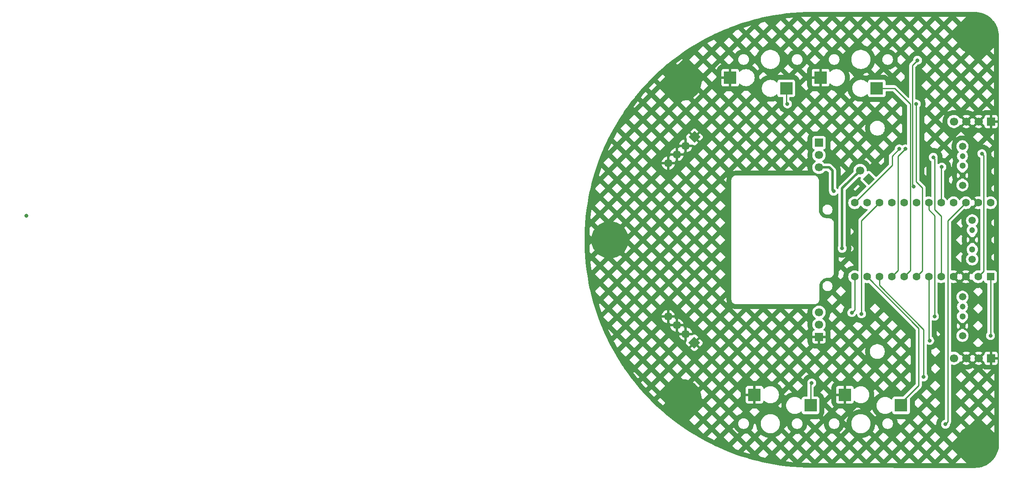
<source format=gbr>
G04 #@! TF.GenerationSoftware,KiCad,Pcbnew,9.0.2*
G04 #@! TF.CreationDate,2025-09-19T15:47:28-04:00*
G04 #@! TF.ProjectId,Trackball,54726163-6b62-4616-9c6c-2e6b69636164,rev?*
G04 #@! TF.SameCoordinates,Original*
G04 #@! TF.FileFunction,Copper,L2,Bot*
G04 #@! TF.FilePolarity,Positive*
%FSLAX46Y46*%
G04 Gerber Fmt 4.6, Leading zero omitted, Abs format (unit mm)*
G04 Created by KiCad (PCBNEW 9.0.2) date 2025-09-19 15:47:28*
%MOMM*%
%LPD*%
G01*
G04 APERTURE LIST*
G04 Aperture macros list*
%AMRotRect*
0 Rectangle, with rotation*
0 The origin of the aperture is its center*
0 $1 length*
0 $2 width*
0 $3 Rotation angle, in degrees counterclockwise*
0 Add horizontal line*
21,1,$1,$2,0,0,$3*%
G04 Aperture macros list end*
G04 #@! TA.AperFunction,ComponentPad*
%ADD10R,1.700000X1.700000*%
G04 #@! TD*
G04 #@! TA.AperFunction,ComponentPad*
%ADD11C,1.700000*%
G04 #@! TD*
G04 #@! TA.AperFunction,SMDPad,CuDef*
%ADD12R,2.600000X2.600000*%
G04 #@! TD*
G04 #@! TA.AperFunction,ComponentPad*
%ADD13RotRect,1.700000X1.700000X225.000000*%
G04 #@! TD*
G04 #@! TA.AperFunction,ComponentPad*
%ADD14C,7.400000*%
G04 #@! TD*
G04 #@! TA.AperFunction,ComponentPad*
%ADD15C,1.300000*%
G04 #@! TD*
G04 #@! TA.AperFunction,ComponentPad*
%ADD16C,1.200000*%
G04 #@! TD*
G04 #@! TA.AperFunction,ComponentPad*
%ADD17C,1.500000*%
G04 #@! TD*
G04 #@! TA.AperFunction,ComponentPad*
%ADD18RotRect,1.700000X1.700000X315.000000*%
G04 #@! TD*
G04 #@! TA.AperFunction,ComponentPad*
%ADD19R,1.600000X1.600000*%
G04 #@! TD*
G04 #@! TA.AperFunction,ComponentPad*
%ADD20C,1.600000*%
G04 #@! TD*
G04 #@! TA.AperFunction,ViaPad*
%ADD21C,0.800000*%
G04 #@! TD*
G04 #@! TA.AperFunction,Conductor*
%ADD22C,0.500000*%
G04 #@! TD*
G04 #@! TA.AperFunction,Conductor*
%ADD23C,0.250000*%
G04 #@! TD*
G04 APERTURE END LIST*
D10*
X165768000Y-125984000D03*
D11*
X163228000Y-125984000D03*
X160688000Y-125984000D03*
X158148000Y-125984000D03*
D10*
X165768000Y-77216000D03*
D11*
X163228000Y-77216000D03*
X160688000Y-77216000D03*
X158148000Y-77216000D03*
D12*
X135725000Y-133514000D03*
X147275000Y-135714000D03*
X117125000Y-133514000D03*
X128675000Y-135714000D03*
D13*
X104773949Y-122786051D03*
D11*
X102977898Y-120990000D03*
X101181847Y-119193949D03*
X99385795Y-117397897D03*
D14*
X102400000Y-69100000D03*
X87400000Y-101600000D03*
D10*
X130400000Y-121600000D03*
D11*
X130400000Y-119060000D03*
X130400000Y-116520000D03*
D15*
X161900000Y-103600000D03*
X161900000Y-101600000D03*
D16*
X161900000Y-99600000D03*
D17*
X161900000Y-105600000D03*
X161900000Y-97600000D03*
D12*
X142275000Y-70386000D03*
X130725000Y-68186000D03*
D14*
X162447200Y-143626100D03*
D10*
X130400000Y-81600000D03*
D11*
X130400000Y-84140000D03*
X130400000Y-86680000D03*
D14*
X102400000Y-134150000D03*
D18*
X104780000Y-80420000D03*
D11*
X102983949Y-82216051D03*
X101187898Y-84012102D03*
X99391846Y-85808154D03*
D14*
X162402800Y-59600000D03*
D15*
X159900000Y-88350000D03*
X159900000Y-86350000D03*
D16*
X159900000Y-84350000D03*
D17*
X159900000Y-90350000D03*
X159900000Y-82350000D03*
D12*
X123675000Y-70386000D03*
X112125000Y-68186000D03*
D13*
X140650000Y-89100000D03*
D11*
X138853949Y-87303949D03*
D15*
X159900000Y-119350000D03*
X159900000Y-117350000D03*
D16*
X159900000Y-115350000D03*
D17*
X159900000Y-121350000D03*
X159900000Y-113350000D03*
D19*
X165660000Y-109200000D03*
D20*
X163120000Y-109200000D03*
X160580000Y-109200000D03*
X158040000Y-109200000D03*
X155500000Y-109200000D03*
X152960000Y-109200000D03*
X150420000Y-109200000D03*
X147880000Y-109200000D03*
X145340000Y-109200000D03*
X142800000Y-109200000D03*
X140260000Y-109200000D03*
X137720000Y-109200000D03*
X137720000Y-93960000D03*
X140260000Y-93960000D03*
X142800000Y-93960000D03*
X145340000Y-93960000D03*
X147880000Y-93960000D03*
X150420000Y-93960000D03*
X152960000Y-93960000D03*
X155500000Y-93960000D03*
X158040000Y-93960000D03*
X160580000Y-93960000D03*
X163120000Y-93960000D03*
X165660000Y-93960000D03*
D21*
X-32600000Y-96600000D03*
X133400000Y-91600000D03*
X153150000Y-122350000D03*
X163900000Y-83850000D03*
X165660000Y-121340000D03*
X148150000Y-82850000D03*
X128900000Y-131100000D03*
X151900000Y-129850000D03*
X137150000Y-116600000D03*
X135150000Y-103350000D03*
X123900000Y-73600000D03*
X150400000Y-73600000D03*
X156400000Y-139600000D03*
X153900000Y-84600000D03*
X146900000Y-82850000D03*
X150650000Y-64600000D03*
X149900000Y-90600000D03*
X139134000Y-116850000D03*
X154150000Y-117350000D03*
X155650000Y-86600000D03*
D22*
X133150000Y-87350000D02*
X133150000Y-91350000D01*
X130400000Y-86680000D02*
X132480000Y-86680000D01*
X132480000Y-86680000D02*
X133150000Y-87350000D01*
X133150000Y-91350000D02*
X133400000Y-91600000D01*
D23*
X152960000Y-109200000D02*
X152960000Y-122160000D01*
X152960000Y-122160000D02*
X153150000Y-122350000D01*
X164246000Y-84196000D02*
X164246000Y-108074000D01*
X163900000Y-83850000D02*
X164246000Y-84196000D01*
X164246000Y-108074000D02*
X163120000Y-109200000D01*
X165660000Y-109200000D02*
X165660000Y-121340000D01*
X145340000Y-109200000D02*
X146650000Y-107890000D01*
X146650000Y-84350000D02*
X148150000Y-82850000D01*
X146650000Y-107890000D02*
X146650000Y-84350000D01*
X145936000Y-70386000D02*
X149150000Y-73600000D01*
X142275000Y-70386000D02*
X145936000Y-70386000D01*
X149150000Y-73600000D02*
X149150000Y-107930000D01*
X149150000Y-107930000D02*
X147880000Y-109200000D01*
X128675000Y-135714000D02*
X128675000Y-131325000D01*
X128675000Y-131325000D02*
X128900000Y-131100000D01*
X142800000Y-110975000D02*
X151900000Y-120075000D01*
X151900000Y-120075000D02*
X151900000Y-129850000D01*
X142800000Y-109200000D02*
X142800000Y-110975000D01*
X147275000Y-135225000D02*
X150900000Y-131600000D01*
X150900000Y-131600000D02*
X150900000Y-119840000D01*
X147275000Y-135714000D02*
X147275000Y-135225000D01*
X150900000Y-119840000D02*
X140260000Y-109200000D01*
X137720000Y-116030000D02*
X137150000Y-116600000D01*
X137720000Y-109200000D02*
X137720000Y-116030000D01*
D22*
X138853949Y-87303949D02*
X135150000Y-91007898D01*
X135150000Y-91007898D02*
X135150000Y-103350000D01*
D23*
X150420000Y-109200000D02*
X151650000Y-107970000D01*
X151650000Y-90850000D02*
X150400000Y-89600000D01*
X151650000Y-107970000D02*
X151650000Y-90850000D01*
X123675000Y-73375000D02*
X123900000Y-73600000D01*
X123675000Y-70386000D02*
X123675000Y-73375000D01*
X150400000Y-89600000D02*
X150400000Y-73600000D01*
X156900000Y-97640000D02*
X160580000Y-93960000D01*
X156400000Y-139600000D02*
X156900000Y-139100000D01*
X156900000Y-139100000D02*
X156900000Y-97640000D01*
X155500000Y-96700000D02*
X155500000Y-109200000D01*
X154150000Y-95350000D02*
X155500000Y-96700000D01*
X154150000Y-84850000D02*
X154150000Y-95350000D01*
X153900000Y-84600000D02*
X154150000Y-84850000D01*
X137720000Y-93960000D02*
X145427562Y-86252438D01*
X145427562Y-84322438D02*
X146900000Y-82850000D01*
X145427562Y-86252438D02*
X145427562Y-84322438D01*
X150650000Y-64600000D02*
X149600000Y-65650000D01*
X149600000Y-90300000D02*
X149900000Y-90600000D01*
X149600000Y-65650000D02*
X149600000Y-90300000D01*
X139134000Y-97626000D02*
X139134000Y-116850000D01*
X142800000Y-93960000D02*
X139134000Y-97626000D01*
X152960000Y-95410000D02*
X154150000Y-96600000D01*
X154150000Y-96600000D02*
X154150000Y-117350000D01*
X152960000Y-93960000D02*
X152960000Y-95410000D01*
X155650000Y-86600000D02*
X155500000Y-86750000D01*
X155500000Y-86750000D02*
X155500000Y-93960000D01*
G04 #@! TA.AperFunction,Conductor*
G36*
X162607482Y-94172292D02*
G01*
X162679890Y-94297708D01*
X162782292Y-94400110D01*
X162907708Y-94472518D01*
X162954225Y-94484982D01*
X162391626Y-95047581D01*
X162391626Y-95047583D01*
X162434454Y-95078699D01*
X162617900Y-95172170D01*
X162617906Y-95172173D01*
X162813705Y-95235791D01*
X162813701Y-95235791D01*
X163017061Y-95268000D01*
X163222939Y-95268000D01*
X163426294Y-95235791D01*
X163447563Y-95228881D01*
X163518530Y-95226853D01*
X163579329Y-95263515D01*
X163610654Y-95327227D01*
X163612500Y-95348714D01*
X163612500Y-107759404D01*
X163592498Y-107827525D01*
X163575594Y-107848501D01*
X163535656Y-107888438D01*
X163473344Y-107922462D01*
X163426851Y-107923790D01*
X163374297Y-107915466D01*
X163222981Y-107891500D01*
X163017019Y-107891500D01*
X162813592Y-107923720D01*
X162813590Y-107923720D01*
X162813587Y-107923721D01*
X162617714Y-107987364D01*
X162617708Y-107987367D01*
X162434193Y-108080873D01*
X162267567Y-108201934D01*
X162267564Y-108201936D01*
X162121936Y-108347564D01*
X162121934Y-108347567D01*
X162000872Y-108514193D01*
X161961987Y-108590511D01*
X161913238Y-108642126D01*
X161844323Y-108659192D01*
X161777122Y-108636291D01*
X161737453Y-108590511D01*
X161698699Y-108514454D01*
X161667583Y-108471626D01*
X161667582Y-108471626D01*
X161104982Y-109034226D01*
X161092518Y-108987708D01*
X161020110Y-108862292D01*
X160917708Y-108759890D01*
X160792292Y-108687482D01*
X160745772Y-108675016D01*
X161308372Y-108112416D01*
X161265541Y-108081298D01*
X161265540Y-108081297D01*
X161082099Y-107987829D01*
X161082093Y-107987826D01*
X160886294Y-107924208D01*
X160886298Y-107924208D01*
X160682939Y-107892000D01*
X160477061Y-107892000D01*
X160273703Y-107924208D01*
X160077906Y-107987826D01*
X160077900Y-107987829D01*
X159894452Y-108081301D01*
X159851625Y-108112416D01*
X160414226Y-108675017D01*
X160367708Y-108687482D01*
X160242292Y-108759890D01*
X160139890Y-108862292D01*
X160067482Y-108987708D01*
X160055017Y-109034226D01*
X159492416Y-108471625D01*
X159461301Y-108514453D01*
X159461299Y-108514455D01*
X159422266Y-108591062D01*
X159373518Y-108642677D01*
X159304603Y-108659742D01*
X159237401Y-108636841D01*
X159197733Y-108591061D01*
X159158699Y-108514454D01*
X159127583Y-108471626D01*
X159127582Y-108471626D01*
X158564982Y-109034226D01*
X158552518Y-108987708D01*
X158480110Y-108862292D01*
X158377708Y-108759890D01*
X158252292Y-108687482D01*
X158205772Y-108675017D01*
X158768372Y-108112417D01*
X158768372Y-108112416D01*
X158725541Y-108081298D01*
X158725540Y-108081297D01*
X158542099Y-107987829D01*
X158542093Y-107987826D01*
X158346294Y-107924208D01*
X158346298Y-107924208D01*
X158142939Y-107892000D01*
X157937061Y-107892000D01*
X157733705Y-107924208D01*
X157698434Y-107935668D01*
X157627467Y-107937694D01*
X157566669Y-107901031D01*
X157535345Y-107837318D01*
X157533500Y-107815834D01*
X157533500Y-105135533D01*
X158535558Y-105135533D01*
X159597633Y-106197608D01*
X159695602Y-106099638D01*
X159690710Y-106075039D01*
X159689840Y-106070171D01*
X159652721Y-105835810D01*
X159652043Y-105830909D01*
X159648600Y-105801819D01*
X159648116Y-105796896D01*
X159645040Y-105757817D01*
X159644748Y-105752879D01*
X159643597Y-105723597D01*
X159643500Y-105718648D01*
X159643500Y-105481352D01*
X159643597Y-105476403D01*
X159644748Y-105447121D01*
X159645040Y-105442183D01*
X159648116Y-105403104D01*
X159648600Y-105398181D01*
X159652043Y-105369091D01*
X159652721Y-105364190D01*
X159689840Y-105129829D01*
X159690710Y-105124961D01*
X159696422Y-105096242D01*
X159697481Y-105091415D01*
X159706630Y-105053296D01*
X159707881Y-105048501D01*
X159715839Y-105020284D01*
X159717275Y-105015549D01*
X159790604Y-104789866D01*
X159792225Y-104785191D01*
X159802363Y-104757711D01*
X159804164Y-104753108D01*
X159819164Y-104716891D01*
X159821149Y-104712353D01*
X159833419Y-104685738D01*
X159835578Y-104681287D01*
X159933112Y-104489865D01*
X159928255Y-104480333D01*
X159926096Y-104475882D01*
X159913832Y-104449280D01*
X159911850Y-104444748D01*
X159896848Y-104408532D01*
X159895044Y-104403922D01*
X159884901Y-104376428D01*
X159883280Y-104371756D01*
X159877190Y-104353014D01*
X159597634Y-104073458D01*
X158535558Y-105135533D01*
X157533500Y-105135533D01*
X157533500Y-101599999D01*
X158535558Y-101599999D01*
X159597633Y-102662074D01*
X159884876Y-102374830D01*
X159883741Y-102371554D01*
X159815300Y-102160916D01*
X159813863Y-102156179D01*
X159805906Y-102127963D01*
X159804656Y-102123171D01*
X159795507Y-102085053D01*
X159794448Y-102080226D01*
X159788736Y-102051508D01*
X159787866Y-102046639D01*
X159753222Y-101827905D01*
X159752545Y-101823008D01*
X159749101Y-101793919D01*
X159748616Y-101788992D01*
X159745540Y-101749913D01*
X159745248Y-101744975D01*
X159744097Y-101715691D01*
X159744000Y-101710742D01*
X159744000Y-101489258D01*
X159744097Y-101484309D01*
X159745248Y-101455025D01*
X159745540Y-101450087D01*
X159748616Y-101411008D01*
X159749101Y-101406081D01*
X159752545Y-101376992D01*
X159753222Y-101372095D01*
X159787866Y-101153361D01*
X159788736Y-101148492D01*
X159794448Y-101119774D01*
X159795507Y-101114947D01*
X159804656Y-101076829D01*
X159805906Y-101072037D01*
X159813863Y-101043821D01*
X159815300Y-101039084D01*
X159883741Y-100828446D01*
X159884877Y-100825167D01*
X159597633Y-100537924D01*
X158535558Y-101599999D01*
X157533500Y-101599999D01*
X157533500Y-98188096D01*
X158659189Y-98188096D01*
X159597633Y-99126540D01*
X159961488Y-98762684D01*
X159959950Y-98760060D01*
X159945638Y-98734504D01*
X159943306Y-98730141D01*
X159835578Y-98518713D01*
X159833419Y-98514262D01*
X159821149Y-98487647D01*
X159819164Y-98483109D01*
X159804164Y-98446892D01*
X159802363Y-98442289D01*
X159792225Y-98414809D01*
X159790604Y-98410134D01*
X159717275Y-98184451D01*
X159715839Y-98179716D01*
X159707881Y-98151499D01*
X159706630Y-98146704D01*
X159697481Y-98108585D01*
X159696422Y-98103758D01*
X159690710Y-98075039D01*
X159689840Y-98070171D01*
X159652721Y-97835810D01*
X159652043Y-97830909D01*
X159648600Y-97801819D01*
X159648116Y-97796896D01*
X159645040Y-97757817D01*
X159644748Y-97752879D01*
X159643597Y-97723597D01*
X159643500Y-97718648D01*
X159643500Y-97500954D01*
X160641500Y-97500954D01*
X160641500Y-97699046D01*
X160672488Y-97894700D01*
X160733702Y-98083097D01*
X160823634Y-98259598D01*
X160823636Y-98259601D01*
X160940071Y-98419860D01*
X161080135Y-98559924D01*
X161080138Y-98559926D01*
X161080142Y-98559930D01*
X161130072Y-98596206D01*
X161173425Y-98652429D01*
X161179500Y-98723165D01*
X161146368Y-98785957D01*
X161145106Y-98787237D01*
X161054483Y-98877860D01*
X160951928Y-99019015D01*
X160872713Y-99174482D01*
X160872710Y-99174488D01*
X160818796Y-99340422D01*
X160818795Y-99340426D01*
X160791500Y-99512759D01*
X160791500Y-99687241D01*
X160818795Y-99859574D01*
X160818796Y-99859577D01*
X160867173Y-100008471D01*
X160872712Y-100025516D01*
X160951926Y-100180981D01*
X161054483Y-100322139D01*
X161054485Y-100322141D01*
X161054487Y-100322144D01*
X161177858Y-100445515D01*
X161229431Y-100482985D01*
X161272785Y-100539208D01*
X161280981Y-100594810D01*
X161279013Y-100619804D01*
X161859209Y-101200000D01*
X161847339Y-101200000D01*
X161745606Y-101227259D01*
X161654394Y-101279920D01*
X161579920Y-101354394D01*
X161527259Y-101445606D01*
X161500000Y-101547339D01*
X161500000Y-101559209D01*
X160919804Y-100979013D01*
X160919803Y-100979014D01*
X160909591Y-100993072D01*
X160826840Y-101155480D01*
X160826837Y-101155486D01*
X160770515Y-101328828D01*
X160742000Y-101508866D01*
X160742000Y-101691133D01*
X160770515Y-101871171D01*
X160826837Y-102044513D01*
X160826840Y-102044519D01*
X160909588Y-102206923D01*
X160919803Y-102220984D01*
X161500000Y-101640788D01*
X161500000Y-101652661D01*
X161527259Y-101754394D01*
X161579920Y-101845606D01*
X161654394Y-101920080D01*
X161745606Y-101972741D01*
X161847339Y-102000000D01*
X161859210Y-102000000D01*
X161266780Y-102592428D01*
X161261784Y-102616213D01*
X161224830Y-102658554D01*
X161145288Y-102716345D01*
X161145282Y-102716350D01*
X161016350Y-102845282D01*
X161016348Y-102845285D01*
X160909164Y-102992810D01*
X160826374Y-103155293D01*
X160770027Y-103328711D01*
X160770026Y-103328716D01*
X160770026Y-103328717D01*
X160741500Y-103508824D01*
X160741500Y-103691176D01*
X160765032Y-103839749D01*
X160770027Y-103871288D01*
X160826374Y-104044706D01*
X160826375Y-104044709D01*
X160826376Y-104044710D01*
X160892458Y-104174403D01*
X160909164Y-104207189D01*
X160921078Y-104223587D01*
X161016346Y-104354712D01*
X161016348Y-104354714D01*
X161016350Y-104354717D01*
X161104151Y-104442518D01*
X161138177Y-104504830D01*
X161133112Y-104575645D01*
X161090565Y-104632481D01*
X161089119Y-104633547D01*
X161080144Y-104640067D01*
X161080136Y-104640074D01*
X160940071Y-104780139D01*
X160823636Y-104940398D01*
X160733703Y-105116901D01*
X160733702Y-105116903D01*
X160689125Y-105254098D01*
X160672488Y-105305300D01*
X160641500Y-105500954D01*
X160641500Y-105699046D01*
X160672488Y-105894700D01*
X160733702Y-106083097D01*
X160823634Y-106259598D01*
X160823636Y-106259601D01*
X160940071Y-106419860D01*
X161080139Y-106559928D01*
X161080142Y-106559930D01*
X161240402Y-106676366D01*
X161416903Y-106766298D01*
X161605300Y-106827512D01*
X161800954Y-106858500D01*
X161800957Y-106858500D01*
X161999043Y-106858500D01*
X161999046Y-106858500D01*
X162194700Y-106827512D01*
X162383097Y-106766298D01*
X162559598Y-106676366D01*
X162719858Y-106559930D01*
X162859930Y-106419858D01*
X162976366Y-106259598D01*
X163066298Y-106083097D01*
X163127512Y-105894700D01*
X163158500Y-105699046D01*
X163158500Y-105500954D01*
X163127512Y-105305300D01*
X163066298Y-105116903D01*
X162976366Y-104940402D01*
X162859930Y-104780142D01*
X162859928Y-104780139D01*
X162719863Y-104640074D01*
X162719859Y-104640071D01*
X162719858Y-104640070D01*
X162710881Y-104633548D01*
X162667529Y-104577328D01*
X162661452Y-104506592D01*
X162694583Y-104443800D01*
X162695777Y-104442588D01*
X162783654Y-104354712D01*
X162890838Y-104207186D01*
X162973624Y-104044710D01*
X163029974Y-103871283D01*
X163058500Y-103691176D01*
X163058500Y-103508824D01*
X163029974Y-103328717D01*
X162973624Y-103155290D01*
X162890838Y-102992814D01*
X162783654Y-102845288D01*
X162783651Y-102845285D01*
X162783649Y-102845282D01*
X162654718Y-102716351D01*
X162654714Y-102716348D01*
X162654712Y-102716346D01*
X162575167Y-102658553D01*
X162531815Y-102602331D01*
X162529859Y-102589068D01*
X161940791Y-102000000D01*
X161952661Y-102000000D01*
X162054394Y-101972741D01*
X162145606Y-101920080D01*
X162220080Y-101845606D01*
X162272741Y-101754394D01*
X162300000Y-101652661D01*
X162300000Y-101640791D01*
X162880193Y-102220984D01*
X162880195Y-102220984D01*
X162890408Y-102206928D01*
X162973159Y-102044519D01*
X162973162Y-102044513D01*
X163029484Y-101871171D01*
X163058000Y-101691133D01*
X163058000Y-101508866D01*
X163029484Y-101328828D01*
X162973162Y-101155486D01*
X162973159Y-101155480D01*
X162890412Y-100993078D01*
X162880194Y-100979014D01*
X162300000Y-101559208D01*
X162300000Y-101547339D01*
X162272741Y-101445606D01*
X162220080Y-101354394D01*
X162145606Y-101279920D01*
X162054394Y-101227259D01*
X161952661Y-101200000D01*
X161940790Y-101200000D01*
X162520985Y-100619803D01*
X162519018Y-100594809D01*
X162533612Y-100525329D01*
X162570567Y-100482986D01*
X162622139Y-100445517D01*
X162745517Y-100322139D01*
X162848074Y-100180981D01*
X162927288Y-100025516D01*
X162981205Y-99859574D01*
X163008500Y-99687241D01*
X163008500Y-99512759D01*
X162981205Y-99340426D01*
X162927288Y-99174484D01*
X162848074Y-99019019D01*
X162745517Y-98877861D01*
X162745514Y-98877858D01*
X162745512Y-98877855D01*
X162654894Y-98787237D01*
X162620868Y-98724925D01*
X162625933Y-98654110D01*
X162668480Y-98597274D01*
X162669928Y-98596206D01*
X162719858Y-98559930D01*
X162859930Y-98419858D01*
X162976366Y-98259598D01*
X163066298Y-98083097D01*
X163127512Y-97894700D01*
X163158500Y-97699046D01*
X163158500Y-97500954D01*
X163127512Y-97305300D01*
X163066298Y-97116903D01*
X162976366Y-96940402D01*
X162859930Y-96780142D01*
X162859928Y-96780139D01*
X162719860Y-96640071D01*
X162559601Y-96523636D01*
X162559600Y-96523635D01*
X162559598Y-96523634D01*
X162383097Y-96433702D01*
X162194700Y-96372488D01*
X161999046Y-96341500D01*
X161800954Y-96341500D01*
X161605300Y-96372488D01*
X161605297Y-96372488D01*
X161605296Y-96372489D01*
X161416903Y-96433702D01*
X161416901Y-96433703D01*
X161240398Y-96523636D01*
X161080139Y-96640071D01*
X160940071Y-96780139D01*
X160823636Y-96940398D01*
X160733703Y-97116901D01*
X160733702Y-97116903D01*
X160684922Y-97267033D01*
X160672488Y-97305300D01*
X160641500Y-97500954D01*
X159643500Y-97500954D01*
X159643500Y-97481352D01*
X159643597Y-97476403D01*
X159644748Y-97447121D01*
X159645040Y-97442183D01*
X159648116Y-97403104D01*
X159648600Y-97398181D01*
X159652043Y-97369091D01*
X159652721Y-97364190D01*
X159684642Y-97162642D01*
X158659189Y-98188096D01*
X157533500Y-98188096D01*
X157533500Y-97954593D01*
X157553502Y-97886472D01*
X157570400Y-97865503D01*
X160164342Y-95271560D01*
X160226652Y-95237537D01*
X160273146Y-95236208D01*
X160273583Y-95236277D01*
X160273592Y-95236280D01*
X160477019Y-95268500D01*
X160477022Y-95268500D01*
X160682978Y-95268500D01*
X160682981Y-95268500D01*
X160886408Y-95236280D01*
X161082290Y-95172634D01*
X161265803Y-95079129D01*
X161432430Y-94958068D01*
X161578068Y-94812430D01*
X161699129Y-94645803D01*
X161738014Y-94569486D01*
X161786759Y-94517874D01*
X161855674Y-94500807D01*
X161922876Y-94523707D01*
X161962545Y-94569487D01*
X162001294Y-94645535D01*
X162001298Y-94645541D01*
X162032416Y-94688372D01*
X162595016Y-94125771D01*
X162607482Y-94172292D01*
G37*
G04 #@! TD.AperFunction*
G04 #@! TA.AperFunction,Conductor*
G36*
X162405387Y-54625608D02*
G01*
X162437293Y-54626927D01*
X162808229Y-54642262D01*
X162818572Y-54643118D01*
X163216121Y-54692652D01*
X163226345Y-54694358D01*
X163618431Y-54776538D01*
X163628503Y-54779087D01*
X164012466Y-54893353D01*
X164022290Y-54896725D01*
X164395514Y-55042299D01*
X164405031Y-55046473D01*
X164635898Y-55159290D01*
X164764939Y-55222348D01*
X164774096Y-55227301D01*
X164939571Y-55325860D01*
X165118248Y-55432281D01*
X165126964Y-55437972D01*
X165443883Y-55664143D01*
X165453028Y-55670669D01*
X165461245Y-55677061D01*
X165766997Y-55935888D01*
X165774657Y-55942937D01*
X166057980Y-56226101D01*
X166065033Y-56233758D01*
X166324020Y-56539352D01*
X166330417Y-56547565D01*
X166563295Y-56873498D01*
X166568991Y-56882209D01*
X166774179Y-57226271D01*
X166779125Y-57235403D01*
X166955203Y-57595214D01*
X166959389Y-57604746D01*
X167105160Y-57977858D01*
X167108545Y-57987703D01*
X167223020Y-58371583D01*
X167225580Y-58381673D01*
X167307975Y-58773692D01*
X167309693Y-58783959D01*
X167359444Y-59181419D01*
X167360310Y-59191794D01*
X167377166Y-59594075D01*
X167377276Y-59599272D01*
X167377291Y-59625043D01*
X167377312Y-59625173D01*
X167421715Y-143615031D01*
X167421715Y-143615053D01*
X167421717Y-143620704D01*
X167421612Y-143625890D01*
X167405141Y-144029261D01*
X167404285Y-144039649D01*
X167354858Y-144437647D01*
X167353147Y-144447928D01*
X167270993Y-144840486D01*
X167268438Y-144850590D01*
X167154121Y-145235015D01*
X167150740Y-145244874D01*
X167005042Y-145618534D01*
X167000857Y-145628081D01*
X166824766Y-145988436D01*
X166819806Y-145997602D01*
X166614551Y-146342145D01*
X166608851Y-146350872D01*
X166375816Y-146677279D01*
X166369414Y-146685503D01*
X166110192Y-146991542D01*
X166103133Y-146999210D01*
X165819503Y-147282777D01*
X165811833Y-147289835D01*
X165505748Y-147548981D01*
X165497522Y-147555381D01*
X165171066Y-147788343D01*
X165162339Y-147794042D01*
X164817724Y-147999238D01*
X164808555Y-148004195D01*
X164448188Y-148180193D01*
X164438642Y-148184376D01*
X164064938Y-148329997D01*
X164055078Y-148333376D01*
X163670635Y-148447606D01*
X163660530Y-148450159D01*
X163267952Y-148532227D01*
X163257670Y-148533936D01*
X162859651Y-148583276D01*
X162849263Y-148584129D01*
X162446882Y-148600471D01*
X162441670Y-148600575D01*
X129176910Y-148574520D01*
X129176773Y-148574500D01*
X129158285Y-148574500D01*
X129150914Y-148574500D01*
X129149098Y-148574487D01*
X127798094Y-148555015D01*
X127794464Y-148554910D01*
X126445526Y-148496556D01*
X126441901Y-148496347D01*
X125095167Y-148399140D01*
X125091549Y-148398826D01*
X123748232Y-148262855D01*
X123744625Y-148262438D01*
X122405708Y-148087801D01*
X122402114Y-148087279D01*
X121068834Y-147874139D01*
X121065257Y-147873514D01*
X119738695Y-147622043D01*
X119735137Y-147621316D01*
X119235027Y-147511494D01*
X126766199Y-147511494D01*
X127825014Y-147557297D01*
X128830058Y-147571783D01*
X128839902Y-147561940D01*
X130251288Y-147561940D01*
X130266719Y-147577371D01*
X132358366Y-147579010D01*
X132375436Y-147561940D01*
X133786822Y-147561940D01*
X133805025Y-147580143D01*
X135891133Y-147581777D01*
X135910970Y-147561940D01*
X137322356Y-147561940D01*
X137343330Y-147582914D01*
X139423900Y-147584544D01*
X139446504Y-147561940D01*
X140857890Y-147561940D01*
X140881635Y-147585685D01*
X142956667Y-147587311D01*
X142982038Y-147561940D01*
X144393423Y-147561940D01*
X144419940Y-147588457D01*
X146489434Y-147590078D01*
X146517572Y-147561940D01*
X147928957Y-147561940D01*
X147958245Y-147591228D01*
X150022201Y-147592845D01*
X150053107Y-147561939D01*
X151464491Y-147561939D01*
X151496552Y-147593999D01*
X153554968Y-147595612D01*
X153588640Y-147561940D01*
X155000025Y-147561940D01*
X155034856Y-147596771D01*
X157087734Y-147598379D01*
X157124172Y-147561940D01*
X158535559Y-147561940D01*
X158573161Y-147599542D01*
X160620501Y-147601146D01*
X160659708Y-147561938D01*
X159597634Y-146499864D01*
X158535559Y-147561940D01*
X157124172Y-147561940D01*
X157124174Y-147561938D01*
X156062100Y-146499864D01*
X155000025Y-147561940D01*
X153588640Y-147561940D01*
X153588641Y-147561939D01*
X152526566Y-146499864D01*
X151464491Y-147561939D01*
X150053107Y-147561939D01*
X148991032Y-146499864D01*
X147928957Y-147561940D01*
X146517572Y-147561940D01*
X146517573Y-147561939D01*
X145455498Y-146499864D01*
X144393423Y-147561940D01*
X142982038Y-147561940D01*
X142982039Y-147561939D01*
X141919965Y-146499865D01*
X140857890Y-147561940D01*
X139446504Y-147561940D01*
X139446505Y-147561939D01*
X138384431Y-146499865D01*
X137322356Y-147561940D01*
X135910970Y-147561940D01*
X135910971Y-147561939D01*
X134848897Y-146499865D01*
X133786822Y-147561940D01*
X132375436Y-147561940D01*
X132375437Y-147561939D01*
X131313363Y-146499865D01*
X130251288Y-147561940D01*
X128839902Y-147561940D01*
X128839903Y-147561939D01*
X127777829Y-146499865D01*
X126766199Y-147511494D01*
X119235027Y-147511494D01*
X118416313Y-147331708D01*
X118412778Y-147330878D01*
X117993927Y-147226162D01*
X123515996Y-147226162D01*
X123861242Y-147271194D01*
X125143405Y-147400975D01*
X124242294Y-146499864D01*
X123515996Y-147226162D01*
X117993927Y-147226162D01*
X117102864Y-147003389D01*
X117099354Y-147002457D01*
X115799462Y-146637365D01*
X115795980Y-146636333D01*
X114507110Y-146233921D01*
X114503660Y-146232789D01*
X113229161Y-145794173D01*
X117876919Y-145794173D01*
X118375614Y-146292868D01*
X118642631Y-146359625D01*
X119292834Y-146502406D01*
X120001068Y-145794173D01*
X121412453Y-145794173D01*
X122474528Y-146856248D01*
X123536603Y-145794173D01*
X124947987Y-145794173D01*
X126010062Y-146856248D01*
X127072137Y-145794173D01*
X128483521Y-145794173D01*
X129545596Y-146856248D01*
X130607671Y-145794173D01*
X132019055Y-145794173D01*
X133081130Y-146856248D01*
X134143205Y-145794173D01*
X135554589Y-145794173D01*
X136616664Y-146856248D01*
X137678739Y-145794173D01*
X139090123Y-145794173D01*
X140152198Y-146856248D01*
X141214273Y-145794173D01*
X142625656Y-145794173D01*
X143687731Y-146856248D01*
X144749807Y-145794173D01*
X146161190Y-145794173D01*
X147223265Y-146856248D01*
X148285341Y-145794173D01*
X149696724Y-145794173D01*
X150758799Y-146856248D01*
X151820875Y-145794173D01*
X153232258Y-145794173D01*
X154294333Y-146856248D01*
X155356408Y-145794173D01*
X156767792Y-145794173D01*
X157829867Y-146856248D01*
X158891942Y-145794173D01*
X157829867Y-144732097D01*
X156767792Y-145794173D01*
X155356408Y-145794173D01*
X154294333Y-144732097D01*
X153232258Y-145794173D01*
X151820875Y-145794173D01*
X150758799Y-144732097D01*
X149696724Y-145794173D01*
X148285341Y-145794173D01*
X147223265Y-144732097D01*
X146161190Y-145794173D01*
X144749807Y-145794173D01*
X143687731Y-144732097D01*
X142625656Y-145794173D01*
X141214273Y-145794173D01*
X140152198Y-144732098D01*
X139090123Y-145794173D01*
X137678739Y-145794173D01*
X136616664Y-144732098D01*
X135554589Y-145794173D01*
X134143205Y-145794173D01*
X133081130Y-144732098D01*
X132019055Y-145794173D01*
X130607671Y-145794173D01*
X129545596Y-144732098D01*
X128483521Y-145794173D01*
X127072137Y-145794173D01*
X126010062Y-144732097D01*
X124947987Y-145794173D01*
X123536603Y-145794173D01*
X122474528Y-144732097D01*
X121412453Y-145794173D01*
X120001068Y-145794173D01*
X120001069Y-145794172D01*
X118938994Y-144732097D01*
X117876919Y-145794173D01*
X113229161Y-145794173D01*
X113226944Y-145793410D01*
X113223527Y-145792179D01*
X111959979Y-145316180D01*
X111956600Y-145314851D01*
X111903568Y-145293108D01*
X114842449Y-145293108D01*
X116081428Y-145679943D01*
X116456708Y-145785345D01*
X115403461Y-144732098D01*
X114842449Y-145293108D01*
X111903568Y-145293108D01*
X110707311Y-144802643D01*
X110703971Y-144801217D01*
X109469955Y-144253218D01*
X109466657Y-144251696D01*
X109454739Y-144245987D01*
X109002323Y-144029261D01*
X108996363Y-144026406D01*
X112573618Y-144026406D01*
X113302777Y-144755565D01*
X113563603Y-144853823D01*
X113791814Y-144932360D01*
X114697769Y-144026406D01*
X116109151Y-144026406D01*
X117171227Y-145088481D01*
X118233302Y-144026406D01*
X119644685Y-144026406D01*
X120706761Y-145088481D01*
X121768836Y-144026406D01*
X123180219Y-144026406D01*
X124242295Y-145088481D01*
X125304370Y-144026406D01*
X126715753Y-144026406D01*
X127777829Y-145088481D01*
X128839904Y-144026406D01*
X130251287Y-144026406D01*
X131313363Y-145088481D01*
X132375438Y-144026406D01*
X133786821Y-144026406D01*
X134848897Y-145088481D01*
X135910972Y-144026406D01*
X137322355Y-144026406D01*
X138384431Y-145088481D01*
X139446506Y-144026406D01*
X140857889Y-144026406D01*
X141919965Y-145088481D01*
X142982040Y-144026406D01*
X144393423Y-144026406D01*
X145455498Y-145088481D01*
X146517574Y-144026406D01*
X147928957Y-144026406D01*
X148991032Y-145088481D01*
X150053108Y-144026406D01*
X151464491Y-144026406D01*
X152526566Y-145088481D01*
X153588642Y-144026406D01*
X155000024Y-144026406D01*
X156062100Y-145088481D01*
X157124175Y-144026406D01*
X156604216Y-143506447D01*
X160621700Y-143506447D01*
X160621700Y-143745752D01*
X160652933Y-143982994D01*
X160652934Y-143983000D01*
X160652935Y-143983002D01*
X160714870Y-144214147D01*
X160806446Y-144435230D01*
X160806447Y-144435231D01*
X160806452Y-144435242D01*
X160926095Y-144642471D01*
X160994868Y-144732097D01*
X161049000Y-144802643D01*
X161071772Y-144832319D01*
X161071785Y-144832333D01*
X161240966Y-145001514D01*
X161240980Y-145001527D01*
X161240982Y-145001529D01*
X161316897Y-145059781D01*
X161430828Y-145147204D01*
X161638057Y-145266847D01*
X161638061Y-145266848D01*
X161638070Y-145266854D01*
X161859153Y-145358430D01*
X162090298Y-145420365D01*
X162090304Y-145420365D01*
X162090305Y-145420366D01*
X162117528Y-145423949D01*
X162327550Y-145451600D01*
X162327557Y-145451600D01*
X162566843Y-145451600D01*
X162566850Y-145451600D01*
X162804102Y-145420365D01*
X163035247Y-145358430D01*
X163256330Y-145266854D01*
X163463570Y-145147205D01*
X163653418Y-145001529D01*
X163822629Y-144832318D01*
X163968305Y-144642470D01*
X164087954Y-144435230D01*
X164179530Y-144214147D01*
X164241465Y-143983002D01*
X164272700Y-143745750D01*
X164272700Y-143506450D01*
X164241465Y-143269198D01*
X164179530Y-143038053D01*
X164087954Y-142816970D01*
X164087948Y-142816961D01*
X164087947Y-142816957D01*
X163968304Y-142609728D01*
X163822627Y-142419880D01*
X163822614Y-142419866D01*
X163653433Y-142250685D01*
X163653419Y-142250672D01*
X163463571Y-142104995D01*
X163256342Y-141985352D01*
X163256334Y-141985348D01*
X163256330Y-141985346D01*
X163035247Y-141893770D01*
X162804102Y-141831835D01*
X162804100Y-141831834D01*
X162804094Y-141831833D01*
X162566852Y-141800600D01*
X162566850Y-141800600D01*
X162327550Y-141800600D01*
X162327547Y-141800600D01*
X162090305Y-141831833D01*
X162090298Y-141831835D01*
X161859153Y-141893770D01*
X161770142Y-141930640D01*
X161638068Y-141985347D01*
X161638057Y-141985352D01*
X161430828Y-142104995D01*
X161240980Y-142250672D01*
X161240966Y-142250685D01*
X161071785Y-142419866D01*
X161071772Y-142419880D01*
X160926095Y-142609728D01*
X160806452Y-142816957D01*
X160806447Y-142816968D01*
X160714870Y-143038053D01*
X160652933Y-143269205D01*
X160621700Y-143506447D01*
X156604216Y-143506447D01*
X156062100Y-142964330D01*
X155000024Y-144026406D01*
X153588642Y-144026406D01*
X152526566Y-142964330D01*
X151464491Y-144026406D01*
X150053108Y-144026406D01*
X148991032Y-142964330D01*
X147928957Y-144026406D01*
X146517574Y-144026406D01*
X145455498Y-142964330D01*
X144393423Y-144026406D01*
X142982040Y-144026406D01*
X141919965Y-142964331D01*
X140857889Y-144026406D01*
X139446506Y-144026406D01*
X138384431Y-142964331D01*
X137322355Y-144026406D01*
X135910972Y-144026406D01*
X134848897Y-142964331D01*
X133786821Y-144026406D01*
X132375438Y-144026406D01*
X131313363Y-142964331D01*
X130251287Y-144026406D01*
X128839904Y-144026406D01*
X127777829Y-142964331D01*
X126715753Y-144026406D01*
X125304370Y-144026406D01*
X124242295Y-142964330D01*
X123180219Y-144026406D01*
X121768836Y-144026406D01*
X120706761Y-142964330D01*
X119644685Y-144026406D01*
X118233302Y-144026406D01*
X117171227Y-142964330D01*
X116109151Y-144026406D01*
X114697769Y-144026406D01*
X113635693Y-142964330D01*
X112573618Y-144026406D01*
X108996363Y-144026406D01*
X108248950Y-143668364D01*
X108245698Y-143666748D01*
X107045306Y-143048567D01*
X107042102Y-143046858D01*
X105860033Y-142394345D01*
X105856880Y-142392545D01*
X105383559Y-142113176D01*
X107415779Y-142113176D01*
X107513350Y-142167036D01*
X108691471Y-142773748D01*
X108818504Y-142834602D01*
X109394468Y-142258639D01*
X110805851Y-142258639D01*
X111867926Y-143320714D01*
X112930002Y-142258639D01*
X114341385Y-142258639D01*
X115403460Y-143320714D01*
X116465536Y-142258639D01*
X117876919Y-142258639D01*
X118938993Y-143320714D01*
X119876111Y-142383596D01*
X119869355Y-142382707D01*
X119865273Y-142382102D01*
X119841158Y-142378120D01*
X119837096Y-142377380D01*
X119805059Y-142371005D01*
X119801032Y-142370135D01*
X119777281Y-142364596D01*
X119773287Y-142363596D01*
X119492936Y-142288476D01*
X119488969Y-142287343D01*
X119465598Y-142280253D01*
X119461675Y-142278992D01*
X119430743Y-142268492D01*
X119426857Y-142267102D01*
X119404374Y-142258639D01*
X121412453Y-142258639D01*
X122474528Y-143320714D01*
X123536603Y-142258639D01*
X124947987Y-142258639D01*
X126010062Y-143320714D01*
X127072137Y-142258639D01*
X128483520Y-142258639D01*
X129545596Y-143320714D01*
X130607671Y-142258639D01*
X132019055Y-142258639D01*
X133081130Y-143320714D01*
X134143205Y-142258639D01*
X135554588Y-142258639D01*
X136616664Y-143320714D01*
X137517857Y-142419521D01*
X139251005Y-142419521D01*
X140152198Y-143320714D01*
X141214273Y-142258639D01*
X141214272Y-142258638D01*
X142625655Y-142258638D01*
X143687731Y-143320714D01*
X144749807Y-142258639D01*
X146161190Y-142258639D01*
X147223265Y-143320714D01*
X148285341Y-142258639D01*
X149696724Y-142258639D01*
X150758799Y-143320714D01*
X151820875Y-142258639D01*
X153232257Y-142258639D01*
X154294333Y-143320714D01*
X155356408Y-142258639D01*
X156767791Y-142258639D01*
X157829866Y-143320714D01*
X158858560Y-142292020D01*
X158878115Y-142244811D01*
X157829867Y-141196563D01*
X156767791Y-142258639D01*
X155356408Y-142258639D01*
X154294333Y-141196563D01*
X153232257Y-142258639D01*
X151820875Y-142258639D01*
X150758799Y-141196563D01*
X149696724Y-142258639D01*
X148285341Y-142258639D01*
X147223265Y-141196563D01*
X146161190Y-142258639D01*
X144749807Y-142258639D01*
X143996955Y-141505787D01*
X143990083Y-141504138D01*
X143985291Y-141502888D01*
X143957075Y-141494931D01*
X143952338Y-141493494D01*
X143750173Y-141427806D01*
X143745499Y-141426185D01*
X143718018Y-141416047D01*
X143713414Y-141414246D01*
X143677197Y-141399246D01*
X143672659Y-141397261D01*
X143646044Y-141384991D01*
X143641593Y-141382832D01*
X143548761Y-141335532D01*
X142625655Y-142258638D01*
X141214272Y-142258638D01*
X140784849Y-141829215D01*
X140688618Y-141903058D01*
X140685302Y-141905517D01*
X140665433Y-141919754D01*
X140662040Y-141922102D01*
X140634878Y-141940249D01*
X140631411Y-141942484D01*
X140610700Y-141955361D01*
X140607171Y-141957476D01*
X140355805Y-142102603D01*
X140352199Y-142104607D01*
X140330638Y-142116131D01*
X140326961Y-142118020D01*
X140297664Y-142132464D01*
X140293943Y-142134223D01*
X140271733Y-142144285D01*
X140267955Y-142145923D01*
X139999816Y-142256990D01*
X139995985Y-142258504D01*
X139973143Y-142267102D01*
X139969257Y-142268492D01*
X139938325Y-142278992D01*
X139934402Y-142280253D01*
X139911031Y-142287343D01*
X139907064Y-142288476D01*
X139626713Y-142363596D01*
X139622719Y-142364596D01*
X139598968Y-142370135D01*
X139594941Y-142371005D01*
X139562904Y-142377380D01*
X139558842Y-142378120D01*
X139534727Y-142382102D01*
X139530645Y-142382707D01*
X139251005Y-142419521D01*
X137517857Y-142419521D01*
X137678739Y-142258639D01*
X137350740Y-141930640D01*
X137337960Y-141922102D01*
X137334567Y-141919754D01*
X137314698Y-141905517D01*
X137311382Y-141903058D01*
X137081114Y-141726365D01*
X137077892Y-141723807D01*
X137059043Y-141708340D01*
X137055900Y-141705675D01*
X137031340Y-141684140D01*
X137028280Y-141681366D01*
X137010438Y-141664656D01*
X137007473Y-141661786D01*
X136802214Y-141456527D01*
X136799344Y-141453562D01*
X136782634Y-141435720D01*
X136779860Y-141432660D01*
X136758325Y-141408100D01*
X136755660Y-141404957D01*
X136740193Y-141386108D01*
X136737635Y-141382886D01*
X136604215Y-141209012D01*
X135554588Y-142258639D01*
X134143205Y-142258639D01*
X133447966Y-141563400D01*
X133393713Y-141563400D01*
X133388764Y-141563303D01*
X133359480Y-141562152D01*
X133354542Y-141561860D01*
X133315463Y-141558784D01*
X133310539Y-141558300D01*
X133281451Y-141554857D01*
X133276551Y-141554179D01*
X133066616Y-141520928D01*
X133061748Y-141520058D01*
X133033029Y-141514346D01*
X133028201Y-141513287D01*
X132990083Y-141504138D01*
X132985291Y-141502888D01*
X132957075Y-141494931D01*
X132952337Y-141493494D01*
X132825434Y-141452259D01*
X132019055Y-142258639D01*
X130607671Y-142258639D01*
X129545596Y-141196564D01*
X128483520Y-142258639D01*
X127072137Y-142258639D01*
X126334267Y-141520770D01*
X126333384Y-141520928D01*
X126123449Y-141554179D01*
X126118549Y-141554857D01*
X126089461Y-141558300D01*
X126084537Y-141558784D01*
X126045458Y-141561860D01*
X126040520Y-141562152D01*
X126011236Y-141563303D01*
X126006287Y-141563400D01*
X125793713Y-141563400D01*
X125788764Y-141563303D01*
X125759480Y-141562152D01*
X125754542Y-141561860D01*
X125715463Y-141558784D01*
X125710539Y-141558300D01*
X125681451Y-141554857D01*
X125676551Y-141554179D01*
X125655742Y-141550883D01*
X124947987Y-142258639D01*
X123536603Y-142258639D01*
X122661694Y-141383730D01*
X122659807Y-141386108D01*
X122644340Y-141404957D01*
X122641675Y-141408100D01*
X122620140Y-141432660D01*
X122617366Y-141435720D01*
X122600656Y-141453562D01*
X122597786Y-141456527D01*
X122392527Y-141661786D01*
X122389562Y-141664656D01*
X122371720Y-141681366D01*
X122368660Y-141684140D01*
X122344100Y-141705675D01*
X122340957Y-141708340D01*
X122322108Y-141723807D01*
X122318886Y-141726365D01*
X122088618Y-141903058D01*
X122085302Y-141905517D01*
X122065433Y-141919754D01*
X122062040Y-141922102D01*
X122034878Y-141940249D01*
X122031411Y-141942484D01*
X122010700Y-141955361D01*
X122007171Y-141957476D01*
X121755805Y-142102603D01*
X121752199Y-142104607D01*
X121730638Y-142116131D01*
X121726961Y-142118020D01*
X121697664Y-142132464D01*
X121693943Y-142134223D01*
X121671733Y-142144285D01*
X121667955Y-142145923D01*
X121424205Y-142246886D01*
X121412453Y-142258639D01*
X119404374Y-142258639D01*
X119404015Y-142258504D01*
X119400184Y-142256990D01*
X119132045Y-142145923D01*
X119128267Y-142144285D01*
X119106057Y-142134223D01*
X119102336Y-142132464D01*
X119073039Y-142118020D01*
X119069362Y-142116131D01*
X119047801Y-142104607D01*
X119044195Y-142102603D01*
X118792829Y-141957476D01*
X118789300Y-141955361D01*
X118768589Y-141942484D01*
X118765122Y-141940249D01*
X118737960Y-141922102D01*
X118734567Y-141919754D01*
X118714698Y-141905517D01*
X118711382Y-141903058D01*
X118481114Y-141726365D01*
X118477892Y-141723807D01*
X118459043Y-141708340D01*
X118455900Y-141705675D01*
X118442037Y-141693520D01*
X117876919Y-142258639D01*
X116465536Y-142258639D01*
X115638411Y-141431514D01*
X115447662Y-141493494D01*
X115442925Y-141494931D01*
X115414709Y-141502888D01*
X115409917Y-141504138D01*
X115371799Y-141513287D01*
X115366971Y-141514346D01*
X115338252Y-141520058D01*
X115333384Y-141520928D01*
X115123449Y-141554179D01*
X115118549Y-141554857D01*
X115089461Y-141558300D01*
X115084537Y-141558784D01*
X115045458Y-141561860D01*
X115040520Y-141562152D01*
X115037765Y-141562260D01*
X114341385Y-142258639D01*
X112930002Y-142258639D01*
X111867926Y-141196563D01*
X110805851Y-142258639D01*
X109394468Y-142258639D01*
X108332393Y-141196564D01*
X107415779Y-142113176D01*
X105383559Y-142113176D01*
X104694093Y-141706231D01*
X104690992Y-141704340D01*
X103548465Y-140984801D01*
X103545421Y-140982822D01*
X102812029Y-140490872D01*
X105502550Y-140490872D01*
X106564625Y-141552947D01*
X107626701Y-140490872D01*
X109038084Y-140490872D01*
X110100159Y-141552947D01*
X111162235Y-140490872D01*
X112573618Y-140490872D01*
X113635693Y-141552947D01*
X113885395Y-141303245D01*
X113852197Y-141286330D01*
X113847834Y-141283998D01*
X113822278Y-141269686D01*
X113818014Y-141267186D01*
X113784589Y-141246705D01*
X113780417Y-141244035D01*
X113756048Y-141227752D01*
X113751989Y-141224923D01*
X113580022Y-141099981D01*
X113576079Y-141096996D01*
X113553079Y-141078865D01*
X113549253Y-141075726D01*
X113519445Y-141050268D01*
X113515748Y-141046982D01*
X113494225Y-141027087D01*
X113490657Y-141023656D01*
X113340344Y-140873343D01*
X113336913Y-140869775D01*
X113324919Y-140856799D01*
X116475080Y-140856799D01*
X117171226Y-141552946D01*
X117813728Y-140910444D01*
X117761397Y-140819805D01*
X117759393Y-140816199D01*
X117747869Y-140794638D01*
X117745980Y-140790961D01*
X117731536Y-140761664D01*
X117729777Y-140757943D01*
X117719715Y-140735733D01*
X117718077Y-140731955D01*
X117607010Y-140463816D01*
X117605496Y-140459985D01*
X117596898Y-140437143D01*
X117595508Y-140433257D01*
X117585008Y-140402325D01*
X117583747Y-140398402D01*
X117576657Y-140375031D01*
X117575524Y-140371064D01*
X117500404Y-140090713D01*
X117499404Y-140086719D01*
X117493865Y-140062968D01*
X117492995Y-140058941D01*
X117486620Y-140026904D01*
X117485880Y-140022842D01*
X117481898Y-139998727D01*
X117481293Y-139994645D01*
X117443408Y-139706875D01*
X117442937Y-139702784D01*
X117442688Y-139700258D01*
X117171227Y-139428797D01*
X116998260Y-139601763D01*
X116998152Y-139604520D01*
X116997860Y-139609458D01*
X116994784Y-139648537D01*
X116994300Y-139653461D01*
X116990857Y-139682549D01*
X116990179Y-139687449D01*
X116956928Y-139897384D01*
X116956058Y-139902252D01*
X116950346Y-139930971D01*
X116949287Y-139935799D01*
X116940138Y-139973917D01*
X116938888Y-139978709D01*
X116930931Y-140006925D01*
X116929494Y-140011662D01*
X116863806Y-140213827D01*
X116862185Y-140218501D01*
X116852047Y-140245982D01*
X116850246Y-140250586D01*
X116835246Y-140286803D01*
X116833261Y-140291341D01*
X116820991Y-140317956D01*
X116818832Y-140322407D01*
X116722330Y-140511803D01*
X116719998Y-140516166D01*
X116705686Y-140541722D01*
X116703186Y-140545986D01*
X116682705Y-140579411D01*
X116680035Y-140583583D01*
X116663752Y-140607952D01*
X116660923Y-140612011D01*
X116535981Y-140783978D01*
X116532996Y-140787921D01*
X116514865Y-140810921D01*
X116511726Y-140814747D01*
X116486268Y-140844555D01*
X116482982Y-140848252D01*
X116475080Y-140856799D01*
X113324919Y-140856799D01*
X113317018Y-140848252D01*
X113313732Y-140844555D01*
X113288274Y-140814747D01*
X113285135Y-140810921D01*
X113267004Y-140787921D01*
X113264019Y-140783978D01*
X113139077Y-140612011D01*
X113136248Y-140607952D01*
X113119965Y-140583583D01*
X113117295Y-140579411D01*
X113096814Y-140545986D01*
X113094314Y-140541722D01*
X113080002Y-140516166D01*
X113077670Y-140511803D01*
X112981168Y-140322407D01*
X112979009Y-140317956D01*
X112966739Y-140291341D01*
X112964754Y-140286803D01*
X112949754Y-140250586D01*
X112947953Y-140245982D01*
X112937815Y-140218501D01*
X112936194Y-140213827D01*
X112915218Y-140149271D01*
X112573618Y-140490872D01*
X111162235Y-140490872D01*
X110100159Y-139428796D01*
X109038084Y-140490872D01*
X107626701Y-140490872D01*
X106564625Y-139428796D01*
X105502550Y-140490872D01*
X102812029Y-140490872D01*
X102424128Y-140230673D01*
X102421141Y-140228607D01*
X101321932Y-139444416D01*
X101319007Y-139442264D01*
X100370036Y-138723105D01*
X103734783Y-138723105D01*
X104796858Y-139785180D01*
X105858934Y-138723105D01*
X107270317Y-138723105D01*
X108332392Y-139785180D01*
X109394468Y-138723105D01*
X110805851Y-138723105D01*
X111867926Y-139785180D01*
X112275788Y-139377318D01*
X113798600Y-139377318D01*
X113798600Y-139550682D01*
X113825720Y-139721912D01*
X113825721Y-139721917D01*
X113879290Y-139886786D01*
X113879292Y-139886791D01*
X113957998Y-140041260D01*
X113958000Y-140041263D01*
X114059900Y-140181516D01*
X114182483Y-140304099D01*
X114207682Y-140322407D01*
X114322740Y-140406002D01*
X114477209Y-140484708D01*
X114642082Y-140538278D01*
X114642083Y-140538278D01*
X114642088Y-140538280D01*
X114813318Y-140565400D01*
X114813321Y-140565400D01*
X114986679Y-140565400D01*
X114986682Y-140565400D01*
X115157912Y-140538280D01*
X115322791Y-140484708D01*
X115477260Y-140406002D01*
X115617514Y-140304101D01*
X115740101Y-140181514D01*
X115842002Y-140041260D01*
X115920708Y-139886791D01*
X115974280Y-139721912D01*
X116001400Y-139550682D01*
X116001400Y-139377318D01*
X115994730Y-139335204D01*
X118435000Y-139335204D01*
X118435000Y-139592795D01*
X118468620Y-139848167D01*
X118468621Y-139848173D01*
X118468622Y-139848175D01*
X118535290Y-140096984D01*
X118633864Y-140334962D01*
X118633865Y-140334963D01*
X118633870Y-140334974D01*
X118762659Y-140558043D01*
X118919460Y-140762388D01*
X118919479Y-140762409D01*
X119101590Y-140944520D01*
X119101600Y-140944529D01*
X119101606Y-140944535D01*
X119101609Y-140944537D01*
X119101611Y-140944539D01*
X119305956Y-141101340D01*
X119529025Y-141230129D01*
X119529029Y-141230130D01*
X119529038Y-141230136D01*
X119767016Y-141328710D01*
X120015825Y-141395378D01*
X120015831Y-141395378D01*
X120015832Y-141395379D01*
X120045134Y-141399236D01*
X120271207Y-141429000D01*
X120271214Y-141429000D01*
X120528786Y-141429000D01*
X120528793Y-141429000D01*
X120784175Y-141395378D01*
X121032984Y-141328710D01*
X121270962Y-141230136D01*
X121494038Y-141101343D01*
X121494038Y-141101342D01*
X121494043Y-141101340D01*
X121648497Y-140982822D01*
X121698394Y-140944535D01*
X121880535Y-140762394D01*
X122017742Y-140583583D01*
X122037340Y-140558043D01*
X122075484Y-140491976D01*
X123181324Y-140491976D01*
X124242294Y-141552947D01*
X124646766Y-141148474D01*
X124580022Y-141099981D01*
X124576079Y-141096996D01*
X124553079Y-141078865D01*
X124549253Y-141075726D01*
X124522359Y-141052757D01*
X127277640Y-141052757D01*
X127777829Y-141552947D01*
X128839904Y-140490872D01*
X130251287Y-140490872D01*
X131313362Y-141552947D01*
X131592283Y-141274025D01*
X134569974Y-141274025D01*
X134848896Y-141552947D01*
X135910972Y-140490872D01*
X135505526Y-140085426D01*
X135463806Y-140213827D01*
X135462185Y-140218501D01*
X135452047Y-140245982D01*
X135450246Y-140250586D01*
X135435246Y-140286803D01*
X135433261Y-140291341D01*
X135420991Y-140317956D01*
X135418832Y-140322407D01*
X135322330Y-140511803D01*
X135319998Y-140516166D01*
X135305686Y-140541722D01*
X135303186Y-140545986D01*
X135282705Y-140579411D01*
X135280035Y-140583583D01*
X135263752Y-140607952D01*
X135260923Y-140612011D01*
X135135981Y-140783978D01*
X135132996Y-140787921D01*
X135114865Y-140810921D01*
X135111726Y-140814747D01*
X135086268Y-140844555D01*
X135082982Y-140848252D01*
X135063087Y-140869775D01*
X135059656Y-140873343D01*
X134909343Y-141023656D01*
X134905775Y-141027087D01*
X134884252Y-141046982D01*
X134880555Y-141050268D01*
X134850747Y-141075726D01*
X134846921Y-141078865D01*
X134823921Y-141096996D01*
X134819978Y-141099981D01*
X134648011Y-141224923D01*
X134643952Y-141227752D01*
X134619583Y-141244035D01*
X134615411Y-141246705D01*
X134581986Y-141267186D01*
X134577722Y-141269686D01*
X134569974Y-141274025D01*
X131592283Y-141274025D01*
X131966654Y-140899653D01*
X131940344Y-140873343D01*
X131936913Y-140869775D01*
X131917018Y-140848252D01*
X131913732Y-140844555D01*
X131888274Y-140814747D01*
X131885135Y-140810921D01*
X131867004Y-140787921D01*
X131864019Y-140783978D01*
X131739077Y-140612011D01*
X131736248Y-140607952D01*
X131719965Y-140583583D01*
X131717295Y-140579411D01*
X131696814Y-140545986D01*
X131694314Y-140541722D01*
X131680002Y-140516166D01*
X131677670Y-140511803D01*
X131581168Y-140322407D01*
X131579009Y-140317956D01*
X131566739Y-140291341D01*
X131564754Y-140286803D01*
X131549754Y-140250586D01*
X131547953Y-140245982D01*
X131537815Y-140218501D01*
X131536194Y-140213827D01*
X131470506Y-140011662D01*
X131469069Y-140006925D01*
X131461112Y-139978709D01*
X131459862Y-139973917D01*
X131450713Y-139935799D01*
X131449654Y-139930971D01*
X131443942Y-139902252D01*
X131443072Y-139897384D01*
X131409821Y-139687449D01*
X131409143Y-139682549D01*
X131405700Y-139653461D01*
X131405216Y-139648537D01*
X131402140Y-139609458D01*
X131401848Y-139604520D01*
X131400697Y-139575236D01*
X131400600Y-139570287D01*
X131400600Y-139516034D01*
X131313363Y-139428797D01*
X130251287Y-140490872D01*
X128839904Y-140490872D01*
X127994987Y-139645955D01*
X127994784Y-139648537D01*
X127994300Y-139653461D01*
X127990857Y-139682549D01*
X127990179Y-139687449D01*
X127956928Y-139897384D01*
X127956058Y-139902252D01*
X127950346Y-139930971D01*
X127949287Y-139935799D01*
X127940138Y-139973917D01*
X127938888Y-139978709D01*
X127930931Y-140006925D01*
X127929494Y-140011662D01*
X127863806Y-140213827D01*
X127862185Y-140218501D01*
X127852047Y-140245982D01*
X127850246Y-140250586D01*
X127835246Y-140286803D01*
X127833261Y-140291341D01*
X127820991Y-140317956D01*
X127818832Y-140322407D01*
X127722330Y-140511803D01*
X127719998Y-140516166D01*
X127705686Y-140541722D01*
X127703186Y-140545986D01*
X127682705Y-140579411D01*
X127680035Y-140583583D01*
X127663752Y-140607952D01*
X127660923Y-140612011D01*
X127535981Y-140783978D01*
X127532996Y-140787921D01*
X127514865Y-140810921D01*
X127511726Y-140814747D01*
X127486268Y-140844555D01*
X127482982Y-140848252D01*
X127463087Y-140869775D01*
X127459656Y-140873343D01*
X127309343Y-141023656D01*
X127305775Y-141027087D01*
X127284252Y-141046982D01*
X127280555Y-141050268D01*
X127277640Y-141052757D01*
X124522359Y-141052757D01*
X124519445Y-141050268D01*
X124515748Y-141046982D01*
X124494225Y-141027087D01*
X124490657Y-141023656D01*
X124340344Y-140873343D01*
X124336913Y-140869775D01*
X124317018Y-140848252D01*
X124313732Y-140844555D01*
X124288274Y-140814747D01*
X124285135Y-140810921D01*
X124267004Y-140787921D01*
X124264019Y-140783978D01*
X124139077Y-140612011D01*
X124136248Y-140607952D01*
X124119965Y-140583583D01*
X124117295Y-140579411D01*
X124096814Y-140545986D01*
X124094314Y-140541722D01*
X124080002Y-140516166D01*
X124077670Y-140511803D01*
X123981168Y-140322407D01*
X123979009Y-140317956D01*
X123966739Y-140291341D01*
X123964754Y-140286803D01*
X123949754Y-140250586D01*
X123947953Y-140245982D01*
X123937815Y-140218501D01*
X123936194Y-140213827D01*
X123870506Y-140011662D01*
X123869069Y-140006925D01*
X123861112Y-139978709D01*
X123859862Y-139973917D01*
X123850713Y-139935799D01*
X123849654Y-139930971D01*
X123843942Y-139902252D01*
X123843072Y-139897384D01*
X123833587Y-139837504D01*
X123182886Y-140488205D01*
X123181324Y-140491976D01*
X122075484Y-140491976D01*
X122079680Y-140484709D01*
X122166136Y-140334962D01*
X122264710Y-140096984D01*
X122331378Y-139848175D01*
X122365000Y-139592793D01*
X122365000Y-139377318D01*
X124798600Y-139377318D01*
X124798600Y-139550682D01*
X124825720Y-139721912D01*
X124825721Y-139721917D01*
X124879290Y-139886786D01*
X124879292Y-139886791D01*
X124957998Y-140041260D01*
X124958000Y-140041263D01*
X125059900Y-140181516D01*
X125182483Y-140304099D01*
X125207682Y-140322407D01*
X125322740Y-140406002D01*
X125477209Y-140484708D01*
X125642082Y-140538278D01*
X125642083Y-140538278D01*
X125642088Y-140538280D01*
X125813318Y-140565400D01*
X125813321Y-140565400D01*
X125986679Y-140565400D01*
X125986682Y-140565400D01*
X126157912Y-140538280D01*
X126322791Y-140484708D01*
X126477260Y-140406002D01*
X126617514Y-140304101D01*
X126740101Y-140181514D01*
X126842002Y-140041260D01*
X126920708Y-139886791D01*
X126974280Y-139721912D01*
X127001400Y-139550682D01*
X127001400Y-139377318D01*
X126974280Y-139206088D01*
X126920708Y-139041209D01*
X126842002Y-138886740D01*
X126740101Y-138746486D01*
X126740099Y-138746483D01*
X126716721Y-138723105D01*
X128483520Y-138723105D01*
X129545596Y-139785180D01*
X129953458Y-139377318D01*
X132398600Y-139377318D01*
X132398600Y-139550682D01*
X132425720Y-139721912D01*
X132425721Y-139721917D01*
X132479290Y-139886786D01*
X132479292Y-139886791D01*
X132557998Y-140041260D01*
X132558000Y-140041263D01*
X132659900Y-140181516D01*
X132782483Y-140304099D01*
X132807682Y-140322407D01*
X132922740Y-140406002D01*
X133077209Y-140484708D01*
X133242082Y-140538278D01*
X133242083Y-140538278D01*
X133242088Y-140538280D01*
X133413318Y-140565400D01*
X133413321Y-140565400D01*
X133586679Y-140565400D01*
X133586682Y-140565400D01*
X133757912Y-140538280D01*
X133922791Y-140484708D01*
X134077260Y-140406002D01*
X134217514Y-140304101D01*
X134340101Y-140181514D01*
X134442002Y-140041260D01*
X134520708Y-139886791D01*
X134574280Y-139721912D01*
X134601400Y-139550682D01*
X134601400Y-139377318D01*
X134594730Y-139335204D01*
X137035000Y-139335204D01*
X137035000Y-139592795D01*
X137068620Y-139848167D01*
X137068621Y-139848173D01*
X137068622Y-139848175D01*
X137135290Y-140096984D01*
X137233864Y-140334962D01*
X137233865Y-140334963D01*
X137233870Y-140334974D01*
X137362659Y-140558043D01*
X137519460Y-140762388D01*
X137519479Y-140762409D01*
X137701590Y-140944520D01*
X137701600Y-140944529D01*
X137701606Y-140944535D01*
X137701609Y-140944537D01*
X137701611Y-140944539D01*
X137905956Y-141101340D01*
X138129025Y-141230129D01*
X138129029Y-141230130D01*
X138129038Y-141230136D01*
X138367016Y-141328710D01*
X138615825Y-141395378D01*
X138615831Y-141395378D01*
X138615832Y-141395379D01*
X138645134Y-141399236D01*
X138871207Y-141429000D01*
X138871214Y-141429000D01*
X139128786Y-141429000D01*
X139128793Y-141429000D01*
X139384175Y-141395378D01*
X139632984Y-141328710D01*
X139870962Y-141230136D01*
X140087557Y-141105085D01*
X141472102Y-141105085D01*
X141919964Y-141552947D01*
X142790340Y-140682569D01*
X142739077Y-140612011D01*
X142736248Y-140607952D01*
X142719965Y-140583583D01*
X142717295Y-140579411D01*
X142696814Y-140545986D01*
X142694314Y-140541722D01*
X142680002Y-140516166D01*
X142677670Y-140511803D01*
X142581168Y-140322407D01*
X142579009Y-140317956D01*
X142566739Y-140291341D01*
X142564754Y-140286803D01*
X142549754Y-140250586D01*
X142547953Y-140245982D01*
X142537815Y-140218501D01*
X142536194Y-140213827D01*
X142470506Y-140011662D01*
X142469069Y-140006925D01*
X142461112Y-139978709D01*
X142459862Y-139973917D01*
X142458212Y-139967044D01*
X141963000Y-139471832D01*
X141963000Y-139609136D01*
X141962932Y-139613261D01*
X141962132Y-139637683D01*
X141961930Y-139641805D01*
X141959792Y-139674399D01*
X141959455Y-139678507D01*
X141957063Y-139702784D01*
X141956592Y-139706875D01*
X141918707Y-139994645D01*
X141918102Y-139998727D01*
X141914120Y-140022842D01*
X141913380Y-140026904D01*
X141907005Y-140058941D01*
X141906135Y-140062968D01*
X141900596Y-140086719D01*
X141899596Y-140090713D01*
X141824476Y-140371064D01*
X141823343Y-140375031D01*
X141816253Y-140398402D01*
X141814992Y-140402325D01*
X141804492Y-140433257D01*
X141803102Y-140437143D01*
X141794504Y-140459985D01*
X141792990Y-140463816D01*
X141681923Y-140731955D01*
X141680285Y-140735733D01*
X141670223Y-140757943D01*
X141668464Y-140761664D01*
X141654020Y-140790961D01*
X141652131Y-140794638D01*
X141640607Y-140816199D01*
X141638603Y-140819805D01*
X141493476Y-141071171D01*
X141491361Y-141074700D01*
X141478484Y-141095411D01*
X141476249Y-141098878D01*
X141472102Y-141105085D01*
X140087557Y-141105085D01*
X140094038Y-141101343D01*
X140094038Y-141101342D01*
X140094043Y-141101340D01*
X140248497Y-140982822D01*
X140298394Y-140944535D01*
X140480535Y-140762394D01*
X140617742Y-140583583D01*
X140637340Y-140558043D01*
X140679680Y-140484709D01*
X140766136Y-140334962D01*
X140864710Y-140096984D01*
X140931378Y-139848175D01*
X140965000Y-139592793D01*
X140965000Y-139377318D01*
X143398600Y-139377318D01*
X143398600Y-139550682D01*
X143425720Y-139721912D01*
X143425721Y-139721917D01*
X143479290Y-139886786D01*
X143479292Y-139886791D01*
X143557998Y-140041260D01*
X143558000Y-140041263D01*
X143659900Y-140181516D01*
X143782483Y-140304099D01*
X143807682Y-140322407D01*
X143922740Y-140406002D01*
X144077209Y-140484708D01*
X144242082Y-140538278D01*
X144242083Y-140538278D01*
X144242088Y-140538280D01*
X144413318Y-140565400D01*
X144413321Y-140565400D01*
X144586679Y-140565400D01*
X144586682Y-140565400D01*
X144757912Y-140538280D01*
X144903820Y-140490872D01*
X147928957Y-140490872D01*
X148991032Y-141552947D01*
X150053108Y-140490872D01*
X151464491Y-140490872D01*
X152526566Y-141552947D01*
X153588642Y-140490872D01*
X152526566Y-139428796D01*
X151464491Y-140490872D01*
X150053108Y-140490872D01*
X148991032Y-139428796D01*
X147928957Y-140490872D01*
X144903820Y-140490872D01*
X144922791Y-140484708D01*
X145077260Y-140406002D01*
X145217514Y-140304101D01*
X145340101Y-140181514D01*
X145442002Y-140041260D01*
X145520708Y-139886791D01*
X145574280Y-139721912D01*
X145601400Y-139550682D01*
X145601400Y-139377318D01*
X145574280Y-139206088D01*
X145520708Y-139041209D01*
X145442002Y-138886740D01*
X145340101Y-138746486D01*
X145340099Y-138746483D01*
X145217516Y-138623900D01*
X145077263Y-138522000D01*
X145077262Y-138521999D01*
X145077260Y-138521998D01*
X145074320Y-138520500D01*
X146375475Y-138520500D01*
X146418832Y-138605593D01*
X146420991Y-138610044D01*
X146433261Y-138636659D01*
X146435246Y-138641197D01*
X146450246Y-138677414D01*
X146452047Y-138682018D01*
X146462185Y-138709499D01*
X146463806Y-138714173D01*
X146529494Y-138916338D01*
X146530931Y-138921075D01*
X146538888Y-138949291D01*
X146540138Y-138954083D01*
X146549287Y-138992201D01*
X146550346Y-138997029D01*
X146556058Y-139025748D01*
X146556928Y-139030616D01*
X146573531Y-139135446D01*
X147223265Y-139785180D01*
X148285341Y-138723105D01*
X149696724Y-138723105D01*
X150758799Y-139785180D01*
X151820875Y-138723105D01*
X153232257Y-138723105D01*
X154294333Y-139785180D01*
X154493500Y-139586014D01*
X154493500Y-139486024D01*
X154493652Y-139479843D01*
X154495448Y-139443273D01*
X154495902Y-139437108D01*
X154500704Y-139388337D01*
X154501461Y-139382199D01*
X154506836Y-139345956D01*
X154507894Y-139339858D01*
X154552367Y-139116281D01*
X154553721Y-139110251D01*
X154562612Y-139074752D01*
X154564259Y-139068799D01*
X154578481Y-139021900D01*
X154580423Y-139016021D01*
X154592772Y-138981504D01*
X154594999Y-138975729D01*
X154682245Y-138765101D01*
X154684753Y-138759445D01*
X154700415Y-138726333D01*
X154703194Y-138720812D01*
X154726295Y-138677593D01*
X154729344Y-138672211D01*
X154748171Y-138640801D01*
X154751479Y-138635577D01*
X154878134Y-138446024D01*
X154881698Y-138440964D01*
X154903531Y-138411528D01*
X154907336Y-138406652D01*
X154938427Y-138368771D01*
X154942467Y-138364089D01*
X154967051Y-138336967D01*
X154968620Y-138335317D01*
X154294333Y-137661030D01*
X153232257Y-138723105D01*
X151820875Y-138723105D01*
X150758799Y-137661029D01*
X149696724Y-138723105D01*
X148285341Y-138723105D01*
X148082736Y-138520500D01*
X146375475Y-138520500D01*
X145074320Y-138520500D01*
X144922791Y-138443292D01*
X144922788Y-138443291D01*
X144922786Y-138443290D01*
X144757915Y-138389721D01*
X144757919Y-138389721D01*
X144726041Y-138384672D01*
X144586682Y-138362600D01*
X144413318Y-138362600D01*
X144242088Y-138389720D01*
X144242082Y-138389721D01*
X144077213Y-138443290D01*
X144077207Y-138443293D01*
X143922736Y-138522000D01*
X143782483Y-138623900D01*
X143659900Y-138746483D01*
X143558000Y-138886736D01*
X143479293Y-139041207D01*
X143479290Y-139041213D01*
X143425721Y-139206082D01*
X143425720Y-139206087D01*
X143425720Y-139206088D01*
X143398600Y-139377318D01*
X140965000Y-139377318D01*
X140965000Y-139335207D01*
X140931378Y-139079825D01*
X140864710Y-138831016D01*
X140766136Y-138593038D01*
X140766130Y-138593029D01*
X140766129Y-138593025D01*
X140637340Y-138369956D01*
X140480539Y-138165611D01*
X140480537Y-138165609D01*
X140480535Y-138165606D01*
X140480529Y-138165600D01*
X140480520Y-138165590D01*
X140298409Y-137983479D01*
X140298388Y-137983460D01*
X140094043Y-137826659D01*
X139870974Y-137697870D01*
X139870966Y-137697866D01*
X139870962Y-137697864D01*
X139632984Y-137599290D01*
X139384175Y-137532622D01*
X139384173Y-137532621D01*
X139384167Y-137532620D01*
X139128795Y-137499000D01*
X139128793Y-137499000D01*
X138871207Y-137499000D01*
X138871204Y-137499000D01*
X138615832Y-137532620D01*
X138506774Y-137561842D01*
X138367016Y-137599290D01*
X138174218Y-137679150D01*
X138129036Y-137697865D01*
X138129025Y-137697870D01*
X137905956Y-137826659D01*
X137701611Y-137983460D01*
X137701590Y-137983479D01*
X137519479Y-138165590D01*
X137519460Y-138165611D01*
X137362659Y-138369956D01*
X137233870Y-138593025D01*
X137233865Y-138593036D01*
X137233864Y-138593038D01*
X137216244Y-138635577D01*
X137135290Y-138831016D01*
X137068620Y-139079832D01*
X137035000Y-139335204D01*
X134594730Y-139335204D01*
X134574280Y-139206088D01*
X134520708Y-139041209D01*
X134442002Y-138886740D01*
X134340101Y-138746486D01*
X134340099Y-138746483D01*
X134316721Y-138723105D01*
X135554589Y-138723105D01*
X136044478Y-139212994D01*
X136081293Y-138933355D01*
X136081898Y-138929273D01*
X136085880Y-138905158D01*
X136086620Y-138901096D01*
X136092995Y-138869059D01*
X136093865Y-138865032D01*
X136099404Y-138841281D01*
X136100404Y-138837287D01*
X136175524Y-138556936D01*
X136176657Y-138552969D01*
X136183747Y-138529598D01*
X136185008Y-138525675D01*
X136195508Y-138494743D01*
X136196898Y-138490857D01*
X136205496Y-138468015D01*
X136207010Y-138464184D01*
X136318077Y-138196045D01*
X136319715Y-138192267D01*
X136329777Y-138170057D01*
X136331536Y-138166336D01*
X136345980Y-138137039D01*
X136347869Y-138133362D01*
X136359393Y-138111801D01*
X136361397Y-138108195D01*
X136506524Y-137856829D01*
X136508639Y-137853300D01*
X136521516Y-137832589D01*
X136523751Y-137829122D01*
X136541898Y-137801960D01*
X136544246Y-137798567D01*
X136558483Y-137778698D01*
X136560942Y-137775383D01*
X136634784Y-137679150D01*
X136616664Y-137661030D01*
X135554589Y-138723105D01*
X134316721Y-138723105D01*
X134217516Y-138623900D01*
X134077263Y-138522000D01*
X134077262Y-138521999D01*
X134077260Y-138521998D01*
X133922791Y-138443292D01*
X133922788Y-138443291D01*
X133922786Y-138443290D01*
X133757915Y-138389721D01*
X133757919Y-138389721D01*
X133726041Y-138384672D01*
X133586682Y-138362600D01*
X133413318Y-138362600D01*
X133242088Y-138389720D01*
X133242082Y-138389721D01*
X133077213Y-138443290D01*
X133077207Y-138443293D01*
X132922736Y-138522000D01*
X132782483Y-138623900D01*
X132659900Y-138746483D01*
X132558000Y-138886736D01*
X132479293Y-139041207D01*
X132479290Y-139041213D01*
X132425721Y-139206082D01*
X132425720Y-139206087D01*
X132425720Y-139206088D01*
X132398600Y-139377318D01*
X129953458Y-139377318D01*
X130607671Y-138723105D01*
X130360043Y-138475477D01*
X130351693Y-138478011D01*
X130344096Y-138480059D01*
X130283380Y-138494409D01*
X130275666Y-138495979D01*
X130229697Y-138503851D01*
X130221897Y-138504937D01*
X130117021Y-138516211D01*
X130113661Y-138516527D01*
X130093741Y-138518130D01*
X130090377Y-138518355D01*
X130063693Y-138519785D01*
X130060320Y-138519921D01*
X130040364Y-138520455D01*
X130036994Y-138520500D01*
X128686126Y-138520500D01*
X128483520Y-138723105D01*
X126716721Y-138723105D01*
X126617516Y-138623900D01*
X126477263Y-138522000D01*
X126477262Y-138521999D01*
X126477260Y-138521998D01*
X126322791Y-138443292D01*
X126322788Y-138443291D01*
X126322786Y-138443290D01*
X126157915Y-138389721D01*
X126157919Y-138389721D01*
X126126041Y-138384672D01*
X125986682Y-138362600D01*
X125813318Y-138362600D01*
X125642088Y-138389720D01*
X125642082Y-138389721D01*
X125477213Y-138443290D01*
X125477207Y-138443293D01*
X125322736Y-138522000D01*
X125182483Y-138623900D01*
X125059900Y-138746483D01*
X124958000Y-138886736D01*
X124879293Y-139041207D01*
X124879290Y-139041213D01*
X124825721Y-139206082D01*
X124825720Y-139206087D01*
X124825720Y-139206088D01*
X124798600Y-139377318D01*
X122365000Y-139377318D01*
X122365000Y-139335207D01*
X122331378Y-139079825D01*
X122264710Y-138831016D01*
X122166136Y-138593038D01*
X122166130Y-138593029D01*
X122166129Y-138593025D01*
X122037340Y-138369956D01*
X121880539Y-138165611D01*
X121880537Y-138165609D01*
X121880535Y-138165606D01*
X121880529Y-138165600D01*
X121880520Y-138165590D01*
X121698409Y-137983479D01*
X121698388Y-137983460D01*
X121587870Y-137898656D01*
X131194605Y-137898656D01*
X131313362Y-138017413D01*
X132375438Y-136955338D01*
X132375437Y-136955337D01*
X133786822Y-136955337D01*
X134395605Y-137564121D01*
X134547803Y-137641670D01*
X134552166Y-137644002D01*
X134577722Y-137658314D01*
X134581986Y-137660814D01*
X134615411Y-137681295D01*
X134619583Y-137683965D01*
X134643952Y-137700248D01*
X134648011Y-137703077D01*
X134819978Y-137828019D01*
X134823921Y-137831004D01*
X134846921Y-137849135D01*
X134850747Y-137852274D01*
X134880555Y-137877732D01*
X134884252Y-137881018D01*
X134905775Y-137900913D01*
X134909343Y-137904344D01*
X134935654Y-137930655D01*
X135910970Y-136955338D01*
X137322356Y-136955338D01*
X137358915Y-136991897D01*
X137365122Y-136987751D01*
X137368589Y-136985516D01*
X137389300Y-136972639D01*
X137392829Y-136970524D01*
X137419132Y-136955338D01*
X140857890Y-136955338D01*
X141919964Y-138017413D01*
X142168780Y-137768597D01*
X142152158Y-137753029D01*
X142149195Y-137750160D01*
X141963840Y-137564805D01*
X141960971Y-137561842D01*
X141944281Y-137544022D01*
X141941512Y-137540966D01*
X141919976Y-137516408D01*
X141917310Y-137513266D01*
X141901822Y-137494394D01*
X141899259Y-137491164D01*
X141739685Y-137283205D01*
X141737228Y-137279893D01*
X141723013Y-137260056D01*
X141720670Y-137256670D01*
X141702520Y-137229509D01*
X141700282Y-137226039D01*
X141687384Y-137205297D01*
X141685265Y-137201761D01*
X141554188Y-136974730D01*
X141552183Y-136971122D01*
X141540660Y-136949562D01*
X141538772Y-136945887D01*
X141524328Y-136916590D01*
X141522569Y-136912869D01*
X141512507Y-136890659D01*
X141510869Y-136886881D01*
X141410562Y-136644720D01*
X141409048Y-136640888D01*
X141400450Y-136618045D01*
X141399060Y-136614160D01*
X141388560Y-136583228D01*
X141387300Y-136579308D01*
X141380209Y-136555936D01*
X141379075Y-136551966D01*
X141354178Y-136459049D01*
X140857890Y-136955338D01*
X137419132Y-136955338D01*
X137644195Y-136825397D01*
X137647801Y-136823393D01*
X137669362Y-136811869D01*
X137673039Y-136809980D01*
X137702336Y-136795536D01*
X137706057Y-136793777D01*
X137728267Y-136783715D01*
X137732045Y-136782077D01*
X138000184Y-136671010D01*
X138004015Y-136669496D01*
X138026857Y-136660898D01*
X138030743Y-136659508D01*
X138061675Y-136649008D01*
X138065598Y-136647747D01*
X138088969Y-136640657D01*
X138092936Y-136639524D01*
X138373287Y-136564404D01*
X138377281Y-136563404D01*
X138401032Y-136557865D01*
X138405059Y-136556995D01*
X138437096Y-136550620D01*
X138441158Y-136549880D01*
X138465273Y-136545898D01*
X138469355Y-136545293D01*
X138757125Y-136507408D01*
X138761216Y-136506937D01*
X138785493Y-136504545D01*
X138789601Y-136504208D01*
X138822195Y-136502070D01*
X138826317Y-136501868D01*
X138850739Y-136501068D01*
X138854864Y-136501000D01*
X138992168Y-136501000D01*
X138743632Y-136252464D01*
X138511292Y-136221877D01*
X138507206Y-136221271D01*
X138483090Y-136217288D01*
X138479035Y-136216550D01*
X138446999Y-136210176D01*
X138442968Y-136209305D01*
X138419218Y-136203766D01*
X138415225Y-136202766D01*
X138162034Y-136134925D01*
X138158064Y-136133791D01*
X138147199Y-136130494D01*
X137322356Y-136955338D01*
X135910970Y-136955338D01*
X135910971Y-136955337D01*
X135275634Y-136320000D01*
X134422160Y-136320000D01*
X133786822Y-136955337D01*
X132375437Y-136955337D01*
X131481500Y-136061400D01*
X131481500Y-137075994D01*
X131481455Y-137079364D01*
X131480921Y-137099320D01*
X131480785Y-137102693D01*
X131479355Y-137129377D01*
X131479130Y-137132741D01*
X131477527Y-137152661D01*
X131477211Y-137156021D01*
X131465937Y-137260897D01*
X131464851Y-137268697D01*
X131456979Y-137314666D01*
X131455409Y-137322380D01*
X131441059Y-137383096D01*
X131439011Y-137390693D01*
X131425480Y-137435296D01*
X131422962Y-137442751D01*
X131348506Y-137642373D01*
X131345065Y-137650680D01*
X131322937Y-137699136D01*
X131318912Y-137707178D01*
X131284739Y-137769766D01*
X131280148Y-137777503D01*
X131251331Y-137822345D01*
X131246200Y-137829735D01*
X131194605Y-137898656D01*
X121587870Y-137898656D01*
X121494043Y-137826659D01*
X121270974Y-137697870D01*
X121270966Y-137697866D01*
X121270962Y-137697864D01*
X121032984Y-137599290D01*
X120784175Y-137532622D01*
X120784173Y-137532621D01*
X120784167Y-137532620D01*
X120528795Y-137499000D01*
X120528793Y-137499000D01*
X120271207Y-137499000D01*
X120271204Y-137499000D01*
X120015832Y-137532620D01*
X119906774Y-137561842D01*
X119767016Y-137599290D01*
X119574218Y-137679150D01*
X119529036Y-137697865D01*
X119529025Y-137697870D01*
X119305956Y-137826659D01*
X119101611Y-137983460D01*
X119101590Y-137983479D01*
X118919479Y-138165590D01*
X118919460Y-138165611D01*
X118762659Y-138369956D01*
X118633870Y-138593025D01*
X118633865Y-138593036D01*
X118633864Y-138593038D01*
X118616244Y-138635577D01*
X118535290Y-138831016D01*
X118468620Y-139079832D01*
X118435000Y-139335204D01*
X115994730Y-139335204D01*
X115974280Y-139206088D01*
X115920708Y-139041209D01*
X115842002Y-138886740D01*
X115740101Y-138746486D01*
X115740099Y-138746483D01*
X115617516Y-138623900D01*
X115477263Y-138522000D01*
X115477262Y-138521999D01*
X115477260Y-138521998D01*
X115322791Y-138443292D01*
X115322788Y-138443291D01*
X115322786Y-138443290D01*
X115157915Y-138389721D01*
X115157919Y-138389721D01*
X115126041Y-138384672D01*
X114986682Y-138362600D01*
X114813318Y-138362600D01*
X114642088Y-138389720D01*
X114642082Y-138389721D01*
X114477213Y-138443290D01*
X114477207Y-138443293D01*
X114322736Y-138522000D01*
X114182483Y-138623900D01*
X114059900Y-138746483D01*
X113958000Y-138886736D01*
X113879293Y-139041207D01*
X113879290Y-139041213D01*
X113825721Y-139206082D01*
X113825720Y-139206087D01*
X113825720Y-139206088D01*
X113798600Y-139377318D01*
X112275788Y-139377318D01*
X112930001Y-138723104D01*
X111867926Y-137661029D01*
X110805851Y-138723105D01*
X109394468Y-138723105D01*
X108332392Y-137661029D01*
X107270317Y-138723105D01*
X105858934Y-138723105D01*
X104796858Y-137661029D01*
X103734783Y-138723105D01*
X100370036Y-138723105D01*
X100242921Y-138626773D01*
X100240058Y-138624538D01*
X99187877Y-137778341D01*
X99185081Y-137776025D01*
X98222777Y-136955338D01*
X105502550Y-136955338D01*
X106564625Y-138017413D01*
X107626701Y-136955338D01*
X109038084Y-136955338D01*
X110100159Y-138017413D01*
X111162235Y-136955338D01*
X112573618Y-136955338D01*
X113507199Y-137888919D01*
X113515748Y-137881018D01*
X113519445Y-137877732D01*
X113549253Y-137852274D01*
X113553079Y-137849135D01*
X113576079Y-137831004D01*
X113580022Y-137828019D01*
X113751989Y-137703077D01*
X113756048Y-137700248D01*
X113780417Y-137683965D01*
X113784589Y-137681295D01*
X113818014Y-137660814D01*
X113822278Y-137658314D01*
X113847834Y-137644002D01*
X113852197Y-137641670D01*
X114041593Y-137545168D01*
X114046044Y-137543009D01*
X114072659Y-137530739D01*
X114077197Y-137528754D01*
X114113414Y-137513754D01*
X114118018Y-137511953D01*
X114145499Y-137501815D01*
X114150171Y-137500194D01*
X114154232Y-137498874D01*
X114697769Y-136955338D01*
X116109151Y-136955338D01*
X117171227Y-138017413D01*
X118233302Y-136955338D01*
X117597963Y-136320000D01*
X117178420Y-136320000D01*
X117130201Y-136310408D01*
X117125000Y-136308253D01*
X117119799Y-136310408D01*
X117071580Y-136320000D01*
X116744490Y-136320000D01*
X116109151Y-136955338D01*
X114697769Y-136955338D01*
X113635693Y-135893262D01*
X112573618Y-136955338D01*
X111162235Y-136955338D01*
X110100159Y-135893262D01*
X109038084Y-136955338D01*
X107626701Y-136955338D01*
X106564625Y-135893262D01*
X105502550Y-136955338D01*
X98222777Y-136955338D01*
X98157744Y-136899876D01*
X98155015Y-136897480D01*
X97153342Y-135992078D01*
X97150683Y-135989604D01*
X96175521Y-135055716D01*
X96172935Y-135053167D01*
X95778672Y-134653181D01*
X97198105Y-134653181D01*
X97831858Y-135260110D01*
X98295890Y-135679544D01*
X98733173Y-135242260D01*
X98685981Y-135086687D01*
X98685646Y-135085351D01*
X97725791Y-134125496D01*
X97198105Y-134653181D01*
X95778672Y-134653181D01*
X95225091Y-134091564D01*
X95222579Y-134088941D01*
X95168062Y-134030347D01*
X100574500Y-134030347D01*
X100574500Y-134269652D01*
X100605733Y-134506894D01*
X100605734Y-134506900D01*
X100605735Y-134506902D01*
X100667670Y-134738047D01*
X100759246Y-134959130D01*
X100759247Y-134959131D01*
X100759252Y-134959142D01*
X100878895Y-135166371D01*
X101024572Y-135356219D01*
X101024585Y-135356233D01*
X101193766Y-135525414D01*
X101193780Y-135525427D01*
X101193782Y-135525429D01*
X101247364Y-135566544D01*
X101383628Y-135671104D01*
X101590857Y-135790747D01*
X101590861Y-135790748D01*
X101590870Y-135790754D01*
X101811953Y-135882330D01*
X102043098Y-135944265D01*
X102043104Y-135944265D01*
X102043105Y-135944266D01*
X102070328Y-135947849D01*
X102280350Y-135975500D01*
X102280357Y-135975500D01*
X102519643Y-135975500D01*
X102519650Y-135975500D01*
X102756902Y-135944265D01*
X102988047Y-135882330D01*
X103209130Y-135790754D01*
X103416370Y-135671105D01*
X103606218Y-135525429D01*
X103775429Y-135356218D01*
X103904837Y-135187571D01*
X107270317Y-135187571D01*
X108332392Y-136249646D01*
X109394468Y-135187571D01*
X110805851Y-135187571D01*
X111867926Y-136249646D01*
X112356280Y-135761292D01*
X121986175Y-135761292D01*
X122474527Y-136249645D01*
X122672269Y-136051904D01*
X122657908Y-135942815D01*
X122657437Y-135938725D01*
X122655045Y-135914448D01*
X122654708Y-135910340D01*
X122652570Y-135877746D01*
X122652368Y-135873624D01*
X122651568Y-135849202D01*
X122651500Y-135845077D01*
X122651500Y-135599263D01*
X123649500Y-135599263D01*
X123649500Y-135828736D01*
X123679450Y-136056231D01*
X123679452Y-136056238D01*
X123738842Y-136277887D01*
X123826656Y-136489888D01*
X123826657Y-136489889D01*
X123826662Y-136489900D01*
X123941386Y-136688608D01*
X123941391Y-136688615D01*
X124081073Y-136870652D01*
X124081092Y-136870673D01*
X124243326Y-137032907D01*
X124243347Y-137032926D01*
X124425384Y-137172608D01*
X124425391Y-137172613D01*
X124624099Y-137287337D01*
X124624103Y-137287338D01*
X124624112Y-137287344D01*
X124836113Y-137375158D01*
X125057762Y-137434548D01*
X125057766Y-137434548D01*
X125057768Y-137434549D01*
X125116398Y-137442267D01*
X125285266Y-137464500D01*
X125285273Y-137464500D01*
X125514727Y-137464500D01*
X125514734Y-137464500D01*
X125720345Y-137437430D01*
X125742231Y-137434549D01*
X125742231Y-137434548D01*
X125742238Y-137434548D01*
X125963887Y-137375158D01*
X126175888Y-137287344D01*
X126374612Y-137172611D01*
X126556661Y-137032919D01*
X126601829Y-136987751D01*
X126651405Y-136938176D01*
X126713717Y-136904150D01*
X126784532Y-136909215D01*
X126841368Y-136951762D01*
X126866179Y-137018282D01*
X126866500Y-137027271D01*
X126866500Y-137062649D01*
X126873009Y-137123196D01*
X126873011Y-137123204D01*
X126924110Y-137260202D01*
X126924112Y-137260207D01*
X127011738Y-137377261D01*
X127128792Y-137464887D01*
X127128794Y-137464888D01*
X127128796Y-137464889D01*
X127187875Y-137486924D01*
X127265795Y-137515988D01*
X127265803Y-137515990D01*
X127326350Y-137522499D01*
X127326355Y-137522499D01*
X127326362Y-137522500D01*
X127326368Y-137522500D01*
X130023632Y-137522500D01*
X130023638Y-137522500D01*
X130023645Y-137522499D01*
X130023649Y-137522499D01*
X130084196Y-137515990D01*
X130084199Y-137515989D01*
X130084201Y-137515989D01*
X130221204Y-137464889D01*
X130261734Y-137434549D01*
X130338261Y-137377261D01*
X130425887Y-137260207D01*
X130425887Y-137260206D01*
X130425889Y-137260204D01*
X130473431Y-137132741D01*
X130476988Y-137123204D01*
X130476990Y-137123196D01*
X130483499Y-137062649D01*
X130483500Y-137062632D01*
X130483500Y-135187571D01*
X132019054Y-135187571D01*
X133081129Y-136249646D01*
X133403541Y-135927232D01*
X133388197Y-135913936D01*
X133381616Y-135907808D01*
X133331192Y-135857384D01*
X133325064Y-135850803D01*
X133290169Y-135810533D01*
X133284524Y-135803528D01*
X133154243Y-135629493D01*
X133149112Y-135622103D01*
X133120295Y-135577261D01*
X133115704Y-135569523D01*
X133081531Y-135506934D01*
X133077506Y-135498893D01*
X133055377Y-135450435D01*
X133051936Y-135442127D01*
X132977528Y-135242630D01*
X132975010Y-135235175D01*
X132961475Y-135190558D01*
X132959426Y-135182955D01*
X132945081Y-135122244D01*
X132943511Y-135114536D01*
X132935644Y-135068592D01*
X132934559Y-135060796D01*
X132923290Y-134955988D01*
X132922974Y-134952628D01*
X132921370Y-134932701D01*
X132921144Y-134929333D01*
X132919714Y-134902645D01*
X132919579Y-134899273D01*
X132919045Y-134879317D01*
X132919000Y-134875947D01*
X132919000Y-134862597D01*
X133917000Y-134862597D01*
X133923505Y-134923093D01*
X133974555Y-135059964D01*
X133974555Y-135059965D01*
X134062095Y-135176904D01*
X134179034Y-135264444D01*
X134315906Y-135315494D01*
X134376402Y-135321999D01*
X134376415Y-135322000D01*
X135471000Y-135322000D01*
X135979000Y-135322000D01*
X137073585Y-135322000D01*
X137073597Y-135321999D01*
X137134093Y-135315494D01*
X137270964Y-135264444D01*
X137270965Y-135264444D01*
X137387904Y-135176904D01*
X137475444Y-135059965D01*
X137475444Y-135059964D01*
X137526494Y-134923093D01*
X137532999Y-134862597D01*
X137533000Y-134862585D01*
X137533000Y-134826771D01*
X137553002Y-134758650D01*
X137606658Y-134712157D01*
X137676932Y-134702053D01*
X137741512Y-134731547D01*
X137748095Y-134737676D01*
X137843326Y-134832907D01*
X137843347Y-134832926D01*
X138025384Y-134972608D01*
X138025391Y-134972613D01*
X138224099Y-135087337D01*
X138224103Y-135087338D01*
X138224112Y-135087344D01*
X138436113Y-135175158D01*
X138657762Y-135234548D01*
X138657766Y-135234548D01*
X138657768Y-135234549D01*
X138716339Y-135242260D01*
X138885266Y-135264500D01*
X138885273Y-135264500D01*
X139114727Y-135264500D01*
X139114734Y-135264500D01*
X139337476Y-135235175D01*
X139342231Y-135234549D01*
X139342231Y-135234548D01*
X139342238Y-135234548D01*
X139563887Y-135175158D01*
X139775888Y-135087344D01*
X139974612Y-134972611D01*
X140156661Y-134832919D01*
X140318919Y-134670661D01*
X140458611Y-134488612D01*
X140573344Y-134289888D01*
X140661158Y-134077887D01*
X140720548Y-133856238D01*
X140721683Y-133847621D01*
X140732165Y-133768000D01*
X140750500Y-133628734D01*
X140750500Y-133399266D01*
X140720548Y-133171762D01*
X140661158Y-132950113D01*
X140573344Y-132738112D01*
X140573338Y-132738103D01*
X140573337Y-132738099D01*
X140528939Y-132661199D01*
X141616494Y-132661199D01*
X141619791Y-132672064D01*
X141620925Y-132676034D01*
X141688766Y-132929225D01*
X141689766Y-132933218D01*
X141695305Y-132956968D01*
X141696176Y-132960999D01*
X141702550Y-132993035D01*
X141703288Y-132997090D01*
X141707271Y-133021206D01*
X141707877Y-133025292D01*
X141742092Y-133285184D01*
X141742563Y-133289275D01*
X141744955Y-133313552D01*
X141745292Y-133317660D01*
X141747430Y-133350254D01*
X141747632Y-133354376D01*
X141748432Y-133378798D01*
X141748500Y-133382923D01*
X141748500Y-133645077D01*
X141748432Y-133649202D01*
X141747632Y-133673624D01*
X141747430Y-133677746D01*
X141745292Y-133710340D01*
X141744955Y-133714448D01*
X141742563Y-133738725D01*
X141742092Y-133742816D01*
X141707877Y-134002708D01*
X141707271Y-134006794D01*
X141703288Y-134030910D01*
X141702550Y-134034965D01*
X141696176Y-134067001D01*
X141695305Y-134071032D01*
X141689766Y-134094782D01*
X141688766Y-134098775D01*
X141656664Y-134218578D01*
X141677600Y-134239513D01*
X141685265Y-134226238D01*
X141687384Y-134222703D01*
X141700282Y-134201961D01*
X141702520Y-134198491D01*
X141720670Y-134171330D01*
X141723013Y-134167944D01*
X141737228Y-134148107D01*
X141739685Y-134144795D01*
X141899259Y-133936836D01*
X141901822Y-133933606D01*
X141917310Y-133914734D01*
X141919976Y-133911592D01*
X141941512Y-133887034D01*
X141944281Y-133883978D01*
X141960971Y-133866158D01*
X141963840Y-133863195D01*
X142149195Y-133677840D01*
X142152158Y-133674971D01*
X142169978Y-133658281D01*
X142173034Y-133655512D01*
X142197592Y-133633976D01*
X142200734Y-133631310D01*
X142219606Y-133615822D01*
X142222836Y-133613259D01*
X142430795Y-133453685D01*
X142434107Y-133451228D01*
X142453944Y-133437013D01*
X142457330Y-133434670D01*
X142484491Y-133416520D01*
X142487961Y-133414282D01*
X142508703Y-133401384D01*
X142512239Y-133399265D01*
X142739270Y-133268188D01*
X142742878Y-133266183D01*
X142764438Y-133254660D01*
X142768113Y-133252772D01*
X142797410Y-133238328D01*
X142799551Y-133237315D01*
X141919965Y-132357729D01*
X141616494Y-132661199D01*
X140528939Y-132661199D01*
X140458613Y-132539391D01*
X140458608Y-132539384D01*
X140318926Y-132357347D01*
X140318907Y-132357326D01*
X140156673Y-132195092D01*
X140156652Y-132195073D01*
X139974615Y-132055391D01*
X139974608Y-132055386D01*
X139775900Y-131940662D01*
X139775892Y-131940658D01*
X139775888Y-131940656D01*
X139563887Y-131852842D01*
X139387867Y-131805678D01*
X139342231Y-131793450D01*
X139114736Y-131763500D01*
X139114734Y-131763500D01*
X138885266Y-131763500D01*
X138885263Y-131763500D01*
X138657768Y-131793450D01*
X138493587Y-131837442D01*
X138436113Y-131852842D01*
X138322081Y-131900076D01*
X138224110Y-131940657D01*
X138224099Y-131940662D01*
X138025391Y-132055386D01*
X138025384Y-132055391D01*
X137843347Y-132195073D01*
X137843326Y-132195092D01*
X137748095Y-132290324D01*
X137685783Y-132324350D01*
X137614968Y-132319285D01*
X137558132Y-132276738D01*
X137533321Y-132210218D01*
X137533000Y-132201229D01*
X137533000Y-132165414D01*
X137532999Y-132165402D01*
X137526494Y-132104906D01*
X137475444Y-131968035D01*
X137475444Y-131968034D01*
X137387904Y-131851095D01*
X137270965Y-131763555D01*
X137134093Y-131712505D01*
X137073597Y-131706000D01*
X135979000Y-131706000D01*
X135979000Y-135322000D01*
X135471000Y-135322000D01*
X135471000Y-133768000D01*
X133917000Y-133768000D01*
X133917000Y-134862597D01*
X132919000Y-134862597D01*
X132919000Y-134287626D01*
X132019054Y-135187571D01*
X130483500Y-135187571D01*
X130483500Y-134365367D01*
X130483499Y-134365350D01*
X130476990Y-134304803D01*
X130476988Y-134304795D01*
X130425889Y-134167797D01*
X130425887Y-134167792D01*
X130338261Y-134050738D01*
X130221207Y-133963112D01*
X130221202Y-133963110D01*
X130084204Y-133912011D01*
X130084196Y-133912009D01*
X130023649Y-133905500D01*
X130023638Y-133905500D01*
X129434500Y-133905500D01*
X129366379Y-133885498D01*
X129319886Y-133831842D01*
X129308500Y-133779500D01*
X129308500Y-133048787D01*
X130622305Y-133048787D01*
X130660136Y-133066063D01*
X130668178Y-133070088D01*
X130730766Y-133104261D01*
X130738503Y-133108852D01*
X130783345Y-133137669D01*
X130790735Y-133142800D01*
X130964885Y-133273167D01*
X130971890Y-133278812D01*
X131012160Y-133313707D01*
X131018741Y-133319835D01*
X131069165Y-133370259D01*
X131075293Y-133376840D01*
X131110188Y-133417110D01*
X131115833Y-133424115D01*
X131246200Y-133598265D01*
X131251331Y-133605655D01*
X131280148Y-133650497D01*
X131284739Y-133658234D01*
X131318912Y-133720822D01*
X131322937Y-133728864D01*
X131345065Y-133777320D01*
X131348506Y-133785627D01*
X131422962Y-133985249D01*
X131425480Y-133992704D01*
X131439011Y-134037307D01*
X131441059Y-134044904D01*
X131455409Y-134105620D01*
X131456979Y-134113334D01*
X131464851Y-134159303D01*
X131465937Y-134167103D01*
X131477211Y-134271979D01*
X131477527Y-134275339D01*
X131479130Y-134295259D01*
X131479355Y-134298623D01*
X131480233Y-134315008D01*
X132375438Y-133419804D01*
X131313363Y-132357729D01*
X130622305Y-133048787D01*
X129308500Y-133048787D01*
X129308500Y-131987040D01*
X129328502Y-131918919D01*
X129364495Y-131882277D01*
X129479135Y-131805678D01*
X129605678Y-131679135D01*
X129623784Y-131652037D01*
X132019054Y-131652037D01*
X132919000Y-132551983D01*
X132919000Y-132165402D01*
X133917000Y-132165402D01*
X133917000Y-133260000D01*
X135471000Y-133260000D01*
X135471000Y-131706000D01*
X134376402Y-131706000D01*
X134315906Y-131712505D01*
X134179035Y-131763555D01*
X134179034Y-131763555D01*
X134062095Y-131851095D01*
X133974555Y-131968034D01*
X133974555Y-131968035D01*
X133923505Y-132104906D01*
X133917000Y-132165402D01*
X132919000Y-132165402D01*
X132919000Y-132152053D01*
X132919045Y-132148683D01*
X132919579Y-132128727D01*
X132919714Y-132125355D01*
X132921144Y-132098667D01*
X132921370Y-132095299D01*
X132922974Y-132075372D01*
X132923290Y-132072012D01*
X132934559Y-131967204D01*
X132935644Y-131959408D01*
X132943511Y-131913464D01*
X132945081Y-131905756D01*
X132959426Y-131845045D01*
X132961475Y-131837442D01*
X132975010Y-131792825D01*
X132977528Y-131785370D01*
X133027258Y-131652037D01*
X142625656Y-131652037D01*
X143687731Y-132714113D01*
X144749807Y-131652037D01*
X146161190Y-131652037D01*
X147223265Y-132714113D01*
X148285341Y-131652037D01*
X147223265Y-130589962D01*
X146161190Y-131652037D01*
X144749807Y-131652037D01*
X143687731Y-130589962D01*
X142625656Y-131652037D01*
X133027258Y-131652037D01*
X133051936Y-131585873D01*
X133055377Y-131577565D01*
X133077506Y-131529107D01*
X133081531Y-131521066D01*
X133115704Y-131458477D01*
X133120295Y-131450739D01*
X133149112Y-131405897D01*
X133154243Y-131398507D01*
X133284524Y-131224472D01*
X133290169Y-131217467D01*
X133325064Y-131177197D01*
X133331192Y-131170616D01*
X133381616Y-131120192D01*
X133388197Y-131114064D01*
X133428467Y-131079169D01*
X133435472Y-131073524D01*
X133509371Y-131018203D01*
X133081130Y-130589962D01*
X132019054Y-131652037D01*
X129623784Y-131652037D01*
X129705102Y-131530336D01*
X129773587Y-131365000D01*
X129808500Y-131189479D01*
X129808500Y-131010521D01*
X129773587Y-130835000D01*
X129705102Y-130669664D01*
X129605678Y-130520865D01*
X129479135Y-130394322D01*
X129330336Y-130294898D01*
X129193369Y-130238164D01*
X129165003Y-130226414D01*
X129165001Y-130226413D01*
X129165000Y-130226413D01*
X129076645Y-130208838D01*
X128989481Y-130191500D01*
X128989479Y-130191500D01*
X128810521Y-130191500D01*
X128810518Y-130191500D01*
X128679771Y-130217507D01*
X128635000Y-130226413D01*
X128634999Y-130226413D01*
X128634996Y-130226414D01*
X128469662Y-130294899D01*
X128320869Y-130394319D01*
X128320862Y-130394324D01*
X128194324Y-130520862D01*
X128194319Y-130520869D01*
X128094899Y-130669662D01*
X128026414Y-130834996D01*
X127991500Y-131010518D01*
X127991500Y-131189481D01*
X128026413Y-131364999D01*
X128026414Y-131365004D01*
X128031908Y-131378266D01*
X128041500Y-131426485D01*
X128041500Y-133779500D01*
X128021498Y-133847621D01*
X127967842Y-133894114D01*
X127915500Y-133905500D01*
X127326350Y-133905500D01*
X127265803Y-133912009D01*
X127265795Y-133912011D01*
X127128797Y-133963110D01*
X127128792Y-133963112D01*
X127011738Y-134050738D01*
X126924112Y-134167792D01*
X126924110Y-134167797D01*
X126873011Y-134304795D01*
X126873009Y-134304803D01*
X126866500Y-134365350D01*
X126866500Y-134400729D01*
X126846498Y-134468850D01*
X126792842Y-134515343D01*
X126722568Y-134525447D01*
X126657988Y-134495953D01*
X126651405Y-134489824D01*
X126556673Y-134395092D01*
X126556652Y-134395073D01*
X126374615Y-134255391D01*
X126374608Y-134255386D01*
X126175900Y-134140662D01*
X126175892Y-134140658D01*
X126175888Y-134140656D01*
X125963887Y-134052842D01*
X125742238Y-133993452D01*
X125742231Y-133993450D01*
X125514736Y-133963500D01*
X125514734Y-133963500D01*
X125285266Y-133963500D01*
X125285263Y-133963500D01*
X125057768Y-133993450D01*
X124894091Y-134037307D01*
X124836113Y-134052842D01*
X124660712Y-134125496D01*
X124624110Y-134140657D01*
X124624099Y-134140662D01*
X124425391Y-134255386D01*
X124425384Y-134255391D01*
X124243347Y-134395073D01*
X124243326Y-134395092D01*
X124081092Y-134557326D01*
X124081073Y-134557347D01*
X123941391Y-134739384D01*
X123941386Y-134739391D01*
X123826662Y-134938099D01*
X123826657Y-134938110D01*
X123826656Y-134938112D01*
X123772609Y-135068592D01*
X123738842Y-135150113D01*
X123679450Y-135371768D01*
X123649500Y-135599263D01*
X122651500Y-135599263D01*
X122651500Y-135582923D01*
X122651568Y-135578798D01*
X122652368Y-135554376D01*
X122652570Y-135550254D01*
X122654708Y-135517660D01*
X122655045Y-135513552D01*
X122657437Y-135489275D01*
X122657908Y-135485184D01*
X122692123Y-135225292D01*
X122692729Y-135221206D01*
X122696712Y-135197090D01*
X122697450Y-135193035D01*
X122703824Y-135160999D01*
X122704695Y-135156968D01*
X122710234Y-135133218D01*
X122711234Y-135129225D01*
X122771931Y-134902694D01*
X122714735Y-135001761D01*
X122712616Y-135005297D01*
X122699718Y-135026039D01*
X122697480Y-135029509D01*
X122679330Y-135056670D01*
X122676987Y-135060056D01*
X122662772Y-135079893D01*
X122660315Y-135083205D01*
X122500741Y-135291164D01*
X122498178Y-135294394D01*
X122482690Y-135313266D01*
X122480024Y-135316408D01*
X122458488Y-135340966D01*
X122455719Y-135344022D01*
X122439029Y-135361842D01*
X122436160Y-135364805D01*
X122250805Y-135550160D01*
X122247842Y-135553029D01*
X122230022Y-135569719D01*
X122226966Y-135572488D01*
X122202408Y-135594024D01*
X122199266Y-135596690D01*
X122180394Y-135612178D01*
X122177164Y-135614741D01*
X121986175Y-135761292D01*
X112356280Y-135761292D01*
X112930002Y-135187571D01*
X112605028Y-134862597D01*
X115317000Y-134862597D01*
X115323505Y-134923093D01*
X115374555Y-135059964D01*
X115374555Y-135059965D01*
X115462095Y-135176904D01*
X115579034Y-135264444D01*
X115715906Y-135315494D01*
X115776402Y-135321999D01*
X115776415Y-135322000D01*
X116871000Y-135322000D01*
X117379000Y-135322000D01*
X118473585Y-135322000D01*
X118473597Y-135321999D01*
X118534093Y-135315494D01*
X118670964Y-135264444D01*
X118670965Y-135264444D01*
X118787904Y-135176904D01*
X118875444Y-135059965D01*
X118875444Y-135059964D01*
X118926494Y-134923093D01*
X118932999Y-134862597D01*
X118933000Y-134862585D01*
X118933000Y-134826771D01*
X118953002Y-134758650D01*
X119006658Y-134712157D01*
X119076932Y-134702053D01*
X119141512Y-134731547D01*
X119148095Y-134737676D01*
X119243326Y-134832907D01*
X119243347Y-134832926D01*
X119425384Y-134972608D01*
X119425391Y-134972613D01*
X119624099Y-135087337D01*
X119624103Y-135087338D01*
X119624112Y-135087344D01*
X119836113Y-135175158D01*
X120057762Y-135234548D01*
X120057766Y-135234548D01*
X120057768Y-135234549D01*
X120116339Y-135242260D01*
X120285266Y-135264500D01*
X120285273Y-135264500D01*
X120514727Y-135264500D01*
X120514734Y-135264500D01*
X120737476Y-135235175D01*
X120742231Y-135234549D01*
X120742231Y-135234548D01*
X120742238Y-135234548D01*
X120963887Y-135175158D01*
X121175888Y-135087344D01*
X121374612Y-134972611D01*
X121556661Y-134832919D01*
X121718919Y-134670661D01*
X121858611Y-134488612D01*
X121973344Y-134289888D01*
X122061158Y-134077887D01*
X122120548Y-133856238D01*
X122121683Y-133847621D01*
X122132165Y-133768000D01*
X122150500Y-133628734D01*
X122150500Y-133419804D01*
X123180220Y-133419804D01*
X123493724Y-133733308D01*
X123549195Y-133677839D01*
X123552158Y-133674971D01*
X123569978Y-133658281D01*
X123573034Y-133655512D01*
X123597592Y-133633976D01*
X123600734Y-133631310D01*
X123619606Y-133615822D01*
X123622836Y-133613259D01*
X123830795Y-133453685D01*
X123834107Y-133451228D01*
X123853944Y-133437013D01*
X123857330Y-133434670D01*
X123884491Y-133416520D01*
X123887961Y-133414282D01*
X123908703Y-133401384D01*
X123912239Y-133399265D01*
X124139270Y-133268188D01*
X124142878Y-133266183D01*
X124164438Y-133254660D01*
X124168113Y-133252772D01*
X124197410Y-133238328D01*
X124201131Y-133236569D01*
X124223341Y-133226507D01*
X124227119Y-133224869D01*
X124469280Y-133124562D01*
X124473112Y-133123048D01*
X124495955Y-133114450D01*
X124499840Y-133113060D01*
X124530772Y-133102560D01*
X124534692Y-133101300D01*
X124558064Y-133094209D01*
X124562034Y-133093075D01*
X124815225Y-133025234D01*
X124819218Y-133024234D01*
X124842968Y-133018695D01*
X124846999Y-133017824D01*
X124879035Y-133011450D01*
X124883090Y-133010712D01*
X124893550Y-133008984D01*
X124242294Y-132357729D01*
X123180220Y-133419804D01*
X122150500Y-133419804D01*
X122150500Y-133399266D01*
X122120548Y-133171762D01*
X122061158Y-132950113D01*
X121973344Y-132738112D01*
X121973338Y-132738103D01*
X121973337Y-132738099D01*
X121858613Y-132539391D01*
X121858608Y-132539384D01*
X121718926Y-132357347D01*
X121718907Y-132357326D01*
X121556673Y-132195092D01*
X121556652Y-132195073D01*
X121374615Y-132055391D01*
X121374608Y-132055386D01*
X121175900Y-131940662D01*
X121175892Y-131940658D01*
X121175888Y-131940656D01*
X120963887Y-131852842D01*
X120787867Y-131805678D01*
X120742231Y-131793450D01*
X120514736Y-131763500D01*
X120514734Y-131763500D01*
X120285266Y-131763500D01*
X120285263Y-131763500D01*
X120057768Y-131793450D01*
X119893587Y-131837442D01*
X119836113Y-131852842D01*
X119722081Y-131900076D01*
X119624110Y-131940657D01*
X119624099Y-131940662D01*
X119425391Y-132055386D01*
X119425384Y-132055391D01*
X119243347Y-132195073D01*
X119243326Y-132195092D01*
X119148095Y-132290324D01*
X119085783Y-132324350D01*
X119014968Y-132319285D01*
X118958132Y-132276738D01*
X118933321Y-132210218D01*
X118933000Y-132201229D01*
X118933000Y-132165414D01*
X118932999Y-132165402D01*
X118926494Y-132104906D01*
X118875444Y-131968035D01*
X118875444Y-131968034D01*
X118787904Y-131851095D01*
X118670965Y-131763555D01*
X118534093Y-131712505D01*
X118473597Y-131706000D01*
X117379000Y-131706000D01*
X117379000Y-135322000D01*
X116871000Y-135322000D01*
X116871000Y-133768000D01*
X115317000Y-133768000D01*
X115317000Y-134862597D01*
X112605028Y-134862597D01*
X111867926Y-134125495D01*
X110805851Y-135187571D01*
X109394468Y-135187571D01*
X108332392Y-134125495D01*
X107270317Y-135187571D01*
X103904837Y-135187571D01*
X103921105Y-135166370D01*
X104040754Y-134959130D01*
X104132330Y-134738047D01*
X104194265Y-134506902D01*
X104225500Y-134269650D01*
X104225500Y-134030350D01*
X104194265Y-133793098D01*
X104132330Y-133561953D01*
X104040754Y-133340870D01*
X104040748Y-133340861D01*
X104040747Y-133340857D01*
X103921104Y-133133628D01*
X103837974Y-133025292D01*
X103775429Y-132943782D01*
X103775427Y-132943780D01*
X103775414Y-132943766D01*
X103734241Y-132902593D01*
X106019761Y-132902593D01*
X106114018Y-133213313D01*
X106117023Y-133225308D01*
X106187946Y-133581862D01*
X106189760Y-133594093D01*
X106225393Y-133955881D01*
X106226000Y-133968231D01*
X106226000Y-134143254D01*
X106564625Y-134481879D01*
X107626701Y-133419804D01*
X109038084Y-133419804D01*
X110100159Y-134481879D01*
X111162235Y-133419804D01*
X112573618Y-133419804D01*
X113635693Y-134481879D01*
X114319000Y-133798572D01*
X114319000Y-133567420D01*
X114328591Y-133519202D01*
X114330745Y-133514000D01*
X114328591Y-133508798D01*
X114319000Y-133460580D01*
X114319000Y-133041035D01*
X113635693Y-132357728D01*
X112573618Y-133419804D01*
X111162235Y-133419804D01*
X110100159Y-132357728D01*
X109038084Y-133419804D01*
X107626701Y-133419804D01*
X106564626Y-132357729D01*
X106019761Y-132902593D01*
X103734241Y-132902593D01*
X103606233Y-132774585D01*
X103606219Y-132774572D01*
X103416371Y-132628895D01*
X103209142Y-132509252D01*
X103209134Y-132509248D01*
X103209130Y-132509246D01*
X102988047Y-132417670D01*
X102756902Y-132355735D01*
X102756900Y-132355734D01*
X102756894Y-132355733D01*
X102519652Y-132324500D01*
X102519650Y-132324500D01*
X102280350Y-132324500D01*
X102280347Y-132324500D01*
X102043105Y-132355733D01*
X101811953Y-132417670D01*
X101590868Y-132509247D01*
X101590857Y-132509252D01*
X101383628Y-132628895D01*
X101193780Y-132774572D01*
X101193766Y-132774585D01*
X101024585Y-132943766D01*
X101024572Y-132943780D01*
X100878895Y-133133628D01*
X100759252Y-133340857D01*
X100759247Y-133340868D01*
X100759246Y-133340870D01*
X100735055Y-133399273D01*
X100667670Y-133561953D01*
X100605733Y-133793105D01*
X100574500Y-134030347D01*
X95168062Y-134030347D01*
X94302838Y-133100421D01*
X94300403Y-133097727D01*
X94097781Y-132866961D01*
X95448791Y-132866961D01*
X95944676Y-133399928D01*
X96488378Y-133951522D01*
X97020098Y-133419803D01*
X95958024Y-132357729D01*
X95448791Y-132866961D01*
X94097781Y-132866961D01*
X93409528Y-132083108D01*
X93407172Y-132080345D01*
X92545932Y-131040505D01*
X92543656Y-131037676D01*
X92502272Y-130984672D01*
X93795546Y-130984672D01*
X94167747Y-131434058D01*
X94776733Y-132127634D01*
X95252331Y-131652037D01*
X96663715Y-131652037D01*
X97725791Y-132714113D01*
X98787866Y-131652037D01*
X97725791Y-130589962D01*
X96663715Y-131652037D01*
X95252331Y-131652037D01*
X94190257Y-130589962D01*
X93795546Y-130984672D01*
X92502272Y-130984672D01*
X91712707Y-129973408D01*
X91710513Y-129970513D01*
X91000654Y-129005226D01*
X92239458Y-129005226D01*
X92507070Y-129369132D01*
X93161508Y-130207326D01*
X93484564Y-129884270D01*
X94895948Y-129884270D01*
X95958024Y-130946346D01*
X97020099Y-129884270D01*
X98431482Y-129884270D01*
X99493558Y-130946346D01*
X99514201Y-130925703D01*
X104461117Y-130925703D01*
X104676747Y-131069783D01*
X104686679Y-131077149D01*
X104967699Y-131307776D01*
X104976860Y-131316080D01*
X105233920Y-131573140D01*
X105242224Y-131582301D01*
X105472851Y-131863321D01*
X105480217Y-131873253D01*
X105543302Y-131967667D01*
X105858933Y-131652037D01*
X107270317Y-131652037D01*
X108332392Y-132714113D01*
X109394468Y-131652037D01*
X110805851Y-131652037D01*
X111867926Y-132714113D01*
X112416637Y-132165402D01*
X115317000Y-132165402D01*
X115317000Y-133260000D01*
X116871000Y-133260000D01*
X116871000Y-131706000D01*
X115776402Y-131706000D01*
X115715906Y-131712505D01*
X115579035Y-131763555D01*
X115579034Y-131763555D01*
X115462095Y-131851095D01*
X115374555Y-131968034D01*
X115374555Y-131968035D01*
X115323505Y-132104906D01*
X115317000Y-132165402D01*
X112416637Y-132165402D01*
X112930002Y-131652037D01*
X112468981Y-131191016D01*
X121873473Y-131191016D01*
X121887761Y-131199265D01*
X121891297Y-131201384D01*
X121912039Y-131214282D01*
X121915509Y-131216520D01*
X121942670Y-131234670D01*
X121946056Y-131237013D01*
X121965893Y-131251228D01*
X121969205Y-131253685D01*
X122177164Y-131413259D01*
X122180394Y-131415822D01*
X122199266Y-131431310D01*
X122202408Y-131433976D01*
X122226966Y-131455512D01*
X122230022Y-131458281D01*
X122247842Y-131474971D01*
X122250805Y-131477840D01*
X122436160Y-131663195D01*
X122439029Y-131666158D01*
X122455719Y-131683978D01*
X122458488Y-131687034D01*
X122480024Y-131711592D01*
X122482690Y-131714734D01*
X122498178Y-131733606D01*
X122500741Y-131736836D01*
X122660315Y-131944795D01*
X122662772Y-131948107D01*
X122676987Y-131967944D01*
X122679330Y-131971330D01*
X122697480Y-131998491D01*
X122699718Y-132001961D01*
X122712616Y-132022703D01*
X122714735Y-132026239D01*
X122845812Y-132253270D01*
X122847817Y-132256878D01*
X122859340Y-132278438D01*
X122861228Y-132282113D01*
X122875672Y-132311410D01*
X122876171Y-132312467D01*
X123536603Y-131652037D01*
X124947986Y-131652037D01*
X126010062Y-132714113D01*
X127043500Y-131680675D01*
X127043500Y-131623400D01*
X126010062Y-130589962D01*
X124947986Y-131652037D01*
X123536603Y-131652037D01*
X122474528Y-130589962D01*
X121873473Y-131191016D01*
X112468981Y-131191016D01*
X111867926Y-130589962D01*
X110805851Y-131652037D01*
X109394468Y-131652037D01*
X108332392Y-130589962D01*
X107270317Y-131652037D01*
X105858933Y-131652037D01*
X104796859Y-130589962D01*
X104461117Y-130925703D01*
X99514201Y-130925703D01*
X100555633Y-129884270D01*
X101967016Y-129884270D01*
X102406746Y-130324000D01*
X102581769Y-130324000D01*
X102594119Y-130324607D01*
X102955907Y-130360240D01*
X102968138Y-130362054D01*
X103324692Y-130432977D01*
X103336687Y-130435982D01*
X103492261Y-130483175D01*
X104091166Y-129884270D01*
X105502550Y-129884270D01*
X106564625Y-130946346D01*
X107626701Y-129884270D01*
X109038084Y-129884270D01*
X110100159Y-130946346D01*
X111162235Y-129884270D01*
X112573618Y-129884270D01*
X113635693Y-130946346D01*
X114697769Y-129884270D01*
X116109151Y-129884270D01*
X116932881Y-130708000D01*
X117071580Y-130708000D01*
X117119798Y-130717591D01*
X117125000Y-130719745D01*
X117130202Y-130717591D01*
X117178420Y-130708000D01*
X117409572Y-130708000D01*
X118233302Y-129884270D01*
X119644685Y-129884270D01*
X120525915Y-130765500D01*
X120531077Y-130765500D01*
X120535202Y-130765568D01*
X120559624Y-130766368D01*
X120563746Y-130766570D01*
X120596340Y-130768708D01*
X120600448Y-130769045D01*
X120624725Y-130771437D01*
X120628816Y-130771908D01*
X120851836Y-130801268D01*
X121768836Y-129884270D01*
X123180219Y-129884270D01*
X124242295Y-130946346D01*
X125304370Y-129884270D01*
X126715753Y-129884270D01*
X127157155Y-130325672D01*
X127182245Y-130265101D01*
X127184753Y-130259445D01*
X127200415Y-130226333D01*
X127203194Y-130220812D01*
X127226295Y-130177593D01*
X127229344Y-130172211D01*
X127248171Y-130140801D01*
X127251479Y-130135577D01*
X127378134Y-129946024D01*
X127381698Y-129940964D01*
X127403531Y-129911528D01*
X127407336Y-129906652D01*
X127438427Y-129868771D01*
X127442467Y-129864089D01*
X127467051Y-129836967D01*
X127471312Y-129832492D01*
X127484123Y-129819681D01*
X130315877Y-129819681D01*
X130328688Y-129832492D01*
X130332949Y-129836967D01*
X130357533Y-129864089D01*
X130361573Y-129868771D01*
X130392664Y-129906652D01*
X130396469Y-129911528D01*
X130418302Y-129940964D01*
X130421866Y-129946024D01*
X130548521Y-130135577D01*
X130551829Y-130140801D01*
X130570656Y-130172211D01*
X130573705Y-130177593D01*
X130596806Y-130220812D01*
X130599585Y-130226333D01*
X130605181Y-130238164D01*
X131313363Y-130946346D01*
X132375438Y-129884270D01*
X133786821Y-129884270D01*
X134610551Y-130708000D01*
X135087243Y-130708000D01*
X135910972Y-129884270D01*
X137322355Y-129884270D01*
X138295419Y-130857334D01*
X138415226Y-130825234D01*
X138419218Y-130824234D01*
X138442968Y-130818695D01*
X138446999Y-130817824D01*
X138479035Y-130811450D01*
X138483090Y-130810712D01*
X138507206Y-130806729D01*
X138511291Y-130806123D01*
X138526679Y-130804096D01*
X139446505Y-129884270D01*
X140857889Y-129884270D01*
X141919965Y-130946346D01*
X142982040Y-129884270D01*
X144393423Y-129884270D01*
X145455498Y-130946346D01*
X146517574Y-129884270D01*
X147928957Y-129884270D01*
X148991032Y-130946346D01*
X149268500Y-130668879D01*
X149268500Y-129099662D01*
X148991033Y-128822195D01*
X147928957Y-129884270D01*
X146517574Y-129884270D01*
X145455498Y-128822195D01*
X144393423Y-129884270D01*
X142982040Y-129884270D01*
X141919965Y-128822195D01*
X140857889Y-129884270D01*
X139446505Y-129884270D01*
X138384431Y-128822195D01*
X137322355Y-129884270D01*
X135910972Y-129884270D01*
X134848897Y-128822195D01*
X133786821Y-129884270D01*
X132375438Y-129884270D01*
X131313362Y-128822195D01*
X130315877Y-129819681D01*
X127484123Y-129819681D01*
X127632492Y-129671312D01*
X127636967Y-129667051D01*
X127664089Y-129642467D01*
X127668771Y-129638427D01*
X127706652Y-129607336D01*
X127711528Y-129603531D01*
X127740964Y-129581698D01*
X127746024Y-129578134D01*
X127935577Y-129451479D01*
X127940801Y-129448171D01*
X127972211Y-129429344D01*
X127977593Y-129426295D01*
X128020812Y-129403194D01*
X128026333Y-129400415D01*
X128059445Y-129384753D01*
X128065101Y-129382245D01*
X128257982Y-129302350D01*
X127777828Y-128822195D01*
X126715753Y-129884270D01*
X125304370Y-129884270D01*
X124242295Y-128822195D01*
X123180219Y-129884270D01*
X121768836Y-129884270D01*
X120706761Y-128822195D01*
X119644685Y-129884270D01*
X118233302Y-129884270D01*
X117171227Y-128822195D01*
X116109151Y-129884270D01*
X114697769Y-129884270D01*
X113635693Y-128822195D01*
X112573618Y-129884270D01*
X111162235Y-129884270D01*
X110100159Y-128822195D01*
X109038084Y-129884270D01*
X107626701Y-129884270D01*
X106564625Y-128822195D01*
X105502550Y-129884270D01*
X104091166Y-129884270D01*
X103029092Y-128822195D01*
X101967016Y-129884270D01*
X100555633Y-129884270D01*
X99493558Y-128822195D01*
X98431482Y-129884270D01*
X97020099Y-129884270D01*
X95958024Y-128822195D01*
X94895948Y-129884270D01*
X93484564Y-129884270D01*
X92422490Y-128822195D01*
X92239458Y-129005226D01*
X91000654Y-129005226D01*
X90910593Y-128882759D01*
X90908484Y-128879803D01*
X90533935Y-128338460D01*
X90380366Y-128116503D01*
X93128181Y-128116503D01*
X94190257Y-129178579D01*
X95252332Y-128116503D01*
X96663715Y-128116503D01*
X97725791Y-129178579D01*
X98787866Y-128116503D01*
X100199249Y-128116503D01*
X101261325Y-129178579D01*
X102323400Y-128116503D01*
X103734783Y-128116503D01*
X104796858Y-129178579D01*
X105858934Y-128116503D01*
X107270317Y-128116503D01*
X108332392Y-129178579D01*
X109394468Y-128116503D01*
X110805851Y-128116503D01*
X111867926Y-129178579D01*
X112930002Y-128116503D01*
X114341385Y-128116503D01*
X115403460Y-129178579D01*
X116465536Y-128116503D01*
X117876918Y-128116503D01*
X118938994Y-129178579D01*
X120001069Y-128116503D01*
X121412452Y-128116503D01*
X122474528Y-129178579D01*
X123536603Y-128116503D01*
X124947986Y-128116503D01*
X126010062Y-129178579D01*
X127072137Y-128116503D01*
X128483520Y-128116503D01*
X129545596Y-129178579D01*
X130607671Y-128116503D01*
X132019054Y-128116503D01*
X133081130Y-129178579D01*
X134143205Y-128116503D01*
X135554588Y-128116503D01*
X136616664Y-129178579D01*
X137678739Y-128116503D01*
X139090122Y-128116503D01*
X140152198Y-129178579D01*
X141214273Y-128116503D01*
X142625656Y-128116503D01*
X143687731Y-129178579D01*
X144749807Y-128116503D01*
X146161190Y-128116503D01*
X147223265Y-129178579D01*
X148285341Y-128116503D01*
X147223265Y-127054428D01*
X146161190Y-128116503D01*
X144749807Y-128116503D01*
X143687731Y-127054428D01*
X142625656Y-128116503D01*
X141214273Y-128116503D01*
X140152198Y-127054428D01*
X139090122Y-128116503D01*
X137678739Y-128116503D01*
X136616664Y-127054428D01*
X135554588Y-128116503D01*
X134143205Y-128116503D01*
X133081130Y-127054428D01*
X132019054Y-128116503D01*
X130607671Y-128116503D01*
X129545596Y-127054428D01*
X128483520Y-128116503D01*
X127072137Y-128116503D01*
X126010062Y-127054428D01*
X124947986Y-128116503D01*
X123536603Y-128116503D01*
X122474528Y-127054428D01*
X121412452Y-128116503D01*
X120001069Y-128116503D01*
X118938994Y-127054428D01*
X117876918Y-128116503D01*
X116465536Y-128116503D01*
X115403460Y-127054428D01*
X114341385Y-128116503D01*
X112930002Y-128116503D01*
X111867926Y-127054428D01*
X110805851Y-128116503D01*
X109394468Y-128116503D01*
X108332392Y-127054428D01*
X107270317Y-128116503D01*
X105858934Y-128116503D01*
X104796858Y-127054428D01*
X103734783Y-128116503D01*
X102323400Y-128116503D01*
X101261325Y-127054428D01*
X100199249Y-128116503D01*
X98787866Y-128116503D01*
X97725791Y-127054428D01*
X96663715Y-128116503D01*
X95252332Y-128116503D01*
X94190257Y-127054428D01*
X93128181Y-128116503D01*
X90380366Y-128116503D01*
X90140221Y-127769416D01*
X90138199Y-127766400D01*
X89862300Y-127342000D01*
X89402285Y-126634384D01*
X89400381Y-126631361D01*
X89228027Y-126348736D01*
X91360414Y-126348736D01*
X92422490Y-127410812D01*
X93484565Y-126348736D01*
X94895948Y-126348736D01*
X95958024Y-127410812D01*
X97020099Y-126348736D01*
X98431482Y-126348736D01*
X99493558Y-127410812D01*
X100555633Y-126348736D01*
X101967016Y-126348736D01*
X103029092Y-127410812D01*
X104091167Y-126348736D01*
X105502550Y-126348736D01*
X106564625Y-127410812D01*
X107626701Y-126348736D01*
X109038084Y-126348736D01*
X110100159Y-127410812D01*
X111162235Y-126348736D01*
X112573618Y-126348736D01*
X113635693Y-127410812D01*
X114697769Y-126348736D01*
X116109151Y-126348736D01*
X117171227Y-127410812D01*
X118233302Y-126348736D01*
X119644685Y-126348736D01*
X120706761Y-127410812D01*
X121768836Y-126348736D01*
X123180219Y-126348736D01*
X124242295Y-127410812D01*
X125304370Y-126348736D01*
X126715753Y-126348736D01*
X127777829Y-127410812D01*
X128839904Y-126348736D01*
X130251287Y-126348736D01*
X131313363Y-127410812D01*
X132375438Y-126348736D01*
X133786821Y-126348736D01*
X134848897Y-127410812D01*
X135910972Y-126348736D01*
X137322355Y-126348736D01*
X138384431Y-127410812D01*
X139446506Y-126348736D01*
X144393423Y-126348736D01*
X145455498Y-127410812D01*
X146517574Y-126348736D01*
X147928957Y-126348736D01*
X148991032Y-127410812D01*
X149268500Y-127133345D01*
X149268500Y-125564128D01*
X148991033Y-125286661D01*
X147928957Y-126348736D01*
X146517574Y-126348736D01*
X145455498Y-125286661D01*
X144393423Y-126348736D01*
X139446506Y-126348736D01*
X138384431Y-125286661D01*
X137322355Y-126348736D01*
X135910972Y-126348736D01*
X134848897Y-125286661D01*
X133786821Y-126348736D01*
X132375438Y-126348736D01*
X131313363Y-125286661D01*
X130251287Y-126348736D01*
X128839904Y-126348736D01*
X127777829Y-125286661D01*
X126715753Y-126348736D01*
X125304370Y-126348736D01*
X124242295Y-125286661D01*
X123180219Y-126348736D01*
X121768836Y-126348736D01*
X120706761Y-125286661D01*
X119644685Y-126348736D01*
X118233302Y-126348736D01*
X117171227Y-125286661D01*
X116109151Y-126348736D01*
X114697769Y-126348736D01*
X113635693Y-125286661D01*
X112573618Y-126348736D01*
X111162235Y-126348736D01*
X110100159Y-125286661D01*
X109038084Y-126348736D01*
X107626701Y-126348736D01*
X106564625Y-125286661D01*
X105502550Y-126348736D01*
X104091167Y-126348736D01*
X103029092Y-125286661D01*
X101967016Y-126348736D01*
X100555633Y-126348736D01*
X99493558Y-125286661D01*
X98431482Y-126348736D01*
X97020099Y-126348736D01*
X95958024Y-125286661D01*
X94895948Y-126348736D01*
X93484565Y-126348736D01*
X92422490Y-125286661D01*
X91360414Y-126348736D01*
X89228027Y-126348736D01*
X88697340Y-125478517D01*
X88695539Y-125475465D01*
X88184814Y-124580969D01*
X89592647Y-124580969D01*
X90654723Y-125643045D01*
X91716798Y-124580969D01*
X93128181Y-124580969D01*
X94190257Y-125643045D01*
X95252332Y-124580969D01*
X96663715Y-124580969D01*
X97725791Y-125643045D01*
X98787866Y-124580969D01*
X100199249Y-124580969D01*
X101261325Y-125643045D01*
X102323400Y-124580969D01*
X107270317Y-124580969D01*
X108332392Y-125643045D01*
X109394468Y-124580969D01*
X110805851Y-124580969D01*
X111867926Y-125643045D01*
X112930002Y-124580969D01*
X114341385Y-124580969D01*
X115403460Y-125643045D01*
X116465536Y-124580969D01*
X117876918Y-124580969D01*
X118938994Y-125643045D01*
X120001069Y-124580969D01*
X121412452Y-124580969D01*
X122474528Y-125643045D01*
X123536603Y-124580969D01*
X124947986Y-124580969D01*
X126010062Y-125643045D01*
X127072136Y-124580970D01*
X128483521Y-124580970D01*
X129545596Y-125643045D01*
X130607670Y-124580970D01*
X130607669Y-124580969D01*
X132019054Y-124580969D01*
X133081130Y-125643045D01*
X134143205Y-124580969D01*
X135554588Y-124580969D01*
X136616664Y-125643045D01*
X137678739Y-124580969D01*
X139090122Y-124580969D01*
X140055561Y-125546408D01*
X140054925Y-125544781D01*
X140044787Y-125517301D01*
X140043166Y-125512626D01*
X139956850Y-125246973D01*
X139955414Y-125242238D01*
X139947456Y-125214021D01*
X139946205Y-125209227D01*
X139937056Y-125171109D01*
X139935997Y-125166281D01*
X139930285Y-125137562D01*
X139929415Y-125132694D01*
X139885721Y-124856826D01*
X139885043Y-124851926D01*
X139881600Y-124822838D01*
X139881116Y-124817914D01*
X139878040Y-124778835D01*
X139877748Y-124773897D01*
X139876597Y-124744613D01*
X139876500Y-124739664D01*
X139876500Y-124479941D01*
X140874500Y-124479941D01*
X140874500Y-124484312D01*
X140874500Y-124720059D01*
X140912063Y-124957222D01*
X140912064Y-124957227D01*
X140969077Y-125132694D01*
X140986264Y-125185589D01*
X141095276Y-125399536D01*
X141236414Y-125593796D01*
X141236416Y-125593798D01*
X141236418Y-125593801D01*
X141406198Y-125763581D01*
X141406201Y-125763583D01*
X141406204Y-125763586D01*
X141600464Y-125904724D01*
X141814411Y-126013736D01*
X142042778Y-126087937D01*
X142279941Y-126125500D01*
X142279944Y-126125500D01*
X142520056Y-126125500D01*
X142520059Y-126125500D01*
X142757222Y-126087937D01*
X142985589Y-126013736D01*
X143199536Y-125904724D01*
X143393796Y-125763586D01*
X143563586Y-125593796D01*
X143704724Y-125399536D01*
X143813736Y-125185589D01*
X143887937Y-124957222D01*
X143925500Y-124720059D01*
X143925500Y-124580969D01*
X146161190Y-124580969D01*
X147223265Y-125643045D01*
X148285341Y-124580969D01*
X147223265Y-123518894D01*
X146161190Y-124580969D01*
X143925500Y-124580969D01*
X143925500Y-124479941D01*
X143887937Y-124242778D01*
X143813736Y-124014411D01*
X143704724Y-123800464D01*
X143563586Y-123606204D01*
X143563583Y-123606201D01*
X143563581Y-123606198D01*
X143393801Y-123436418D01*
X143393798Y-123436416D01*
X143393796Y-123436414D01*
X143199536Y-123295276D01*
X142985589Y-123186264D01*
X142985586Y-123186263D01*
X142985584Y-123186262D01*
X142757227Y-123112064D01*
X142757223Y-123112063D01*
X142757222Y-123112063D01*
X142520059Y-123074500D01*
X142279941Y-123074500D01*
X142042778Y-123112063D01*
X142042772Y-123112064D01*
X141814415Y-123186262D01*
X141814409Y-123186265D01*
X141600460Y-123295278D01*
X141406201Y-123436416D01*
X141406198Y-123436418D01*
X141236418Y-123606198D01*
X141236416Y-123606201D01*
X141095278Y-123800460D01*
X140986265Y-124014409D01*
X140986262Y-124014415D01*
X140912064Y-124242772D01*
X140912063Y-124242777D01*
X140912063Y-124242778D01*
X140874500Y-124479941D01*
X139876500Y-124479941D01*
X139876500Y-124460336D01*
X139876597Y-124455387D01*
X139877748Y-124426103D01*
X139878040Y-124421165D01*
X139881116Y-124382086D01*
X139881600Y-124377162D01*
X139885043Y-124348074D01*
X139885721Y-124343174D01*
X139929415Y-124067306D01*
X139930285Y-124062438D01*
X139935997Y-124033719D01*
X139937056Y-124028891D01*
X139946205Y-123990773D01*
X139947456Y-123985979D01*
X139955414Y-123957762D01*
X139956850Y-123953027D01*
X140043166Y-123687374D01*
X140044787Y-123682699D01*
X140054925Y-123655219D01*
X140056726Y-123650616D01*
X140071726Y-123614399D01*
X140073711Y-123609862D01*
X140084385Y-123586706D01*
X139090122Y-124580969D01*
X137678739Y-124580969D01*
X136616664Y-123518894D01*
X135554588Y-124580969D01*
X134143205Y-124580969D01*
X133081130Y-123518894D01*
X132019054Y-124580969D01*
X130607669Y-124580969D01*
X129982701Y-123956000D01*
X129488053Y-123956000D01*
X129484683Y-123955955D01*
X129464727Y-123955421D01*
X129461355Y-123955286D01*
X129434667Y-123953856D01*
X129431299Y-123953630D01*
X129411372Y-123952026D01*
X129408012Y-123951710D01*
X129303204Y-123940441D01*
X129295408Y-123939356D01*
X129249464Y-123931489D01*
X129241756Y-123929919D01*
X129181045Y-123915574D01*
X129173442Y-123913525D01*
X129156197Y-123908293D01*
X128483521Y-124580970D01*
X127072136Y-124580970D01*
X127072137Y-124580969D01*
X126010062Y-123518894D01*
X124947986Y-124580969D01*
X123536603Y-124580969D01*
X122474528Y-123518894D01*
X121412452Y-124580969D01*
X120001069Y-124580969D01*
X118938994Y-123518894D01*
X117876918Y-124580969D01*
X116465536Y-124580969D01*
X115403460Y-123518894D01*
X114341385Y-124580969D01*
X112930002Y-124580969D01*
X111867926Y-123518894D01*
X110805851Y-124580969D01*
X109394468Y-124580969D01*
X108332392Y-123518894D01*
X107270317Y-124580969D01*
X102323400Y-124580969D01*
X101261325Y-123518894D01*
X100199249Y-124580969D01*
X98787866Y-124580969D01*
X97725791Y-123518894D01*
X96663715Y-124580969D01*
X95252332Y-124580969D01*
X94190257Y-123518894D01*
X93128181Y-124580969D01*
X91716798Y-124580969D01*
X90654723Y-123518894D01*
X89592647Y-124580969D01*
X88184814Y-124580969D01*
X88026009Y-124302834D01*
X88024295Y-124299729D01*
X87388826Y-123108270D01*
X87387200Y-123105111D01*
X87065665Y-122458007D01*
X88180075Y-122458007D01*
X88275336Y-122649723D01*
X88898952Y-123818960D01*
X88915060Y-123847171D01*
X89949031Y-122813202D01*
X91360414Y-122813202D01*
X92422490Y-123875278D01*
X93484565Y-122813202D01*
X94895948Y-122813202D01*
X95958024Y-123875278D01*
X97020099Y-122813202D01*
X98431482Y-122813202D01*
X99493558Y-123875278D01*
X100555633Y-122813202D01*
X99493558Y-121751127D01*
X98431482Y-122813202D01*
X97020099Y-122813202D01*
X95958024Y-121751127D01*
X94895948Y-122813202D01*
X93484565Y-122813202D01*
X92422490Y-121751127D01*
X91360414Y-122813202D01*
X89949031Y-122813202D01*
X88886956Y-121751127D01*
X88180075Y-122458007D01*
X87065665Y-122458007D01*
X86838138Y-122000099D01*
X86786378Y-121895929D01*
X86784809Y-121892654D01*
X86628398Y-121553693D01*
X86219068Y-120666628D01*
X86217616Y-120663358D01*
X86208030Y-120640906D01*
X85959238Y-120058164D01*
X87044386Y-120058164D01*
X87130530Y-120259938D01*
X87685712Y-121463082D01*
X87711572Y-121515125D01*
X88181263Y-121045436D01*
X89592648Y-121045436D01*
X90654723Y-122107511D01*
X91716798Y-121045436D01*
X93128182Y-121045436D01*
X94190257Y-122107511D01*
X95252332Y-121045436D01*
X96663716Y-121045436D01*
X97725791Y-122107511D01*
X98787866Y-121045436D01*
X97725791Y-119983361D01*
X96663716Y-121045436D01*
X95252332Y-121045436D01*
X94190257Y-119983361D01*
X93128182Y-121045436D01*
X91716798Y-121045436D01*
X90654723Y-119983361D01*
X89592648Y-121045436D01*
X88181263Y-121045436D01*
X88181264Y-121045435D01*
X87119189Y-119983361D01*
X87044386Y-120058164D01*
X85959238Y-120058164D01*
X85837069Y-119772009D01*
X85687451Y-119421561D01*
X85686074Y-119418201D01*
X85630808Y-119277669D01*
X87824881Y-119277669D01*
X88886956Y-120339744D01*
X89949031Y-119277669D01*
X91360415Y-119277669D01*
X92422490Y-120339744D01*
X93484565Y-119277669D01*
X94895949Y-119277669D01*
X95958024Y-120339744D01*
X97020099Y-119277669D01*
X95958024Y-118215594D01*
X94895949Y-119277669D01*
X93484565Y-119277669D01*
X92422490Y-118215594D01*
X91360415Y-119277669D01*
X89949031Y-119277669D01*
X88886956Y-118215593D01*
X87824881Y-119277669D01*
X85630808Y-119277669D01*
X85191921Y-118161655D01*
X85190640Y-118158257D01*
X85190593Y-118158126D01*
X84957006Y-117509901D01*
X86057113Y-117509901D01*
X87119189Y-118571977D01*
X88181264Y-117509902D01*
X89592648Y-117509902D01*
X90654723Y-118571977D01*
X91716798Y-117509902D01*
X93128182Y-117509902D01*
X94190257Y-118571977D01*
X95252332Y-117509902D01*
X94886327Y-117143897D01*
X98051097Y-117143897D01*
X98955092Y-117143897D01*
X98919870Y-117204904D01*
X98885795Y-117332071D01*
X98885795Y-117463723D01*
X98919870Y-117590890D01*
X98955092Y-117651897D01*
X98051097Y-117651897D01*
X98061235Y-117715901D01*
X98127285Y-117919183D01*
X98127288Y-117919189D01*
X98224331Y-118109647D01*
X98349972Y-118282576D01*
X98501115Y-118433719D01*
X98674044Y-118559360D01*
X98864502Y-118656403D01*
X98864508Y-118656406D01*
X99067793Y-118722457D01*
X99131795Y-118732593D01*
X99131795Y-117828599D01*
X99192802Y-117863822D01*
X99319969Y-117897897D01*
X99451621Y-117897897D01*
X99578788Y-117863822D01*
X99639795Y-117828599D01*
X99639795Y-118732593D01*
X99703790Y-118722458D01*
X99705835Y-118721967D01*
X99706637Y-118722007D01*
X99708684Y-118721683D01*
X99708752Y-118722112D01*
X99776744Y-118725508D01*
X99834481Y-118766822D01*
X99860717Y-118832794D01*
X99857983Y-118871048D01*
X99858061Y-118871061D01*
X99857917Y-118871966D01*
X99857780Y-118873891D01*
X99857288Y-118875940D01*
X99847149Y-118939949D01*
X100751144Y-118939949D01*
X100715922Y-119000956D01*
X100681847Y-119128123D01*
X100681847Y-119259775D01*
X100715922Y-119386942D01*
X100751144Y-119447949D01*
X99847149Y-119447949D01*
X99857287Y-119511953D01*
X99923337Y-119715235D01*
X99923340Y-119715241D01*
X100020383Y-119905699D01*
X100146024Y-120078628D01*
X100297167Y-120229771D01*
X100470096Y-120355412D01*
X100660554Y-120452455D01*
X100660560Y-120452458D01*
X100863845Y-120518509D01*
X100927847Y-120528645D01*
X100927847Y-119624651D01*
X100988854Y-119659874D01*
X101116021Y-119693949D01*
X101247673Y-119693949D01*
X101374840Y-119659874D01*
X101435847Y-119624651D01*
X101435847Y-120528645D01*
X101499848Y-120518509D01*
X101501894Y-120518018D01*
X101502695Y-120518058D01*
X101504736Y-120517735D01*
X101504803Y-120518163D01*
X101572802Y-120521564D01*
X101630537Y-120562883D01*
X101656767Y-120628856D01*
X101654034Y-120667099D01*
X101654112Y-120667112D01*
X101653969Y-120668012D01*
X101653832Y-120669935D01*
X101653340Y-120671984D01*
X101643200Y-120736000D01*
X102547195Y-120736000D01*
X102511973Y-120797007D01*
X102477898Y-120924174D01*
X102477898Y-121055826D01*
X102511973Y-121182993D01*
X102547195Y-121244000D01*
X101643200Y-121244000D01*
X101653338Y-121308004D01*
X101719388Y-121511286D01*
X101719391Y-121511292D01*
X101816434Y-121701750D01*
X101942075Y-121874679D01*
X102093218Y-122025822D01*
X102266147Y-122151463D01*
X102456605Y-122248506D01*
X102456611Y-122248509D01*
X102659896Y-122314560D01*
X102723898Y-122324696D01*
X102723898Y-121420702D01*
X102784905Y-121455925D01*
X102912072Y-121490000D01*
X103043724Y-121490000D01*
X103170891Y-121455925D01*
X103231898Y-121420702D01*
X103231898Y-122367712D01*
X103211896Y-122435833D01*
X103166376Y-122475993D01*
X103140117Y-122508580D01*
X103079433Y-122641458D01*
X103058644Y-122786051D01*
X103079433Y-122930643D01*
X103140116Y-123063520D01*
X103178296Y-123110899D01*
X103178313Y-123110918D01*
X103634092Y-123566697D01*
X103634094Y-123566697D01*
X104289791Y-122910999D01*
X104308024Y-122979044D01*
X104373850Y-123093058D01*
X104466942Y-123186150D01*
X104580956Y-123251976D01*
X104649000Y-123270208D01*
X103993303Y-123925906D01*
X103993303Y-123925908D01*
X104449081Y-124381686D01*
X104449100Y-124381703D01*
X104496479Y-124419883D01*
X104629357Y-124480566D01*
X104629356Y-124480566D01*
X104773949Y-124501355D01*
X104918541Y-124480566D01*
X105051418Y-124419883D01*
X105098797Y-124381703D01*
X105098816Y-124381686D01*
X105554595Y-123925908D01*
X105554595Y-123925906D01*
X104898897Y-123270208D01*
X104966942Y-123251976D01*
X105080956Y-123186150D01*
X105174048Y-123093058D01*
X105239874Y-122979044D01*
X105258106Y-122910999D01*
X105913804Y-123566697D01*
X105913806Y-123566697D01*
X106369584Y-123110918D01*
X106369601Y-123110899D01*
X106407781Y-123063520D01*
X106468464Y-122930643D01*
X106485349Y-122813202D01*
X109038084Y-122813202D01*
X110100159Y-123875278D01*
X111162235Y-122813202D01*
X112573618Y-122813202D01*
X113635693Y-123875278D01*
X114697769Y-122813202D01*
X116109151Y-122813202D01*
X117171227Y-123875278D01*
X118233302Y-122813202D01*
X119644685Y-122813202D01*
X120706761Y-123875278D01*
X121768836Y-122813202D01*
X123180219Y-122813202D01*
X124242295Y-123875278D01*
X125304370Y-122813202D01*
X126715753Y-122813202D01*
X127777828Y-123875277D01*
X128325636Y-123327468D01*
X128279243Y-123265493D01*
X128274112Y-123258103D01*
X128245295Y-123213261D01*
X128240704Y-123205523D01*
X128206531Y-123142934D01*
X128202506Y-123134893D01*
X128180377Y-123086435D01*
X128176936Y-123078127D01*
X128102528Y-122878630D01*
X128100010Y-122871175D01*
X128086475Y-122826558D01*
X128084426Y-122818955D01*
X128070081Y-122758244D01*
X128068511Y-122750536D01*
X128060644Y-122704592D01*
X128059559Y-122696796D01*
X128048290Y-122591988D01*
X128047974Y-122588628D01*
X128046370Y-122568701D01*
X128046144Y-122565333D01*
X128044714Y-122538645D01*
X128044579Y-122535273D01*
X128044045Y-122515317D01*
X128044000Y-122511947D01*
X128044000Y-122017298D01*
X127777829Y-121751127D01*
X126715753Y-122813202D01*
X125304370Y-122813202D01*
X124242295Y-121751127D01*
X123180219Y-122813202D01*
X121768836Y-122813202D01*
X120706761Y-121751127D01*
X119644685Y-122813202D01*
X118233302Y-122813202D01*
X117171227Y-121751127D01*
X116109151Y-122813202D01*
X114697769Y-122813202D01*
X113635693Y-121751127D01*
X112573618Y-122813202D01*
X111162235Y-122813202D01*
X110100159Y-121751127D01*
X109038084Y-122813202D01*
X106485349Y-122813202D01*
X106489253Y-122786051D01*
X106468464Y-122641458D01*
X106407781Y-122508581D01*
X106369601Y-122461202D01*
X106369584Y-122461183D01*
X105913806Y-122005405D01*
X105913804Y-122005405D01*
X105258106Y-122661102D01*
X105239874Y-122593058D01*
X105174048Y-122479044D01*
X105080956Y-122385952D01*
X104966942Y-122320126D01*
X104898896Y-122301893D01*
X105554595Y-121646195D01*
X105554595Y-121646194D01*
X105098816Y-121190415D01*
X105098797Y-121190398D01*
X105051418Y-121152218D01*
X104918540Y-121091535D01*
X104918541Y-121091535D01*
X104773949Y-121070746D01*
X104629356Y-121091535D01*
X104496478Y-121152219D01*
X104463538Y-121178763D01*
X104421825Y-121225199D01*
X104355610Y-121244000D01*
X103408601Y-121244000D01*
X103443823Y-121182993D01*
X103477898Y-121055826D01*
X103477898Y-121045436D01*
X107270317Y-121045436D01*
X108332392Y-122107511D01*
X109394468Y-121045436D01*
X110805851Y-121045436D01*
X111867926Y-122107511D01*
X112930002Y-121045436D01*
X114341385Y-121045436D01*
X115403460Y-122107511D01*
X116465536Y-121045436D01*
X117876919Y-121045436D01*
X118938994Y-122107511D01*
X120001069Y-121045436D01*
X121412453Y-121045436D01*
X122474528Y-122107511D01*
X123536603Y-121045436D01*
X124947987Y-121045436D01*
X126010062Y-122107511D01*
X127072137Y-121045436D01*
X126010062Y-119983360D01*
X124947987Y-121045436D01*
X123536603Y-121045436D01*
X122474528Y-119983360D01*
X121412453Y-121045436D01*
X120001069Y-121045436D01*
X118938994Y-119983360D01*
X117876919Y-121045436D01*
X116465536Y-121045436D01*
X115403460Y-119983360D01*
X114341385Y-121045436D01*
X112930002Y-121045436D01*
X111867926Y-119983360D01*
X110805851Y-121045436D01*
X109394468Y-121045436D01*
X108332392Y-119983360D01*
X107270317Y-121045436D01*
X103477898Y-121045436D01*
X103477898Y-120924174D01*
X103443823Y-120797007D01*
X103408601Y-120736000D01*
X104312595Y-120736000D01*
X104302457Y-120671995D01*
X104236407Y-120468713D01*
X104236404Y-120468707D01*
X104139361Y-120278249D01*
X104013720Y-120105320D01*
X103862577Y-119954177D01*
X103689648Y-119828536D01*
X103499190Y-119731493D01*
X103499184Y-119731490D01*
X103295902Y-119665440D01*
X103231898Y-119655302D01*
X103231898Y-120559297D01*
X103170891Y-120524075D01*
X103043724Y-120490000D01*
X102912072Y-120490000D01*
X102784905Y-120524075D01*
X102723898Y-120559297D01*
X102723898Y-119655302D01*
X102659882Y-119665442D01*
X102657833Y-119665934D01*
X102657031Y-119665893D01*
X102655010Y-119666214D01*
X102654942Y-119665789D01*
X102586925Y-119662379D01*
X102529197Y-119621052D01*
X102502975Y-119555075D01*
X102505712Y-119516849D01*
X102505633Y-119516837D01*
X102505779Y-119515912D01*
X102505917Y-119513992D01*
X102506406Y-119511953D01*
X102516545Y-119447949D01*
X101612550Y-119447949D01*
X101647772Y-119386942D01*
X101677052Y-119277669D01*
X105502550Y-119277669D01*
X106564625Y-120339744D01*
X107626701Y-119277669D01*
X109038084Y-119277669D01*
X110100159Y-120339744D01*
X111162235Y-119277669D01*
X112573618Y-119277669D01*
X113635693Y-120339744D01*
X114697769Y-119277669D01*
X116109152Y-119277669D01*
X117171227Y-120339744D01*
X118233302Y-119277669D01*
X119644686Y-119277669D01*
X120706761Y-120339744D01*
X121768836Y-119277669D01*
X123180220Y-119277669D01*
X124242295Y-120339744D01*
X125304370Y-119277669D01*
X126715754Y-119277669D01*
X127777828Y-120339743D01*
X128200851Y-119916719D01*
X128199550Y-119913192D01*
X128197929Y-119908518D01*
X128119737Y-119667865D01*
X128118300Y-119663128D01*
X128110343Y-119634912D01*
X128109093Y-119630121D01*
X128099944Y-119592004D01*
X128098885Y-119587176D01*
X128093173Y-119558458D01*
X128092303Y-119553589D01*
X128052722Y-119303684D01*
X128052045Y-119298787D01*
X128048601Y-119269698D01*
X128048116Y-119264771D01*
X128045040Y-119225692D01*
X128044748Y-119220754D01*
X128043597Y-119191470D01*
X128043500Y-119186521D01*
X128043500Y-118933479D01*
X128043597Y-118928530D01*
X128044748Y-118899246D01*
X128045040Y-118894308D01*
X128048116Y-118855229D01*
X128048601Y-118850302D01*
X128052045Y-118821213D01*
X128052722Y-118816316D01*
X128092303Y-118566411D01*
X128093173Y-118561542D01*
X128098250Y-118536015D01*
X127777829Y-118215594D01*
X126715754Y-119277669D01*
X125304370Y-119277669D01*
X124242295Y-118215593D01*
X123180220Y-119277669D01*
X121768836Y-119277669D01*
X120706761Y-118215593D01*
X119644686Y-119277669D01*
X118233302Y-119277669D01*
X117171227Y-118215593D01*
X116109152Y-119277669D01*
X114697769Y-119277669D01*
X113635693Y-118215593D01*
X112573618Y-119277669D01*
X111162235Y-119277669D01*
X110100159Y-118215593D01*
X109038084Y-119277669D01*
X107626701Y-119277669D01*
X106564625Y-118215593D01*
X105502550Y-119277669D01*
X101677052Y-119277669D01*
X101681847Y-119259775D01*
X101681847Y-119128123D01*
X101647772Y-119000956D01*
X101612550Y-118939949D01*
X102516544Y-118939949D01*
X102506406Y-118875944D01*
X102440356Y-118672662D01*
X102440353Y-118672656D01*
X102343310Y-118482198D01*
X102217669Y-118309269D01*
X102066526Y-118158126D01*
X101893597Y-118032485D01*
X101703139Y-117935442D01*
X101703133Y-117935439D01*
X101499851Y-117869389D01*
X101435847Y-117859251D01*
X101435847Y-118763246D01*
X101374840Y-118728024D01*
X101247673Y-118693949D01*
X101116021Y-118693949D01*
X100988854Y-118728024D01*
X100927847Y-118763246D01*
X100927847Y-117859251D01*
X100863830Y-117869391D01*
X100861777Y-117869884D01*
X100860974Y-117869843D01*
X100858959Y-117870163D01*
X100858891Y-117869739D01*
X100790869Y-117866326D01*
X100733142Y-117824998D01*
X100706923Y-117759020D01*
X100709659Y-117720797D01*
X100709581Y-117720785D01*
X100709726Y-117719867D01*
X100709864Y-117717945D01*
X100710354Y-117715902D01*
X100720493Y-117651897D01*
X99816498Y-117651897D01*
X99851720Y-117590890D01*
X99873421Y-117509902D01*
X103734783Y-117509902D01*
X104796858Y-118571977D01*
X105858934Y-117509902D01*
X107270317Y-117509902D01*
X108332392Y-118571977D01*
X109394468Y-117509902D01*
X110805851Y-117509902D01*
X111867926Y-118571977D01*
X112930002Y-117509902D01*
X114341385Y-117509902D01*
X115403460Y-118571977D01*
X116465536Y-117509902D01*
X117876919Y-117509902D01*
X118938994Y-118571977D01*
X120001069Y-117509902D01*
X121412453Y-117509902D01*
X122474528Y-118571977D01*
X123536603Y-117509902D01*
X124947987Y-117509902D01*
X126010062Y-118571977D01*
X127072137Y-117509902D01*
X126010062Y-116447826D01*
X124947987Y-117509902D01*
X123536603Y-117509902D01*
X122474528Y-116447826D01*
X121412453Y-117509902D01*
X120001069Y-117509902D01*
X118938994Y-116447826D01*
X117876919Y-117509902D01*
X116465536Y-117509902D01*
X115403460Y-116447826D01*
X114341385Y-117509902D01*
X112930002Y-117509902D01*
X111867926Y-116447826D01*
X110805851Y-117509902D01*
X109394468Y-117509902D01*
X108332392Y-116447826D01*
X107270317Y-117509902D01*
X105858934Y-117509902D01*
X104796858Y-116447826D01*
X103734783Y-117509902D01*
X99873421Y-117509902D01*
X99885795Y-117463723D01*
X99885795Y-117332071D01*
X99851720Y-117204904D01*
X99816498Y-117143897D01*
X100720492Y-117143897D01*
X100710354Y-117079892D01*
X100644304Y-116876610D01*
X100644301Y-116876604D01*
X100547258Y-116686146D01*
X100421617Y-116513217D01*
X100270474Y-116362074D01*
X100097545Y-116236433D01*
X99907087Y-116139390D01*
X99907081Y-116139387D01*
X99703799Y-116073337D01*
X99639795Y-116063199D01*
X99639795Y-116967194D01*
X99578788Y-116931972D01*
X99451621Y-116897897D01*
X99319969Y-116897897D01*
X99192802Y-116931972D01*
X99131795Y-116967194D01*
X99131795Y-116063199D01*
X99067790Y-116073337D01*
X98864508Y-116139387D01*
X98864502Y-116139390D01*
X98674044Y-116236433D01*
X98501115Y-116362074D01*
X98349972Y-116513217D01*
X98224331Y-116686146D01*
X98127288Y-116876604D01*
X98127285Y-116876610D01*
X98061235Y-117079892D01*
X98051097Y-117143897D01*
X94886327Y-117143897D01*
X94190257Y-116447827D01*
X93128182Y-117509902D01*
X91716798Y-117509902D01*
X90654723Y-116447827D01*
X89592648Y-117509902D01*
X88181264Y-117509902D01*
X87119188Y-116447826D01*
X86057113Y-117509901D01*
X84957006Y-117509901D01*
X84732885Y-116887943D01*
X84731714Y-116884538D01*
X84729111Y-116876604D01*
X84310780Y-115601630D01*
X84309718Y-115598232D01*
X84099929Y-114890616D01*
X85140865Y-114890616D01*
X85262974Y-115302488D01*
X85655825Y-116499804D01*
X86413496Y-115742135D01*
X87824881Y-115742135D01*
X88886956Y-116804210D01*
X89949031Y-115742135D01*
X91360415Y-115742135D01*
X92422490Y-116804210D01*
X93484565Y-115742135D01*
X94895949Y-115742135D01*
X95958024Y-116804210D01*
X97020099Y-115742135D01*
X101967017Y-115742135D01*
X103029092Y-116804210D01*
X104091167Y-115742135D01*
X105502550Y-115742135D01*
X106564625Y-116804210D01*
X107626701Y-115742135D01*
X109038084Y-115742135D01*
X110100159Y-116804210D01*
X111162235Y-115742135D01*
X112573618Y-115742135D01*
X113635693Y-116804210D01*
X114566405Y-115873499D01*
X116240516Y-115873499D01*
X117171227Y-116804210D01*
X118101939Y-115873499D01*
X119776050Y-115873499D01*
X120706761Y-116804210D01*
X121637473Y-115873499D01*
X123311584Y-115873499D01*
X124242295Y-116804210D01*
X125173007Y-115873499D01*
X126847118Y-115873499D01*
X127777829Y-116804210D01*
X128043500Y-116538539D01*
X128043500Y-116413084D01*
X129041500Y-116413084D01*
X129041500Y-116626916D01*
X129069581Y-116804209D01*
X129074952Y-116838121D01*
X129137406Y-117030336D01*
X129141028Y-117041483D01*
X129238106Y-117232009D01*
X129363794Y-117405004D01*
X129363796Y-117405006D01*
X129363798Y-117405009D01*
X129514990Y-117556201D01*
X129514993Y-117556203D01*
X129514996Y-117556206D01*
X129687991Y-117681894D01*
X129687996Y-117681896D01*
X129689088Y-117682566D01*
X129689418Y-117682931D01*
X129691996Y-117684804D01*
X129691602Y-117685345D01*
X129736721Y-117735213D01*
X129748328Y-117805255D01*
X129720226Y-117870453D01*
X129691870Y-117895023D01*
X129691996Y-117895196D01*
X129689982Y-117896658D01*
X129689088Y-117897434D01*
X129687987Y-117898108D01*
X129514993Y-118023796D01*
X129514990Y-118023798D01*
X129363798Y-118174990D01*
X129363796Y-118174993D01*
X129238108Y-118347987D01*
X129141029Y-118538515D01*
X129141026Y-118538521D01*
X129074952Y-118741878D01*
X129074951Y-118741883D01*
X129074951Y-118741884D01*
X129041500Y-118953084D01*
X129041500Y-119166916D01*
X129063162Y-119303684D01*
X129074952Y-119378121D01*
X129141026Y-119581478D01*
X129141028Y-119581483D01*
X129238106Y-119772009D01*
X129363794Y-119945004D01*
X129363796Y-119945006D01*
X129363798Y-119945009D01*
X129467159Y-120048370D01*
X129501185Y-120110682D01*
X129496120Y-120181497D01*
X129453573Y-120238333D01*
X129422097Y-120255521D01*
X129304033Y-120299556D01*
X129187095Y-120387095D01*
X129099555Y-120504034D01*
X129099555Y-120504035D01*
X129048505Y-120640906D01*
X129042000Y-120701402D01*
X129042000Y-121346000D01*
X129969297Y-121346000D01*
X129934075Y-121407007D01*
X129900000Y-121534174D01*
X129900000Y-121665826D01*
X129934075Y-121792993D01*
X129969297Y-121854000D01*
X129042000Y-121854000D01*
X129042000Y-122498597D01*
X129048505Y-122559093D01*
X129099555Y-122695964D01*
X129099555Y-122695965D01*
X129187095Y-122812904D01*
X129304034Y-122900444D01*
X129440906Y-122951494D01*
X129501402Y-122957999D01*
X129501415Y-122958000D01*
X130146000Y-122958000D01*
X130146000Y-122030702D01*
X130207007Y-122065925D01*
X130334174Y-122100000D01*
X130465826Y-122100000D01*
X130592993Y-122065925D01*
X130654000Y-122030702D01*
X130654000Y-122958000D01*
X131298585Y-122958000D01*
X131298597Y-122957999D01*
X131359093Y-122951494D01*
X131495964Y-122900444D01*
X131495965Y-122900444D01*
X131612506Y-122813202D01*
X133786821Y-122813202D01*
X134848897Y-123875278D01*
X135910972Y-122813202D01*
X137322355Y-122813202D01*
X138384431Y-123875278D01*
X139446506Y-122813202D01*
X144393423Y-122813202D01*
X145455498Y-123875278D01*
X146517574Y-122813202D01*
X147928957Y-122813202D01*
X148991032Y-123875278D01*
X149268500Y-123597811D01*
X149268500Y-122028594D01*
X148991033Y-121751127D01*
X147928957Y-122813202D01*
X146517574Y-122813202D01*
X145455498Y-121751127D01*
X144393423Y-122813202D01*
X139446506Y-122813202D01*
X138384431Y-121751127D01*
X137322355Y-122813202D01*
X135910972Y-122813202D01*
X134848897Y-121751127D01*
X133786821Y-122813202D01*
X131612506Y-122813202D01*
X131612904Y-122812904D01*
X131700444Y-122695965D01*
X131700444Y-122695964D01*
X131751494Y-122559093D01*
X131757999Y-122498597D01*
X131758000Y-122498585D01*
X131758000Y-121854000D01*
X130830703Y-121854000D01*
X130865925Y-121792993D01*
X130900000Y-121665826D01*
X130900000Y-121534174D01*
X130865925Y-121407007D01*
X130830703Y-121346000D01*
X131758000Y-121346000D01*
X131758000Y-120701414D01*
X131757999Y-120701402D01*
X131751494Y-120640906D01*
X131700444Y-120504035D01*
X131700444Y-120504034D01*
X131612904Y-120387095D01*
X131571629Y-120356197D01*
X132708293Y-120356197D01*
X132713525Y-120373442D01*
X132715574Y-120381045D01*
X132729919Y-120441756D01*
X132731489Y-120449464D01*
X132739356Y-120495408D01*
X132740441Y-120503204D01*
X132751710Y-120608012D01*
X132752026Y-120611372D01*
X132753630Y-120631299D01*
X132753856Y-120634667D01*
X132755286Y-120661355D01*
X132755421Y-120664727D01*
X132755955Y-120684683D01*
X132756000Y-120688053D01*
X132756000Y-121546580D01*
X132746408Y-121594799D01*
X132744253Y-121600000D01*
X132746408Y-121605201D01*
X132756000Y-121653420D01*
X132756000Y-121782381D01*
X133081130Y-122107511D01*
X134143205Y-121045436D01*
X135554589Y-121045436D01*
X136616664Y-122107511D01*
X137678739Y-121045436D01*
X139090123Y-121045436D01*
X140152198Y-122107511D01*
X141214273Y-121045436D01*
X142625656Y-121045436D01*
X143687731Y-122107511D01*
X144749807Y-121045436D01*
X146161190Y-121045436D01*
X147223265Y-122107511D01*
X148285341Y-121045436D01*
X147223265Y-119983360D01*
X146161190Y-121045436D01*
X144749807Y-121045436D01*
X143687731Y-119983360D01*
X142625656Y-121045436D01*
X141214273Y-121045436D01*
X140152198Y-119983361D01*
X139090123Y-121045436D01*
X137678739Y-121045436D01*
X136616664Y-119983361D01*
X135554589Y-121045436D01*
X134143205Y-121045436D01*
X133081130Y-119983361D01*
X132708293Y-120356197D01*
X131571629Y-120356197D01*
X131495965Y-120299555D01*
X131377903Y-120255521D01*
X131321067Y-120212974D01*
X131296256Y-120146454D01*
X131311347Y-120077080D01*
X131332837Y-120048372D01*
X131436206Y-119945004D01*
X131561894Y-119772009D01*
X131658972Y-119581483D01*
X131725049Y-119378116D01*
X131740958Y-119277669D01*
X133786822Y-119277669D01*
X134848897Y-120339744D01*
X135910972Y-119277669D01*
X137322356Y-119277669D01*
X138384431Y-120339744D01*
X139446506Y-119277669D01*
X140857890Y-119277669D01*
X141919965Y-120339744D01*
X142982040Y-119277669D01*
X144393423Y-119277669D01*
X145455498Y-120339744D01*
X146517574Y-119277669D01*
X145455498Y-118215593D01*
X144393423Y-119277669D01*
X142982040Y-119277669D01*
X141919965Y-118215594D01*
X140857890Y-119277669D01*
X139446506Y-119277669D01*
X138917541Y-118748704D01*
X138916199Y-118748539D01*
X138879956Y-118743164D01*
X138873858Y-118742106D01*
X138650281Y-118697633D01*
X138644251Y-118696279D01*
X138608752Y-118687388D01*
X138602799Y-118685741D01*
X138555900Y-118671519D01*
X138550021Y-118669577D01*
X138515504Y-118657228D01*
X138509729Y-118655001D01*
X138299101Y-118567755D01*
X138293445Y-118565247D01*
X138260333Y-118549585D01*
X138254812Y-118546806D01*
X138211593Y-118523705D01*
X138206211Y-118520656D01*
X138174801Y-118501829D01*
X138169578Y-118498521D01*
X138128770Y-118471254D01*
X137322356Y-119277669D01*
X135910972Y-119277669D01*
X134848897Y-118215594D01*
X133786822Y-119277669D01*
X131740958Y-119277669D01*
X131758500Y-119166916D01*
X131758500Y-118953084D01*
X131725049Y-118741884D01*
X131658972Y-118538517D01*
X131561894Y-118347991D01*
X131436206Y-118174996D01*
X131436203Y-118174993D01*
X131436201Y-118174990D01*
X131285009Y-118023798D01*
X131285006Y-118023796D01*
X131285004Y-118023794D01*
X131112009Y-117898106D01*
X131112007Y-117898105D01*
X131110920Y-117897439D01*
X131110591Y-117897075D01*
X131108004Y-117895196D01*
X131108398Y-117894652D01*
X131063283Y-117844796D01*
X131054198Y-117790000D01*
X132389457Y-117790000D01*
X132399929Y-117805672D01*
X132402596Y-117809839D01*
X132423077Y-117843263D01*
X132425578Y-117847529D01*
X132439890Y-117873085D01*
X132442222Y-117877448D01*
X132500003Y-117990850D01*
X133081130Y-118571977D01*
X134143205Y-117509902D01*
X133081130Y-116447827D01*
X132743891Y-116785065D01*
X132707697Y-117013589D01*
X132706827Y-117018458D01*
X132701115Y-117047176D01*
X132700056Y-117052004D01*
X132690907Y-117090121D01*
X132689657Y-117094912D01*
X132681700Y-117123128D01*
X132680263Y-117127865D01*
X132602071Y-117368518D01*
X132600450Y-117373192D01*
X132590312Y-117400673D01*
X132588510Y-117405278D01*
X132573509Y-117441496D01*
X132571525Y-117446033D01*
X132559255Y-117472648D01*
X132557096Y-117477099D01*
X132442222Y-117702552D01*
X132439890Y-117706915D01*
X132425578Y-117732471D01*
X132423077Y-117736737D01*
X132402596Y-117770161D01*
X132399929Y-117774328D01*
X132389457Y-117790000D01*
X131054198Y-117790000D01*
X131051670Y-117774756D01*
X131079766Y-117709555D01*
X131108130Y-117684978D01*
X131108004Y-117684804D01*
X131110030Y-117683331D01*
X131110920Y-117682561D01*
X131111997Y-117681899D01*
X131112009Y-117681894D01*
X131285004Y-117556206D01*
X131436206Y-117405004D01*
X131561894Y-117232009D01*
X131658972Y-117041483D01*
X131725049Y-116838116D01*
X131758500Y-116626916D01*
X131758500Y-116413084D01*
X131725049Y-116201884D01*
X131658972Y-115998517D01*
X131561894Y-115807991D01*
X131514047Y-115742135D01*
X133786822Y-115742135D01*
X134848896Y-116804209D01*
X135249168Y-116403937D01*
X135250704Y-116388337D01*
X135251461Y-116382199D01*
X135256836Y-116345956D01*
X135257894Y-116339858D01*
X135302367Y-116116281D01*
X135303721Y-116110251D01*
X135312612Y-116074752D01*
X135314259Y-116068799D01*
X135328481Y-116021900D01*
X135330423Y-116016021D01*
X135342772Y-115981504D01*
X135344999Y-115975729D01*
X135432245Y-115765101D01*
X135434753Y-115759445D01*
X135450415Y-115726333D01*
X135453194Y-115720812D01*
X135476295Y-115677593D01*
X135479344Y-115672211D01*
X135498171Y-115640801D01*
X135501479Y-115635577D01*
X135622817Y-115453980D01*
X134848897Y-114680060D01*
X133786822Y-115742135D01*
X131514047Y-115742135D01*
X131436206Y-115634996D01*
X131436203Y-115634993D01*
X131436201Y-115634990D01*
X131285009Y-115483798D01*
X131285006Y-115483796D01*
X131285004Y-115483794D01*
X131112009Y-115358106D01*
X130921483Y-115261028D01*
X130921480Y-115261027D01*
X130921478Y-115261026D01*
X130718120Y-115194952D01*
X130718123Y-115194952D01*
X130678801Y-115188724D01*
X130506916Y-115161500D01*
X130293084Y-115161500D01*
X130081884Y-115194951D01*
X130081878Y-115194952D01*
X129878521Y-115261026D01*
X129878515Y-115261029D01*
X129687987Y-115358108D01*
X129514993Y-115483796D01*
X129514990Y-115483798D01*
X129363798Y-115634990D01*
X129363796Y-115634993D01*
X129238108Y-115807987D01*
X129141029Y-115998515D01*
X129141026Y-115998521D01*
X129074952Y-116201878D01*
X129074951Y-116201883D01*
X129074951Y-116201884D01*
X129041500Y-116413084D01*
X128043500Y-116413084D01*
X128043500Y-116393479D01*
X128043597Y-116388530D01*
X128044748Y-116359246D01*
X128045040Y-116354308D01*
X128048116Y-116315229D01*
X128048601Y-116310302D01*
X128052045Y-116281213D01*
X128052722Y-116276316D01*
X128092303Y-116026411D01*
X128093173Y-116021542D01*
X128098885Y-115992824D01*
X128099944Y-115987996D01*
X128109093Y-115949879D01*
X128110343Y-115945088D01*
X128118300Y-115916872D01*
X128119737Y-115912135D01*
X128132290Y-115873499D01*
X126847118Y-115873499D01*
X125173007Y-115873499D01*
X123311584Y-115873499D01*
X121637473Y-115873499D01*
X119776050Y-115873499D01*
X118101939Y-115873499D01*
X116240516Y-115873499D01*
X114566405Y-115873499D01*
X113288501Y-115873499D01*
X113283005Y-115873379D01*
X113250479Y-115871959D01*
X113244992Y-115871599D01*
X113201598Y-115867802D01*
X113196137Y-115867204D01*
X113163859Y-115862955D01*
X113158423Y-115862119D01*
X112938822Y-115823396D01*
X112933432Y-115822324D01*
X112901666Y-115815282D01*
X112896331Y-115813976D01*
X112854259Y-115802705D01*
X112848977Y-115801166D01*
X112817913Y-115791372D01*
X112812706Y-115789604D01*
X112603151Y-115713333D01*
X112602624Y-115713128D01*
X112573618Y-115742135D01*
X111162235Y-115742135D01*
X110100159Y-114680059D01*
X109038084Y-115742135D01*
X107626701Y-115742135D01*
X106564625Y-114680059D01*
X105502550Y-115742135D01*
X104091167Y-115742135D01*
X103029092Y-114680060D01*
X101967017Y-115742135D01*
X97020099Y-115742135D01*
X95958024Y-114680060D01*
X94895949Y-115742135D01*
X93484565Y-115742135D01*
X92422490Y-114680060D01*
X91360415Y-115742135D01*
X89949031Y-115742135D01*
X88886956Y-114680059D01*
X87824881Y-115742135D01*
X86413496Y-115742135D01*
X86413497Y-115742134D01*
X85351422Y-114680060D01*
X85140865Y-114890616D01*
X84099929Y-114890616D01*
X83925908Y-114303647D01*
X83924927Y-114300155D01*
X83838471Y-113974368D01*
X86057114Y-113974368D01*
X87119189Y-115036443D01*
X88181264Y-113974368D01*
X89592648Y-113974368D01*
X90654723Y-115036443D01*
X91716798Y-113974368D01*
X93128182Y-113974368D01*
X94190257Y-115036443D01*
X95252332Y-113974368D01*
X96663716Y-113974368D01*
X97725791Y-115036443D01*
X98787866Y-113974368D01*
X100199250Y-113974368D01*
X101261325Y-115036443D01*
X102323400Y-113974368D01*
X103734783Y-113974368D01*
X104796858Y-115036443D01*
X105858934Y-113974368D01*
X107270317Y-113974368D01*
X108332392Y-115036443D01*
X109394468Y-113974368D01*
X109394467Y-113974367D01*
X110805851Y-113974367D01*
X111586330Y-114754846D01*
X111574172Y-114731491D01*
X111571740Y-114726559D01*
X111553332Y-114687082D01*
X111551118Y-114682051D01*
X111538660Y-114651975D01*
X111536668Y-114646851D01*
X111460400Y-114437306D01*
X111458634Y-114432104D01*
X111448846Y-114401063D01*
X111447307Y-114395784D01*
X111436032Y-114353708D01*
X111434725Y-114348370D01*
X111427676Y-114316578D01*
X111426603Y-114311182D01*
X111387881Y-114091569D01*
X111387045Y-114086136D01*
X111382796Y-114053862D01*
X111382198Y-114048400D01*
X111378401Y-114005008D01*
X111378041Y-113999524D01*
X111377209Y-113980481D01*
X111377429Y-113980471D01*
X111376500Y-113972484D01*
X111376500Y-113403719D01*
X110805851Y-113974367D01*
X109394467Y-113974367D01*
X108332392Y-112912292D01*
X107270317Y-113974368D01*
X105858934Y-113974368D01*
X104796858Y-112912292D01*
X103734783Y-113974368D01*
X102323400Y-113974368D01*
X101261325Y-112912293D01*
X100199250Y-113974368D01*
X98787866Y-113974368D01*
X97725791Y-112912293D01*
X96663716Y-113974368D01*
X95252332Y-113974368D01*
X94190257Y-112912293D01*
X93128182Y-113974368D01*
X91716798Y-113974368D01*
X90654723Y-112912293D01*
X89592648Y-113974368D01*
X88181264Y-113974368D01*
X87119189Y-112912292D01*
X86057114Y-113974368D01*
X83838471Y-113974368D01*
X83578590Y-112995080D01*
X83577710Y-112991557D01*
X83469392Y-112530139D01*
X83368873Y-112101945D01*
X84394001Y-112101945D01*
X84458210Y-112375464D01*
X85351422Y-113268676D01*
X86413497Y-112206601D01*
X87824881Y-112206601D01*
X88886956Y-113268676D01*
X89949031Y-112206601D01*
X91360415Y-112206601D01*
X92422490Y-113268676D01*
X93484565Y-112206601D01*
X94895949Y-112206601D01*
X95958024Y-113268676D01*
X97020099Y-112206601D01*
X98431483Y-112206601D01*
X99493558Y-113268676D01*
X100555633Y-112206601D01*
X101967017Y-112206601D01*
X103029092Y-113268676D01*
X104091167Y-112206601D01*
X105502550Y-112206601D01*
X106564625Y-113268676D01*
X107626701Y-112206601D01*
X109038084Y-112206601D01*
X110100159Y-113268676D01*
X111162235Y-112206601D01*
X110100159Y-111144525D01*
X109038084Y-112206601D01*
X107626701Y-112206601D01*
X106564625Y-111144525D01*
X105502550Y-112206601D01*
X104091167Y-112206601D01*
X103029092Y-111144526D01*
X101967017Y-112206601D01*
X100555633Y-112206601D01*
X99493558Y-111144526D01*
X98431483Y-112206601D01*
X97020099Y-112206601D01*
X95958024Y-111144526D01*
X94895949Y-112206601D01*
X93484565Y-112206601D01*
X92422490Y-111144526D01*
X91360415Y-112206601D01*
X89949031Y-112206601D01*
X88886956Y-111144525D01*
X87824881Y-112206601D01*
X86413497Y-112206601D01*
X85351421Y-111144525D01*
X84394001Y-112101945D01*
X83368873Y-112101945D01*
X83269129Y-111677051D01*
X83268371Y-111673603D01*
X83015816Y-110438834D01*
X86057114Y-110438834D01*
X87119189Y-111500909D01*
X88181264Y-110438834D01*
X89592648Y-110438834D01*
X90654723Y-111500909D01*
X91716798Y-110438834D01*
X93128182Y-110438834D01*
X94190257Y-111500909D01*
X95252332Y-110438834D01*
X96663716Y-110438834D01*
X97725791Y-111500909D01*
X98787866Y-110438834D01*
X100199250Y-110438834D01*
X101261325Y-111500909D01*
X102323400Y-110438834D01*
X103734783Y-110438834D01*
X104796858Y-111500909D01*
X105858934Y-110438834D01*
X107270317Y-110438834D01*
X108332392Y-111500909D01*
X109394468Y-110438834D01*
X108332392Y-109376758D01*
X107270317Y-110438834D01*
X105858934Y-110438834D01*
X104796858Y-109376758D01*
X103734783Y-110438834D01*
X102323400Y-110438834D01*
X101261325Y-109376759D01*
X100199250Y-110438834D01*
X98787866Y-110438834D01*
X97725791Y-109376759D01*
X96663716Y-110438834D01*
X95252332Y-110438834D01*
X94190257Y-109376759D01*
X93128182Y-110438834D01*
X91716798Y-110438834D01*
X90654723Y-109376759D01*
X89592648Y-110438834D01*
X88181264Y-110438834D01*
X87119189Y-109376758D01*
X86057114Y-110438834D01*
X83015816Y-110438834D01*
X82997795Y-110350729D01*
X82997121Y-110347173D01*
X82996877Y-110345778D01*
X82764773Y-109017013D01*
X82764217Y-109013530D01*
X82714520Y-108671067D01*
X84289347Y-108671067D01*
X85351422Y-109733142D01*
X86413497Y-108671067D01*
X87824881Y-108671067D01*
X88886956Y-109733142D01*
X89949031Y-108671067D01*
X91360415Y-108671067D01*
X92422490Y-109733142D01*
X93484565Y-108671067D01*
X94895949Y-108671067D01*
X95958024Y-109733142D01*
X97020099Y-108671067D01*
X98431483Y-108671067D01*
X99493558Y-109733142D01*
X100555633Y-108671067D01*
X101967017Y-108671067D01*
X103029092Y-109733142D01*
X104091167Y-108671067D01*
X105502550Y-108671067D01*
X106564625Y-109733142D01*
X107626701Y-108671067D01*
X109038084Y-108671067D01*
X110100159Y-109733142D01*
X111162235Y-108671067D01*
X110100159Y-107608991D01*
X109038084Y-108671067D01*
X107626701Y-108671067D01*
X106564625Y-107608991D01*
X105502550Y-108671067D01*
X104091167Y-108671067D01*
X103029092Y-107608992D01*
X101967017Y-108671067D01*
X100555633Y-108671067D01*
X99493558Y-107608992D01*
X98431483Y-108671067D01*
X97020099Y-108671067D01*
X95958024Y-107608992D01*
X94895949Y-108671067D01*
X93484565Y-108671067D01*
X92422490Y-107608992D01*
X91360415Y-108671067D01*
X89949031Y-108671067D01*
X88886956Y-107608991D01*
X87824881Y-108671067D01*
X86413497Y-108671067D01*
X85351422Y-107608991D01*
X84289347Y-108671067D01*
X82714520Y-108671067D01*
X82570304Y-107677259D01*
X82569836Y-107673674D01*
X82563088Y-107615404D01*
X82414512Y-106332384D01*
X82414148Y-106328772D01*
X82394286Y-106099638D01*
X82388640Y-106034499D01*
X83390380Y-106034499D01*
X83407330Y-106230034D01*
X83559768Y-107546406D01*
X83615888Y-107933141D01*
X84645730Y-106903300D01*
X86057114Y-106903300D01*
X87119189Y-107965375D01*
X88181264Y-106903300D01*
X89592648Y-106903300D01*
X90654723Y-107965375D01*
X91716798Y-106903300D01*
X93128182Y-106903300D01*
X94190257Y-107965375D01*
X95252332Y-106903300D01*
X96663716Y-106903300D01*
X97725791Y-107965375D01*
X98787866Y-106903300D01*
X100199250Y-106903300D01*
X101261325Y-107965375D01*
X102323400Y-106903300D01*
X103734783Y-106903300D01*
X104796858Y-107965375D01*
X105858934Y-106903300D01*
X107270317Y-106903300D01*
X108332392Y-107965375D01*
X109394468Y-106903300D01*
X108332392Y-105841224D01*
X107270317Y-106903300D01*
X105858934Y-106903300D01*
X104796858Y-105841224D01*
X103734783Y-106903300D01*
X102323400Y-106903300D01*
X101261325Y-105841225D01*
X100199250Y-106903300D01*
X98787866Y-106903300D01*
X97725791Y-105841225D01*
X96663716Y-106903300D01*
X95252332Y-106903300D01*
X94190257Y-105841225D01*
X93128182Y-106903300D01*
X91716798Y-106903300D01*
X90654723Y-105841225D01*
X89592648Y-106903300D01*
X88181264Y-106903300D01*
X87119189Y-105841224D01*
X86057114Y-106903300D01*
X84645730Y-106903300D01*
X83583655Y-105841225D01*
X83390380Y-106034499D01*
X82388640Y-106034499D01*
X82310715Y-105135533D01*
X84289346Y-105135533D01*
X85351421Y-106197608D01*
X86179194Y-105369835D01*
X88059183Y-105369835D01*
X88886956Y-106197608D01*
X89949031Y-105135533D01*
X91360414Y-105135533D01*
X92422490Y-106197608D01*
X93484565Y-105135533D01*
X94895948Y-105135533D01*
X95958024Y-106197608D01*
X97020099Y-105135533D01*
X98431482Y-105135533D01*
X99493558Y-106197608D01*
X100555633Y-105135533D01*
X101967016Y-105135533D01*
X103029092Y-106197608D01*
X104091167Y-105135533D01*
X105502550Y-105135533D01*
X106564625Y-106197608D01*
X107626701Y-105135533D01*
X109038084Y-105135533D01*
X110100159Y-106197608D01*
X111162235Y-105135533D01*
X110100159Y-104073457D01*
X109038084Y-105135533D01*
X107626701Y-105135533D01*
X106564625Y-104073457D01*
X105502550Y-105135533D01*
X104091167Y-105135533D01*
X103029092Y-104073458D01*
X101967016Y-105135533D01*
X100555633Y-105135533D01*
X99493558Y-104073458D01*
X98431482Y-105135533D01*
X97020099Y-105135533D01*
X95958024Y-104073458D01*
X94895948Y-105135533D01*
X93484565Y-105135533D01*
X92422490Y-104073458D01*
X91360414Y-105135533D01*
X89949031Y-105135533D01*
X89567026Y-104753529D01*
X89374476Y-104882188D01*
X89363870Y-104888545D01*
X89043258Y-105059916D01*
X89032080Y-105065203D01*
X88696214Y-105204323D01*
X88684572Y-105208488D01*
X88336687Y-105314018D01*
X88324692Y-105317023D01*
X88059183Y-105369835D01*
X86179194Y-105369835D01*
X86288147Y-105260882D01*
X86115428Y-105208488D01*
X86103786Y-105204323D01*
X85767920Y-105065203D01*
X85756742Y-105059916D01*
X85436130Y-104888545D01*
X85425524Y-104882188D01*
X85123253Y-104680217D01*
X85113321Y-104672851D01*
X84914882Y-104509997D01*
X84289346Y-105135533D01*
X82310715Y-105135533D01*
X82297546Y-104983610D01*
X82297287Y-104980020D01*
X82295001Y-104940402D01*
X82219494Y-103631979D01*
X82219342Y-103628447D01*
X82192529Y-102698402D01*
X83190943Y-102698402D01*
X83216562Y-103587068D01*
X83245693Y-104091880D01*
X83583654Y-104429841D01*
X83928378Y-104085116D01*
X90309997Y-104085116D01*
X90654722Y-104429841D01*
X91716798Y-103367766D01*
X93128181Y-103367766D01*
X94190257Y-104429841D01*
X95252332Y-103367766D01*
X96663715Y-103367766D01*
X97725791Y-104429841D01*
X98787866Y-103367766D01*
X100199249Y-103367766D01*
X101261325Y-104429841D01*
X102323400Y-103367766D01*
X103734783Y-103367766D01*
X104796858Y-104429841D01*
X105858934Y-103367766D01*
X107270317Y-103367766D01*
X108332392Y-104429841D01*
X109394468Y-103367766D01*
X108332392Y-102305690D01*
X107270317Y-103367766D01*
X105858934Y-103367766D01*
X104796858Y-102305690D01*
X103734783Y-103367766D01*
X102323400Y-103367766D01*
X101261325Y-102305691D01*
X100199249Y-103367766D01*
X98787866Y-103367766D01*
X97725791Y-102305691D01*
X96663715Y-103367766D01*
X95252332Y-103367766D01*
X94190257Y-102305691D01*
X93128181Y-103367766D01*
X91716798Y-103367766D01*
X91060882Y-102711850D01*
X91008488Y-102884572D01*
X91004323Y-102896214D01*
X90865203Y-103232080D01*
X90859916Y-103243258D01*
X90688545Y-103563870D01*
X90682188Y-103574476D01*
X90480217Y-103876747D01*
X90472851Y-103886679D01*
X90309997Y-104085116D01*
X83928378Y-104085116D01*
X84246469Y-103767025D01*
X84117812Y-103574476D01*
X84111455Y-103563870D01*
X83940084Y-103243258D01*
X83934797Y-103232080D01*
X83795677Y-102896214D01*
X83791512Y-102884572D01*
X83685982Y-102536687D01*
X83682977Y-102524693D01*
X83653259Y-102375295D01*
X83583655Y-102305691D01*
X83190943Y-102698402D01*
X82192529Y-102698402D01*
X82180430Y-102278728D01*
X82180378Y-102275097D01*
X82180378Y-101480347D01*
X85574500Y-101480347D01*
X85574500Y-101719652D01*
X85605733Y-101956894D01*
X85605734Y-101956900D01*
X85605735Y-101956902D01*
X85667670Y-102188047D01*
X85759246Y-102409130D01*
X85759247Y-102409131D01*
X85759252Y-102409142D01*
X85878895Y-102616371D01*
X86024572Y-102806219D01*
X86024585Y-102806233D01*
X86193766Y-102975414D01*
X86193780Y-102975427D01*
X86193782Y-102975429D01*
X86282124Y-103043216D01*
X86383628Y-103121104D01*
X86590857Y-103240747D01*
X86590861Y-103240748D01*
X86590870Y-103240754D01*
X86811953Y-103332330D01*
X87043098Y-103394265D01*
X87043104Y-103394265D01*
X87043105Y-103394266D01*
X87070328Y-103397849D01*
X87280350Y-103425500D01*
X87280357Y-103425500D01*
X87519643Y-103425500D01*
X87519650Y-103425500D01*
X87756902Y-103394265D01*
X87988047Y-103332330D01*
X88209130Y-103240754D01*
X88416370Y-103121105D01*
X88606218Y-102975429D01*
X88775429Y-102806218D01*
X88921105Y-102616370D01*
X89040754Y-102409130D01*
X89132330Y-102188047D01*
X89194265Y-101956902D01*
X89225500Y-101719650D01*
X89225500Y-101599999D01*
X91360414Y-101599999D01*
X92422490Y-102662074D01*
X93484565Y-101599999D01*
X94895948Y-101599999D01*
X95958024Y-102662074D01*
X97020099Y-101599999D01*
X98431482Y-101599999D01*
X99493558Y-102662074D01*
X100555633Y-101599999D01*
X101967016Y-101599999D01*
X103029092Y-102662074D01*
X104091167Y-101599999D01*
X105502550Y-101599999D01*
X106564625Y-102662074D01*
X107626701Y-101599999D01*
X109038084Y-101599999D01*
X110100159Y-102662074D01*
X111162235Y-101599999D01*
X110100159Y-100537923D01*
X109038084Y-101599999D01*
X107626701Y-101599999D01*
X106564625Y-100537923D01*
X105502550Y-101599999D01*
X104091167Y-101599999D01*
X103029092Y-100537924D01*
X101967016Y-101599999D01*
X100555633Y-101599999D01*
X99493558Y-100537924D01*
X98431482Y-101599999D01*
X97020099Y-101599999D01*
X95958024Y-100537924D01*
X94895948Y-101599999D01*
X93484565Y-101599999D01*
X92422490Y-100537924D01*
X91360414Y-101599999D01*
X89225500Y-101599999D01*
X89225500Y-101480350D01*
X89194265Y-101243098D01*
X89132330Y-101011953D01*
X89040754Y-100790870D01*
X89040748Y-100790861D01*
X89040747Y-100790857D01*
X88921104Y-100583628D01*
X88775427Y-100393780D01*
X88775414Y-100393766D01*
X88606233Y-100224585D01*
X88606219Y-100224572D01*
X88416371Y-100078895D01*
X88209142Y-99959252D01*
X88209134Y-99959248D01*
X88209130Y-99959246D01*
X87988047Y-99867670D01*
X87756902Y-99805735D01*
X87756900Y-99805734D01*
X87756894Y-99805733D01*
X87519652Y-99774500D01*
X87519650Y-99774500D01*
X87280350Y-99774500D01*
X87280347Y-99774500D01*
X87043105Y-99805733D01*
X86842082Y-99859597D01*
X86811953Y-99867670D01*
X86596916Y-99956742D01*
X86590868Y-99959247D01*
X86590857Y-99959252D01*
X86383628Y-100078895D01*
X86193780Y-100224572D01*
X86193766Y-100224585D01*
X86024585Y-100393766D01*
X86024572Y-100393780D01*
X85878895Y-100583628D01*
X85759252Y-100790857D01*
X85759247Y-100790868D01*
X85759246Y-100790870D01*
X85716401Y-100894306D01*
X85667670Y-101011953D01*
X85605733Y-101243105D01*
X85574500Y-101480347D01*
X82180378Y-101480347D01*
X82180378Y-100924902D01*
X82180430Y-100921271D01*
X82189121Y-100619803D01*
X82192529Y-100501594D01*
X83190943Y-100501594D01*
X83583654Y-100894306D01*
X83653260Y-100824700D01*
X83682977Y-100675307D01*
X83685982Y-100663313D01*
X83791512Y-100315428D01*
X83795677Y-100303786D01*
X83934797Y-99967920D01*
X83940084Y-99956742D01*
X84111455Y-99636130D01*
X84117812Y-99625524D01*
X84246470Y-99432972D01*
X83928380Y-99114882D01*
X90309996Y-99114882D01*
X90472851Y-99313321D01*
X90480217Y-99323253D01*
X90682188Y-99625524D01*
X90688545Y-99636130D01*
X90859916Y-99956742D01*
X90865203Y-99967920D01*
X91004323Y-100303786D01*
X91008488Y-100315428D01*
X91060882Y-100488147D01*
X91716798Y-99832232D01*
X93128181Y-99832232D01*
X94190257Y-100894307D01*
X95252332Y-99832232D01*
X96663715Y-99832232D01*
X97725791Y-100894307D01*
X98787866Y-99832232D01*
X100199249Y-99832232D01*
X101261325Y-100894307D01*
X102323400Y-99832232D01*
X103734783Y-99832232D01*
X104796858Y-100894307D01*
X105858934Y-99832232D01*
X107270317Y-99832232D01*
X108332392Y-100894307D01*
X109394468Y-99832232D01*
X108332392Y-98770156D01*
X107270317Y-99832232D01*
X105858934Y-99832232D01*
X104796858Y-98770156D01*
X103734783Y-99832232D01*
X102323400Y-99832232D01*
X101261325Y-98770157D01*
X100199249Y-99832232D01*
X98787866Y-99832232D01*
X97725791Y-98770157D01*
X96663715Y-99832232D01*
X95252332Y-99832232D01*
X94190257Y-98770157D01*
X93128181Y-99832232D01*
X91716798Y-99832232D01*
X90654723Y-98770157D01*
X90309996Y-99114882D01*
X83928380Y-99114882D01*
X83583655Y-98770157D01*
X83245693Y-99108118D01*
X83216562Y-99612929D01*
X83190943Y-100501594D01*
X82192529Y-100501594D01*
X82219342Y-99571549D01*
X82219494Y-99568023D01*
X82297289Y-98219942D01*
X82297546Y-98216394D01*
X82310715Y-98064464D01*
X84289347Y-98064464D01*
X84914884Y-98690001D01*
X85113321Y-98527149D01*
X85123253Y-98519783D01*
X85425524Y-98317812D01*
X85436130Y-98311455D01*
X85756742Y-98140084D01*
X85767920Y-98134797D01*
X86103786Y-97995677D01*
X86115428Y-97991512D01*
X86288150Y-97939117D01*
X86179196Y-97830163D01*
X88059181Y-97830163D01*
X88324692Y-97882977D01*
X88336687Y-97885982D01*
X88684572Y-97991512D01*
X88696214Y-97995677D01*
X89032080Y-98134797D01*
X89043258Y-98140084D01*
X89363870Y-98311455D01*
X89374476Y-98317812D01*
X89567025Y-98446469D01*
X89949030Y-98064465D01*
X91360414Y-98064465D01*
X92422490Y-99126540D01*
X93484565Y-98064465D01*
X94895948Y-98064465D01*
X95958024Y-99126540D01*
X97020099Y-98064465D01*
X98431482Y-98064465D01*
X99493558Y-99126540D01*
X100555633Y-98064465D01*
X101967016Y-98064465D01*
X103029092Y-99126540D01*
X104091167Y-98064465D01*
X105502550Y-98064465D01*
X106564625Y-99126540D01*
X107626701Y-98064465D01*
X109038084Y-98064465D01*
X110100159Y-99126540D01*
X111162235Y-98064465D01*
X110100159Y-97002389D01*
X109038084Y-98064465D01*
X107626701Y-98064465D01*
X106564625Y-97002389D01*
X105502550Y-98064465D01*
X104091167Y-98064465D01*
X103029092Y-97002390D01*
X101967016Y-98064465D01*
X100555633Y-98064465D01*
X99493558Y-97002390D01*
X98431482Y-98064465D01*
X97020099Y-98064465D01*
X95958024Y-97002390D01*
X94895948Y-98064465D01*
X93484565Y-98064465D01*
X92422490Y-97002390D01*
X91360414Y-98064465D01*
X89949030Y-98064465D01*
X89949031Y-98064464D01*
X88886955Y-97002389D01*
X88059181Y-97830163D01*
X86179196Y-97830163D01*
X85351422Y-97002389D01*
X84289347Y-98064464D01*
X82310715Y-98064464D01*
X82388639Y-97165498D01*
X83390379Y-97165498D01*
X83583655Y-97358774D01*
X84645730Y-96296698D01*
X86057113Y-96296698D01*
X87119189Y-97358773D01*
X88181264Y-96296698D01*
X89592647Y-96296698D01*
X90654723Y-97358773D01*
X91716798Y-96296698D01*
X93128181Y-96296698D01*
X94190257Y-97358773D01*
X95252332Y-96296698D01*
X96663715Y-96296698D01*
X97725791Y-97358773D01*
X98787866Y-96296698D01*
X100199249Y-96296698D01*
X101261325Y-97358773D01*
X102323400Y-96296698D01*
X103734783Y-96296698D01*
X104796858Y-97358773D01*
X105858934Y-96296698D01*
X107270317Y-96296698D01*
X108332392Y-97358773D01*
X109394468Y-96296698D01*
X108332392Y-95234622D01*
X107270317Y-96296698D01*
X105858934Y-96296698D01*
X104796858Y-95234622D01*
X103734783Y-96296698D01*
X102323400Y-96296698D01*
X101261325Y-95234623D01*
X100199249Y-96296698D01*
X98787866Y-96296698D01*
X97725791Y-95234623D01*
X96663715Y-96296698D01*
X95252332Y-96296698D01*
X94190257Y-95234623D01*
X93128181Y-96296698D01*
X91716798Y-96296698D01*
X90654723Y-95234623D01*
X89592647Y-96296698D01*
X88181264Y-96296698D01*
X87119189Y-95234622D01*
X86057113Y-96296698D01*
X84645730Y-96296698D01*
X83615888Y-95266856D01*
X83559768Y-95653591D01*
X83407330Y-96969960D01*
X83390379Y-97165498D01*
X82388639Y-97165498D01*
X82414148Y-96871219D01*
X82414513Y-96867614D01*
X82419390Y-96825499D01*
X82569839Y-95526299D01*
X82570306Y-95522724D01*
X82714521Y-94528931D01*
X84289346Y-94528931D01*
X85351422Y-95591007D01*
X86413497Y-94528931D01*
X87824880Y-94528931D01*
X88886956Y-95591007D01*
X89949031Y-94528931D01*
X91360414Y-94528931D01*
X92422490Y-95591007D01*
X93484565Y-94528931D01*
X94895948Y-94528931D01*
X95958024Y-95591007D01*
X97020099Y-94528931D01*
X98431482Y-94528931D01*
X99493558Y-95591007D01*
X100555633Y-94528931D01*
X101967016Y-94528931D01*
X103029092Y-95591007D01*
X104091167Y-94528931D01*
X105502550Y-94528931D01*
X106564625Y-95591007D01*
X107626701Y-94528931D01*
X109038084Y-94528931D01*
X110100159Y-95591007D01*
X111162235Y-94528931D01*
X110100159Y-93466856D01*
X109038084Y-94528931D01*
X107626701Y-94528931D01*
X106564625Y-93466856D01*
X105502550Y-94528931D01*
X104091167Y-94528931D01*
X103029092Y-93466856D01*
X101967016Y-94528931D01*
X100555633Y-94528931D01*
X99493558Y-93466856D01*
X98431482Y-94528931D01*
X97020099Y-94528931D01*
X95958024Y-93466856D01*
X94895948Y-94528931D01*
X93484565Y-94528931D01*
X92422490Y-93466856D01*
X91360414Y-94528931D01*
X89949031Y-94528931D01*
X88886956Y-93466856D01*
X87824880Y-94528931D01*
X86413497Y-94528931D01*
X85351422Y-93466856D01*
X84289346Y-94528931D01*
X82714521Y-94528931D01*
X82764219Y-94186458D01*
X82764772Y-94182997D01*
X82997125Y-92852802D01*
X82997798Y-92849258D01*
X83015816Y-92761164D01*
X86057113Y-92761164D01*
X87119189Y-93823240D01*
X88181264Y-92761164D01*
X89592647Y-92761164D01*
X90654723Y-93823240D01*
X91716798Y-92761164D01*
X93128181Y-92761164D01*
X94190257Y-93823240D01*
X95252332Y-92761164D01*
X96663715Y-92761164D01*
X97725791Y-93823240D01*
X98787866Y-92761164D01*
X100199249Y-92761164D01*
X101261325Y-93823240D01*
X102323400Y-92761164D01*
X103734783Y-92761164D01*
X104796858Y-93823240D01*
X105858934Y-92761164D01*
X107270317Y-92761164D01*
X108332392Y-93823240D01*
X109394468Y-92761164D01*
X108332392Y-91699089D01*
X107270317Y-92761164D01*
X105858934Y-92761164D01*
X104796858Y-91699089D01*
X103734783Y-92761164D01*
X102323400Y-92761164D01*
X101261325Y-91699089D01*
X100199249Y-92761164D01*
X98787866Y-92761164D01*
X97725791Y-91699089D01*
X96663715Y-92761164D01*
X95252332Y-92761164D01*
X94190257Y-91699089D01*
X93128181Y-92761164D01*
X91716798Y-92761164D01*
X90654723Y-91699089D01*
X89592647Y-92761164D01*
X88181264Y-92761164D01*
X87119189Y-91699089D01*
X86057113Y-92761164D01*
X83015816Y-92761164D01*
X83268374Y-91526382D01*
X83269125Y-91522962D01*
X83368873Y-91098052D01*
X84394001Y-91098052D01*
X85351422Y-92055473D01*
X86413497Y-90993397D01*
X87824880Y-90993397D01*
X88886956Y-92055473D01*
X89949031Y-90993397D01*
X91360414Y-90993397D01*
X92422490Y-92055473D01*
X93484565Y-90993397D01*
X94895948Y-90993397D01*
X95958024Y-92055473D01*
X97020099Y-90993397D01*
X98431482Y-90993397D01*
X99493558Y-92055473D01*
X100555633Y-90993397D01*
X101967016Y-90993397D01*
X103029092Y-92055473D01*
X104091167Y-90993397D01*
X105502550Y-90993397D01*
X106564625Y-92055473D01*
X107626701Y-90993397D01*
X109038084Y-90993397D01*
X110100159Y-92055473D01*
X111162235Y-90993397D01*
X110100159Y-89931322D01*
X109038084Y-90993397D01*
X107626701Y-90993397D01*
X106564625Y-89931322D01*
X105502550Y-90993397D01*
X104091167Y-90993397D01*
X103029092Y-89931322D01*
X101967016Y-90993397D01*
X100555633Y-90993397D01*
X99493558Y-89931322D01*
X98431482Y-90993397D01*
X97020099Y-90993397D01*
X95958024Y-89931322D01*
X94895948Y-90993397D01*
X93484565Y-90993397D01*
X92422490Y-89931322D01*
X91360414Y-90993397D01*
X89949031Y-90993397D01*
X88886956Y-89931322D01*
X87824880Y-90993397D01*
X86413497Y-90993397D01*
X85351422Y-89931322D01*
X84458210Y-90824533D01*
X84394001Y-91098052D01*
X83368873Y-91098052D01*
X83577711Y-90208435D01*
X83578590Y-90204919D01*
X83603499Y-90111056D01*
X83838470Y-89225630D01*
X86057113Y-89225630D01*
X87119189Y-90287706D01*
X88181264Y-89225630D01*
X89592647Y-89225630D01*
X90654723Y-90287706D01*
X91716798Y-89225630D01*
X93128181Y-89225630D01*
X94190257Y-90287706D01*
X95252332Y-89225630D01*
X96663715Y-89225630D01*
X97725791Y-90287706D01*
X98787866Y-89225630D01*
X100199249Y-89225630D01*
X101261325Y-90287706D01*
X102323400Y-89225630D01*
X103734783Y-89225630D01*
X104796858Y-90287706D01*
X105858934Y-89225630D01*
X107270317Y-89225630D01*
X108332392Y-90287706D01*
X109394468Y-89225630D01*
X110805851Y-89225630D01*
X111376500Y-89796278D01*
X111376500Y-89260282D01*
X112374500Y-89260282D01*
X112374500Y-113885621D01*
X112374501Y-113885626D01*
X112374501Y-113939718D01*
X112405659Y-114116430D01*
X112405659Y-114116432D01*
X112467030Y-114285045D01*
X112467034Y-114285053D01*
X112556748Y-114440445D01*
X112556755Y-114440454D01*
X112672085Y-114577898D01*
X112672093Y-114577907D01*
X112731619Y-114627855D01*
X112802202Y-114687082D01*
X112809551Y-114693248D01*
X112964950Y-114782968D01*
X112964952Y-114782968D01*
X112964956Y-114782971D01*
X113133560Y-114844337D01*
X113133562Y-114844337D01*
X113133567Y-114844339D01*
X113310280Y-114875499D01*
X113389438Y-114875499D01*
X129377810Y-114875499D01*
X129377949Y-114875539D01*
X129430039Y-114875537D01*
X129430039Y-114875538D01*
X129519752Y-114875535D01*
X129519759Y-114875535D01*
X129608113Y-114859952D01*
X129696468Y-114844370D01*
X129865082Y-114782996D01*
X130020478Y-114693275D01*
X130157935Y-114577935D01*
X130273275Y-114440478D01*
X130362996Y-114285082D01*
X130424370Y-114116468D01*
X130449431Y-113974367D01*
X132019054Y-113974367D01*
X133081130Y-115036443D01*
X134143205Y-113974368D01*
X133087683Y-112918846D01*
X133084610Y-112920489D01*
X133079087Y-112923269D01*
X133062134Y-112931287D01*
X132019054Y-113974367D01*
X130449431Y-113974367D01*
X130455535Y-113939758D01*
X130455538Y-113850039D01*
X130455538Y-113849999D01*
X130455598Y-112249027D01*
X133829248Y-112249027D01*
X134848897Y-113268676D01*
X135910972Y-112206601D01*
X134848896Y-111144525D01*
X133961287Y-112032134D01*
X133953269Y-112049087D01*
X133950489Y-112054610D01*
X133927387Y-112097829D01*
X133924339Y-112103209D01*
X133905512Y-112134619D01*
X133902204Y-112139843D01*
X133829248Y-112249027D01*
X130455598Y-112249027D01*
X130455641Y-111103376D01*
X130456081Y-111092885D01*
X130462282Y-111018994D01*
X131124500Y-111018994D01*
X131124500Y-111018997D01*
X131124500Y-111024482D01*
X131124500Y-111221003D01*
X131163909Y-111419127D01*
X131241214Y-111605756D01*
X131353442Y-111773718D01*
X131496282Y-111916558D01*
X131664244Y-112028786D01*
X131850873Y-112106091D01*
X132048997Y-112145500D01*
X132048998Y-112145500D01*
X132251002Y-112145500D01*
X132251003Y-112145500D01*
X132449127Y-112106091D01*
X132635756Y-112028786D01*
X132803718Y-111916558D01*
X132946558Y-111773718D01*
X133058786Y-111605756D01*
X133136091Y-111419127D01*
X133175500Y-111221003D01*
X133175500Y-111018997D01*
X133136091Y-110820873D01*
X133058786Y-110634244D01*
X132946558Y-110466282D01*
X132803718Y-110323442D01*
X132635756Y-110211214D01*
X132488437Y-110150192D01*
X132449130Y-110133910D01*
X132449128Y-110133909D01*
X132449127Y-110133909D01*
X132324911Y-110109201D01*
X132251005Y-110094500D01*
X132251003Y-110094500D01*
X132048997Y-110094500D01*
X132048994Y-110094500D01*
X131901410Y-110123856D01*
X131850873Y-110133909D01*
X131850872Y-110133909D01*
X131850869Y-110133910D01*
X131664242Y-110211215D01*
X131496283Y-110323441D01*
X131496277Y-110323446D01*
X131353446Y-110466277D01*
X131353441Y-110466283D01*
X131241215Y-110634242D01*
X131163910Y-110820869D01*
X131124500Y-111018994D01*
X130462282Y-111018994D01*
X130474945Y-110868088D01*
X130477686Y-110850489D01*
X130527275Y-110634162D01*
X130532476Y-110617123D01*
X130551982Y-110566379D01*
X130576732Y-110501989D01*
X130612097Y-110409986D01*
X130619651Y-110393845D01*
X130727718Y-110200009D01*
X130737475Y-110185099D01*
X130871817Y-110008463D01*
X130883583Y-109995075D01*
X131041517Y-109839165D01*
X131055037Y-109827587D01*
X131233406Y-109695525D01*
X131248435Y-109685966D01*
X131443652Y-109580409D01*
X131459890Y-109573062D01*
X131668046Y-109496119D01*
X131685146Y-109491141D01*
X131902087Y-109444348D01*
X131919719Y-109441834D01*
X132145545Y-109425815D01*
X132154460Y-109425500D01*
X132489718Y-109425500D01*
X132489720Y-109425500D01*
X132666433Y-109394340D01*
X132666438Y-109394338D01*
X132666439Y-109394338D01*
X132666440Y-109394338D01*
X132835043Y-109332972D01*
X132835045Y-109332970D01*
X132835050Y-109332969D01*
X132990449Y-109243249D01*
X133088797Y-109160726D01*
X134276481Y-109160726D01*
X134848897Y-109733142D01*
X135413500Y-109168539D01*
X135413500Y-109077414D01*
X135413597Y-109072465D01*
X135414748Y-109043181D01*
X135415040Y-109038243D01*
X135418116Y-108999164D01*
X135418601Y-108994237D01*
X135422045Y-108965148D01*
X135422722Y-108960251D01*
X135461073Y-108718114D01*
X135461943Y-108713244D01*
X135467657Y-108684517D01*
X135468717Y-108679687D01*
X135477867Y-108641570D01*
X135479116Y-108636781D01*
X135487071Y-108608573D01*
X135488508Y-108603837D01*
X135564268Y-108370673D01*
X135565889Y-108365998D01*
X135576027Y-108338518D01*
X135576700Y-108336795D01*
X134848897Y-107608992D01*
X134423500Y-108034389D01*
X134423500Y-108511499D01*
X134423380Y-108516995D01*
X134421960Y-108549521D01*
X134421600Y-108555008D01*
X134417803Y-108598402D01*
X134417205Y-108603863D01*
X134412956Y-108636141D01*
X134412120Y-108641577D01*
X134373397Y-108861178D01*
X134372325Y-108866568D01*
X134365283Y-108898334D01*
X134363977Y-108903669D01*
X134352706Y-108945741D01*
X134351167Y-108951023D01*
X134341373Y-108982087D01*
X134339605Y-108987294D01*
X134276481Y-109160726D01*
X133088797Y-109160726D01*
X133127908Y-109127908D01*
X133243249Y-108990449D01*
X133332969Y-108835050D01*
X133360325Y-108759890D01*
X133394338Y-108666440D01*
X133394338Y-108666439D01*
X133394338Y-108666438D01*
X133394340Y-108666433D01*
X133425500Y-108489720D01*
X133425500Y-108400000D01*
X133425500Y-108391715D01*
X133425500Y-106903300D01*
X135554589Y-106903300D01*
X136154702Y-107503413D01*
X136175741Y-107482376D01*
X136179309Y-107478946D01*
X136200832Y-107459051D01*
X136204531Y-107455764D01*
X136234340Y-107430306D01*
X136238164Y-107427168D01*
X136261165Y-107409036D01*
X136265108Y-107406051D01*
X136463448Y-107261949D01*
X136467508Y-107259119D01*
X136491876Y-107242837D01*
X136496045Y-107240169D01*
X136529469Y-107219688D01*
X136533733Y-107217188D01*
X136559288Y-107202876D01*
X136563653Y-107200543D01*
X136782094Y-107089242D01*
X136786545Y-107087083D01*
X136813160Y-107074813D01*
X136817698Y-107072828D01*
X136853915Y-107057828D01*
X136858518Y-107056027D01*
X136885998Y-107045889D01*
X136890673Y-107044268D01*
X137123837Y-106968508D01*
X137128573Y-106967071D01*
X137156781Y-106959116D01*
X137161570Y-106957867D01*
X137199687Y-106948717D01*
X137204517Y-106947657D01*
X137233244Y-106941943D01*
X137238114Y-106941073D01*
X137480251Y-106902722D01*
X137485148Y-106902045D01*
X137502500Y-106899990D01*
X137502500Y-106727061D01*
X136616664Y-105841225D01*
X135554589Y-106903300D01*
X133425500Y-106903300D01*
X133425500Y-105112655D01*
X134423500Y-105112655D01*
X134423500Y-105772210D01*
X134848897Y-106197608D01*
X135910972Y-105135533D01*
X135884698Y-105109259D01*
X135774271Y-105155001D01*
X135768496Y-105157228D01*
X135733979Y-105169577D01*
X135728100Y-105171519D01*
X135681201Y-105185741D01*
X135675248Y-105187388D01*
X135639749Y-105196279D01*
X135633719Y-105197633D01*
X135410142Y-105242106D01*
X135404044Y-105243164D01*
X135367801Y-105248539D01*
X135361663Y-105249296D01*
X135312892Y-105254098D01*
X135306727Y-105254552D01*
X135270157Y-105256348D01*
X135263976Y-105256500D01*
X135036024Y-105256500D01*
X135029843Y-105256348D01*
X134993273Y-105254552D01*
X134987108Y-105254098D01*
X134938337Y-105249296D01*
X134932199Y-105248539D01*
X134895956Y-105243164D01*
X134889858Y-105242106D01*
X134666281Y-105197633D01*
X134660251Y-105196279D01*
X134624752Y-105187388D01*
X134618799Y-105185741D01*
X134571900Y-105171519D01*
X134566021Y-105169577D01*
X134531504Y-105157228D01*
X134525729Y-105155001D01*
X134423500Y-105112655D01*
X133425500Y-105112655D01*
X133425500Y-98189438D01*
X133425500Y-98110280D01*
X133394340Y-97933567D01*
X133394338Y-97933562D01*
X133394338Y-97933560D01*
X133394338Y-97933559D01*
X133332972Y-97764956D01*
X133332966Y-97764945D01*
X133243251Y-97609553D01*
X133243249Y-97609551D01*
X133213085Y-97573603D01*
X133127908Y-97472092D01*
X132990449Y-97356751D01*
X132990448Y-97356750D01*
X132990446Y-97356748D01*
X132835054Y-97267033D01*
X132835043Y-97267027D01*
X132666439Y-97205661D01*
X132641484Y-97201260D01*
X132489720Y-97174500D01*
X132489718Y-97174500D01*
X132154460Y-97174500D01*
X132145564Y-97174186D01*
X131904716Y-97157138D01*
X131887101Y-97154631D01*
X131655440Y-97104772D01*
X131638354Y-97099810D01*
X131472974Y-97038820D01*
X131416016Y-97017815D01*
X131399807Y-97010499D01*
X131269835Y-96940398D01*
X131191228Y-96898000D01*
X131176204Y-96888469D01*
X131090912Y-96825499D01*
X130985556Y-96747716D01*
X130972034Y-96736172D01*
X130803110Y-96569965D01*
X130791342Y-96556624D01*
X130697473Y-96433703D01*
X130647514Y-96368281D01*
X130637743Y-96353416D01*
X130631064Y-96341500D01*
X130552252Y-96200884D01*
X130521885Y-96146703D01*
X130514303Y-96130607D01*
X130440598Y-95940312D01*
X130428709Y-95909617D01*
X130423473Y-95892619D01*
X130422465Y-95888280D01*
X130369864Y-95661795D01*
X130367073Y-95644226D01*
X130362767Y-95594785D01*
X130346213Y-95404731D01*
X130345739Y-95393840D01*
X130345735Y-95268994D01*
X131124500Y-95268994D01*
X131124500Y-95471005D01*
X131134788Y-95522724D01*
X131163909Y-95669127D01*
X131241214Y-95855756D01*
X131353442Y-96023718D01*
X131496282Y-96166558D01*
X131664244Y-96278786D01*
X131850873Y-96356091D01*
X132048997Y-96395500D01*
X132048998Y-96395500D01*
X132251002Y-96395500D01*
X132251003Y-96395500D01*
X132449127Y-96356091D01*
X132635756Y-96278786D01*
X132803718Y-96166558D01*
X132946558Y-96023718D01*
X133058786Y-95855756D01*
X133136091Y-95669127D01*
X133175500Y-95471003D01*
X133175500Y-95268997D01*
X133136091Y-95070873D01*
X133058786Y-94884244D01*
X132946558Y-94716282D01*
X132803718Y-94573442D01*
X132635756Y-94461214D01*
X132488239Y-94400110D01*
X132449130Y-94383910D01*
X132449128Y-94383909D01*
X132449127Y-94383909D01*
X132349394Y-94364071D01*
X132251005Y-94344500D01*
X132251003Y-94344500D01*
X132048997Y-94344500D01*
X132048994Y-94344500D01*
X131901410Y-94373856D01*
X131850873Y-94383909D01*
X131850872Y-94383909D01*
X131850869Y-94383910D01*
X131664242Y-94461215D01*
X131496283Y-94573441D01*
X131496277Y-94573446D01*
X131353446Y-94716277D01*
X131353441Y-94716283D01*
X131241215Y-94884242D01*
X131163910Y-95070869D01*
X131163909Y-95070872D01*
X131163909Y-95070873D01*
X131162267Y-95079129D01*
X131124500Y-95268994D01*
X130345735Y-95268994D01*
X130345535Y-89402214D01*
X130345605Y-89401975D01*
X130345599Y-89349963D01*
X130345600Y-89349963D01*
X130345589Y-89260244D01*
X130314410Y-89083536D01*
X130253022Y-88914925D01*
X130244313Y-88899844D01*
X130163294Y-88759540D01*
X130163293Y-88759539D01*
X130163291Y-88759535D01*
X130047943Y-88622084D01*
X129948909Y-88538992D01*
X129910485Y-88506753D01*
X129910480Y-88506749D01*
X129755085Y-88417035D01*
X129755079Y-88417032D01*
X129586468Y-88355664D01*
X129586465Y-88355663D01*
X129409753Y-88324501D01*
X129409759Y-88324501D01*
X129330596Y-88324500D01*
X113408285Y-88324500D01*
X113400000Y-88324500D01*
X113310280Y-88324500D01*
X113204106Y-88343221D01*
X113133560Y-88355661D01*
X113133559Y-88355661D01*
X112964956Y-88417027D01*
X112964945Y-88417033D01*
X112809553Y-88506748D01*
X112809551Y-88506750D01*
X112672092Y-88622092D01*
X112556750Y-88759551D01*
X112556748Y-88759553D01*
X112467033Y-88914945D01*
X112467027Y-88914956D01*
X112405661Y-89083559D01*
X112405661Y-89083560D01*
X112398962Y-89121554D01*
X112374507Y-89260244D01*
X112374500Y-89260282D01*
X111376500Y-89260282D01*
X111376500Y-89238501D01*
X111376620Y-89233005D01*
X111378040Y-89200479D01*
X111378400Y-89194992D01*
X111382197Y-89151598D01*
X111382795Y-89146137D01*
X111387044Y-89113859D01*
X111387880Y-89108423D01*
X111426603Y-88888822D01*
X111427675Y-88883432D01*
X111434717Y-88851666D01*
X111436023Y-88846331D01*
X111447294Y-88804259D01*
X111448833Y-88798977D01*
X111458627Y-88767913D01*
X111460395Y-88762706D01*
X111536666Y-88553151D01*
X111538657Y-88548029D01*
X111551115Y-88517951D01*
X111553330Y-88512917D01*
X111571739Y-88473439D01*
X111574170Y-88468510D01*
X111586327Y-88445154D01*
X110805851Y-89225630D01*
X109394468Y-89225630D01*
X108332392Y-88163555D01*
X107270317Y-89225630D01*
X105858934Y-89225630D01*
X104796858Y-88163555D01*
X103734783Y-89225630D01*
X102323400Y-89225630D01*
X101261325Y-88163555D01*
X100199249Y-89225630D01*
X98787866Y-89225630D01*
X97725791Y-88163555D01*
X96663715Y-89225630D01*
X95252332Y-89225630D01*
X94190257Y-88163555D01*
X93128181Y-89225630D01*
X91716798Y-89225630D01*
X90654723Y-88163555D01*
X89592647Y-89225630D01*
X88181264Y-89225630D01*
X87119189Y-88163555D01*
X86057113Y-89225630D01*
X83838470Y-89225630D01*
X83924932Y-88899823D01*
X83925909Y-88896348D01*
X84099929Y-88309382D01*
X85140865Y-88309382D01*
X85351422Y-88519939D01*
X86413497Y-87457863D01*
X87824880Y-87457863D01*
X88886956Y-88519939D01*
X89949031Y-87457863D01*
X91360414Y-87457863D01*
X92422490Y-88519939D01*
X93484565Y-87457863D01*
X94895948Y-87457863D01*
X95958024Y-88519939D01*
X97020099Y-87457863D01*
X101967016Y-87457863D01*
X103029092Y-88519939D01*
X104091167Y-87457863D01*
X105502550Y-87457863D01*
X106564625Y-88519939D01*
X107626701Y-87457863D01*
X109038084Y-87457863D01*
X110100159Y-88519939D01*
X111162234Y-87457864D01*
X112573618Y-87457864D01*
X112602624Y-87486870D01*
X112603151Y-87486666D01*
X112812706Y-87410395D01*
X112817913Y-87408627D01*
X112848977Y-87398833D01*
X112854259Y-87397294D01*
X112896331Y-87386023D01*
X112901666Y-87384717D01*
X112933432Y-87377675D01*
X112938822Y-87376603D01*
X113158423Y-87337880D01*
X113163859Y-87337044D01*
X113196137Y-87332795D01*
X113201598Y-87332197D01*
X113244992Y-87328400D01*
X113250479Y-87328040D01*
X113283005Y-87326620D01*
X113288501Y-87326500D01*
X114566405Y-87326500D01*
X116240516Y-87326500D01*
X118101939Y-87326500D01*
X119776050Y-87326500D01*
X121637473Y-87326500D01*
X123311584Y-87326500D01*
X125173007Y-87326500D01*
X126847118Y-87326500D01*
X128132290Y-87326500D01*
X128119737Y-87287864D01*
X128118300Y-87283128D01*
X128110343Y-87254912D01*
X128109093Y-87250121D01*
X128099944Y-87212004D01*
X128098885Y-87207176D01*
X128093173Y-87178458D01*
X128092303Y-87173589D01*
X128052722Y-86923684D01*
X128052045Y-86918787D01*
X128048601Y-86889698D01*
X128048116Y-86884771D01*
X128045040Y-86845692D01*
X128044748Y-86840754D01*
X128043597Y-86811470D01*
X128043500Y-86806521D01*
X128043500Y-86661459D01*
X127777829Y-86395788D01*
X126847118Y-87326500D01*
X125173007Y-87326500D01*
X124242295Y-86395788D01*
X123311584Y-87326500D01*
X121637473Y-87326500D01*
X120706761Y-86395788D01*
X119776050Y-87326500D01*
X118101939Y-87326500D01*
X117171227Y-86395788D01*
X116240516Y-87326500D01*
X114566405Y-87326500D01*
X113635693Y-86395788D01*
X112573618Y-87457864D01*
X111162234Y-87457864D01*
X111162235Y-87457863D01*
X110100159Y-86395788D01*
X109038084Y-87457863D01*
X107626701Y-87457863D01*
X106564625Y-86395788D01*
X105502550Y-87457863D01*
X104091167Y-87457863D01*
X103029092Y-86395788D01*
X101967016Y-87457863D01*
X97020099Y-87457863D01*
X95958024Y-86395788D01*
X94895948Y-87457863D01*
X93484565Y-87457863D01*
X92422490Y-86395788D01*
X91360414Y-87457863D01*
X89949031Y-87457863D01*
X88886956Y-86395788D01*
X87824880Y-87457863D01*
X86413497Y-87457863D01*
X85655825Y-86700191D01*
X85262974Y-87897509D01*
X85140865Y-88309382D01*
X84099929Y-88309382D01*
X84309724Y-87601748D01*
X84310774Y-87598389D01*
X84731731Y-86315409D01*
X84732877Y-86312077D01*
X84957007Y-85690096D01*
X86057113Y-85690096D01*
X87119189Y-86752172D01*
X88181264Y-85690096D01*
X89592647Y-85690096D01*
X90654723Y-86752172D01*
X91716798Y-85690096D01*
X93128181Y-85690096D01*
X94190257Y-86752172D01*
X95252332Y-85690096D01*
X95116390Y-85554154D01*
X98057148Y-85554154D01*
X98961143Y-85554154D01*
X98925921Y-85615161D01*
X98891846Y-85742328D01*
X98891846Y-85873980D01*
X98925921Y-86001147D01*
X98961143Y-86062154D01*
X98057148Y-86062154D01*
X98067286Y-86126158D01*
X98133336Y-86329440D01*
X98133339Y-86329446D01*
X98230382Y-86519904D01*
X98356023Y-86692833D01*
X98507166Y-86843976D01*
X98680095Y-86969617D01*
X98870553Y-87066660D01*
X98870559Y-87066663D01*
X99073844Y-87132714D01*
X99137846Y-87142850D01*
X99137846Y-86238856D01*
X99198853Y-86274079D01*
X99326020Y-86308154D01*
X99457672Y-86308154D01*
X99584839Y-86274079D01*
X99645846Y-86238856D01*
X99645846Y-87142850D01*
X99709847Y-87132714D01*
X99913132Y-87066663D01*
X99913138Y-87066660D01*
X100103596Y-86969617D01*
X100276525Y-86843976D01*
X100427668Y-86692833D01*
X100553309Y-86519904D01*
X100650352Y-86329446D01*
X100650355Y-86329440D01*
X100716405Y-86126158D01*
X100726544Y-86062154D01*
X99822549Y-86062154D01*
X99857771Y-86001147D01*
X99891846Y-85873980D01*
X99891846Y-85742328D01*
X99877850Y-85690096D01*
X103734783Y-85690096D01*
X104796858Y-86752172D01*
X105858934Y-85690096D01*
X107270317Y-85690096D01*
X108332392Y-86752172D01*
X109394468Y-85690096D01*
X110805851Y-85690096D01*
X111867926Y-86752172D01*
X112930002Y-85690096D01*
X114341385Y-85690096D01*
X115403460Y-86752172D01*
X116465536Y-85690096D01*
X117876918Y-85690096D01*
X118938994Y-86752172D01*
X120001069Y-85690096D01*
X121412452Y-85690096D01*
X122474528Y-86752172D01*
X123536603Y-85690096D01*
X124947986Y-85690096D01*
X126010062Y-86752172D01*
X127072137Y-85690096D01*
X126010062Y-84628021D01*
X124947986Y-85690096D01*
X123536603Y-85690096D01*
X122474528Y-84628021D01*
X121412452Y-85690096D01*
X120001069Y-85690096D01*
X118938994Y-84628021D01*
X117876918Y-85690096D01*
X116465536Y-85690096D01*
X115403460Y-84628021D01*
X114341385Y-85690096D01*
X112930002Y-85690096D01*
X111867926Y-84628021D01*
X110805851Y-85690096D01*
X109394468Y-85690096D01*
X108332392Y-84628021D01*
X107270317Y-85690096D01*
X105858934Y-85690096D01*
X104796858Y-84628021D01*
X103734783Y-85690096D01*
X99877850Y-85690096D01*
X99857771Y-85615161D01*
X99822549Y-85554154D01*
X100726543Y-85554154D01*
X100716406Y-85490154D01*
X100715916Y-85488113D01*
X100715956Y-85487311D01*
X100715632Y-85485266D01*
X100716061Y-85485197D01*
X100719457Y-85417204D01*
X100760771Y-85359467D01*
X100826743Y-85333231D01*
X100864996Y-85335966D01*
X100865009Y-85335888D01*
X100865925Y-85336033D01*
X100867853Y-85336171D01*
X100869900Y-85336662D01*
X100933898Y-85346798D01*
X100933898Y-84442804D01*
X100994905Y-84478027D01*
X101122072Y-84512102D01*
X101253724Y-84512102D01*
X101380891Y-84478027D01*
X101441898Y-84442804D01*
X101441898Y-85346798D01*
X101505899Y-85336662D01*
X101709184Y-85270611D01*
X101709190Y-85270608D01*
X101899648Y-85173565D01*
X102072577Y-85047924D01*
X102223720Y-84896781D01*
X102349361Y-84723852D01*
X102446404Y-84533394D01*
X102446407Y-84533388D01*
X102512457Y-84330106D01*
X102522596Y-84266102D01*
X101618601Y-84266102D01*
X101653823Y-84205095D01*
X101687898Y-84077928D01*
X101687898Y-83946276D01*
X101681482Y-83922330D01*
X105502550Y-83922330D01*
X106564625Y-84984405D01*
X107626701Y-83922330D01*
X109038084Y-83922330D01*
X110100159Y-84984405D01*
X111162235Y-83922330D01*
X112573618Y-83922330D01*
X113635693Y-84984405D01*
X114697769Y-83922330D01*
X116109152Y-83922330D01*
X117171227Y-84984405D01*
X118233302Y-83922330D01*
X119644686Y-83922330D01*
X120706761Y-84984405D01*
X121768836Y-83922330D01*
X123180220Y-83922330D01*
X124242295Y-84984405D01*
X125304370Y-83922330D01*
X126715754Y-83922330D01*
X127777828Y-84984404D01*
X128098249Y-84663982D01*
X128093173Y-84638458D01*
X128092303Y-84633589D01*
X128052722Y-84383684D01*
X128052045Y-84378787D01*
X128048601Y-84349698D01*
X128048116Y-84344771D01*
X128045040Y-84305692D01*
X128044748Y-84300754D01*
X128043597Y-84271470D01*
X128043500Y-84266521D01*
X128043500Y-84013479D01*
X128043597Y-84008530D01*
X128044748Y-83979246D01*
X128045040Y-83974308D01*
X128048116Y-83935229D01*
X128048601Y-83930302D01*
X128052045Y-83901213D01*
X128052722Y-83896316D01*
X128092303Y-83646411D01*
X128093173Y-83641542D01*
X128098885Y-83612824D01*
X128099944Y-83607996D01*
X128109093Y-83569879D01*
X128110343Y-83565088D01*
X128118300Y-83536872D01*
X128119737Y-83532135D01*
X128197929Y-83291482D01*
X128199550Y-83286808D01*
X128200852Y-83283278D01*
X127777829Y-82860255D01*
X126715754Y-83922330D01*
X125304370Y-83922330D01*
X124242295Y-82860254D01*
X123180220Y-83922330D01*
X121768836Y-83922330D01*
X120706761Y-82860254D01*
X119644686Y-83922330D01*
X118233302Y-83922330D01*
X117171227Y-82860254D01*
X116109152Y-83922330D01*
X114697769Y-83922330D01*
X113635693Y-82860254D01*
X112573618Y-83922330D01*
X111162235Y-83922330D01*
X110100159Y-82860254D01*
X109038084Y-83922330D01*
X107626701Y-83922330D01*
X106564625Y-82860254D01*
X105502550Y-83922330D01*
X101681482Y-83922330D01*
X101653823Y-83819109D01*
X101618601Y-83758102D01*
X102522595Y-83758102D01*
X102512457Y-83694096D01*
X102511967Y-83692054D01*
X102512007Y-83691253D01*
X102511684Y-83689214D01*
X102512112Y-83689146D01*
X102515513Y-83621146D01*
X102556832Y-83563411D01*
X102622805Y-83537181D01*
X102661047Y-83539915D01*
X102661060Y-83539837D01*
X102661971Y-83539981D01*
X102663897Y-83540119D01*
X102665945Y-83540610D01*
X102729949Y-83550747D01*
X102729949Y-82646753D01*
X102790956Y-82681976D01*
X102918123Y-82716051D01*
X103049775Y-82716051D01*
X103176942Y-82681976D01*
X103237949Y-82646753D01*
X103237949Y-83550747D01*
X103301950Y-83540611D01*
X103505235Y-83474560D01*
X103505241Y-83474557D01*
X103695699Y-83377514D01*
X103868628Y-83251873D01*
X104019771Y-83100730D01*
X104145412Y-82927801D01*
X104242455Y-82737343D01*
X104242458Y-82737337D01*
X104308508Y-82534055D01*
X104318647Y-82470051D01*
X103414652Y-82470051D01*
X103449874Y-82409044D01*
X103483949Y-82281877D01*
X103483949Y-82154563D01*
X107270317Y-82154563D01*
X108332392Y-83216638D01*
X109394468Y-82154563D01*
X110805851Y-82154563D01*
X111867926Y-83216638D01*
X112930002Y-82154563D01*
X114341385Y-82154563D01*
X115403460Y-83216638D01*
X116465536Y-82154563D01*
X117876919Y-82154563D01*
X118938994Y-83216638D01*
X120001069Y-82154563D01*
X121412453Y-82154563D01*
X122474528Y-83216638D01*
X123536603Y-82154563D01*
X124947987Y-82154563D01*
X126010062Y-83216638D01*
X127072137Y-82154563D01*
X126010062Y-81092487D01*
X124947987Y-82154563D01*
X123536603Y-82154563D01*
X122474528Y-81092487D01*
X121412453Y-82154563D01*
X120001069Y-82154563D01*
X118938994Y-81092487D01*
X117876919Y-82154563D01*
X116465536Y-82154563D01*
X115403460Y-81092487D01*
X114341385Y-82154563D01*
X112930002Y-82154563D01*
X111867926Y-81092487D01*
X110805851Y-82154563D01*
X109394468Y-82154563D01*
X108332392Y-81092487D01*
X107270317Y-82154563D01*
X103483949Y-82154563D01*
X103483949Y-82150225D01*
X103449874Y-82023058D01*
X103414652Y-81962051D01*
X104361662Y-81962051D01*
X104429783Y-81982053D01*
X104469937Y-82027566D01*
X104502527Y-82053829D01*
X104502534Y-82053834D01*
X104635408Y-82114515D01*
X104635407Y-82114515D01*
X104780000Y-82135304D01*
X104924592Y-82114515D01*
X105057469Y-82053832D01*
X105104848Y-82015652D01*
X105104867Y-82015635D01*
X105560646Y-81559857D01*
X105560646Y-81559855D01*
X104904948Y-80904157D01*
X104972993Y-80885925D01*
X105087007Y-80820099D01*
X105180099Y-80727007D01*
X105245925Y-80612993D01*
X105264157Y-80544948D01*
X105919855Y-81200646D01*
X105919857Y-81200646D01*
X106375635Y-80744867D01*
X106375652Y-80744848D01*
X106413832Y-80697469D01*
X106474515Y-80564592D01*
X106495304Y-80420000D01*
X106490530Y-80386796D01*
X109038084Y-80386796D01*
X110100159Y-81448871D01*
X111162235Y-80386796D01*
X112573618Y-80386796D01*
X113635693Y-81448871D01*
X114697769Y-80386796D01*
X116109152Y-80386796D01*
X117171227Y-81448871D01*
X118233302Y-80386796D01*
X119644686Y-80386796D01*
X120706761Y-81448871D01*
X121768836Y-80386796D01*
X123180220Y-80386796D01*
X124242295Y-81448871D01*
X125304370Y-80386796D01*
X126715754Y-80386796D01*
X127777829Y-81448871D01*
X128043500Y-81183200D01*
X128043500Y-80701350D01*
X129041500Y-80701350D01*
X129041500Y-82498649D01*
X129048009Y-82559196D01*
X129048011Y-82559204D01*
X129099110Y-82696202D01*
X129099112Y-82696207D01*
X129186738Y-82813261D01*
X129303791Y-82900886D01*
X129303792Y-82900886D01*
X129303796Y-82900889D01*
X129421711Y-82944869D01*
X129478543Y-82987414D01*
X129503354Y-83053934D01*
X129488263Y-83123308D01*
X129466771Y-83152018D01*
X129363794Y-83254995D01*
X129238108Y-83427987D01*
X129141029Y-83618515D01*
X129141026Y-83618521D01*
X129074952Y-83821878D01*
X129074951Y-83821883D01*
X129074951Y-83821884D01*
X129041500Y-84033084D01*
X129041500Y-84246916D01*
X129067679Y-84412201D01*
X129074952Y-84458121D01*
X129141026Y-84661478D01*
X129141028Y-84661483D01*
X129238106Y-84852009D01*
X129363794Y-85025004D01*
X129363796Y-85025006D01*
X129363798Y-85025009D01*
X129514990Y-85176201D01*
X129514993Y-85176203D01*
X129514996Y-85176206D01*
X129687991Y-85301894D01*
X129687996Y-85301896D01*
X129689088Y-85302566D01*
X129689418Y-85302931D01*
X129691996Y-85304804D01*
X129691602Y-85305345D01*
X129736721Y-85355213D01*
X129748328Y-85425255D01*
X129720226Y-85490453D01*
X129691870Y-85515023D01*
X129691996Y-85515196D01*
X129689982Y-85516658D01*
X129689088Y-85517434D01*
X129687987Y-85518108D01*
X129514993Y-85643796D01*
X129514990Y-85643798D01*
X129363798Y-85794990D01*
X129363796Y-85794993D01*
X129238108Y-85967987D01*
X129141029Y-86158515D01*
X129141026Y-86158521D01*
X129074952Y-86361878D01*
X129074951Y-86361883D01*
X129074951Y-86361884D01*
X129041500Y-86573084D01*
X129041500Y-86786916D01*
X129068469Y-86957189D01*
X129074952Y-86998121D01*
X129133767Y-87179137D01*
X129141028Y-87201483D01*
X129238106Y-87392009D01*
X129363794Y-87565004D01*
X129363796Y-87565006D01*
X129363798Y-87565009D01*
X129514990Y-87716201D01*
X129514993Y-87716203D01*
X129514996Y-87716206D01*
X129687991Y-87841894D01*
X129878517Y-87938972D01*
X130081878Y-88005047D01*
X130081879Y-88005047D01*
X130081884Y-88005049D01*
X130293084Y-88038500D01*
X130293087Y-88038500D01*
X130506913Y-88038500D01*
X130506916Y-88038500D01*
X130718116Y-88005049D01*
X130921483Y-87938972D01*
X131112009Y-87841894D01*
X131285004Y-87716206D01*
X131436206Y-87565004D01*
X131490380Y-87490438D01*
X131546602Y-87447085D01*
X131592316Y-87438500D01*
X132113629Y-87438500D01*
X132181750Y-87458502D01*
X132202724Y-87475405D01*
X132354595Y-87627276D01*
X132388621Y-87689588D01*
X132391500Y-87716371D01*
X132391500Y-91424708D01*
X132391830Y-91426366D01*
X132401223Y-91473587D01*
X132420649Y-91571247D01*
X132477826Y-91709284D01*
X132488983Y-91725982D01*
X132507794Y-91771397D01*
X132526413Y-91865000D01*
X132594898Y-92030336D01*
X132694322Y-92179135D01*
X132820865Y-92305678D01*
X132969664Y-92405102D01*
X133135000Y-92473587D01*
X133310521Y-92508500D01*
X133310522Y-92508500D01*
X133489478Y-92508500D01*
X133489479Y-92508500D01*
X133665000Y-92473587D01*
X133830336Y-92405102D01*
X133979135Y-92305678D01*
X134105678Y-92179135D01*
X134160735Y-92096735D01*
X134215211Y-92051209D01*
X134285655Y-92042360D01*
X134349699Y-92073001D01*
X134387010Y-92133403D01*
X134391500Y-92166738D01*
X134391500Y-102811696D01*
X134371498Y-102879817D01*
X134370267Y-102881696D01*
X134344898Y-102919664D01*
X134276414Y-103084996D01*
X134241500Y-103260518D01*
X134241500Y-103439481D01*
X134247602Y-103470157D01*
X134276413Y-103615000D01*
X134344898Y-103780336D01*
X134444322Y-103929135D01*
X134570865Y-104055678D01*
X134719664Y-104155102D01*
X134885000Y-104223587D01*
X135060521Y-104258500D01*
X135060522Y-104258500D01*
X135239478Y-104258500D01*
X135239479Y-104258500D01*
X135415000Y-104223587D01*
X135533740Y-104174403D01*
X136872102Y-104174403D01*
X137502500Y-103544005D01*
X137502500Y-103191527D01*
X136906500Y-102595527D01*
X136906500Y-102608638D01*
X136955001Y-102725729D01*
X136957228Y-102731504D01*
X136969577Y-102766021D01*
X136971519Y-102771900D01*
X136985741Y-102818799D01*
X136987388Y-102824752D01*
X136996279Y-102860251D01*
X136997633Y-102866281D01*
X137042106Y-103089858D01*
X137043164Y-103095956D01*
X137048539Y-103132199D01*
X137049296Y-103138337D01*
X137054098Y-103187108D01*
X137054552Y-103193273D01*
X137056348Y-103229843D01*
X137056500Y-103236024D01*
X137056500Y-103463976D01*
X137056348Y-103470157D01*
X137054552Y-103506727D01*
X137054098Y-103512892D01*
X137049296Y-103561663D01*
X137048539Y-103567801D01*
X137043164Y-103604044D01*
X137042106Y-103610142D01*
X136997633Y-103833719D01*
X136996279Y-103839749D01*
X136987388Y-103875248D01*
X136985741Y-103881201D01*
X136971519Y-103928100D01*
X136969577Y-103933979D01*
X136957228Y-103968496D01*
X136955001Y-103974271D01*
X136872102Y-104174403D01*
X135533740Y-104174403D01*
X135580336Y-104155102D01*
X135729135Y-104055678D01*
X135855678Y-103929135D01*
X135955102Y-103780336D01*
X136023587Y-103615000D01*
X136058500Y-103439479D01*
X136058500Y-103260521D01*
X136023587Y-103085000D01*
X135955102Y-102919664D01*
X135929732Y-102881695D01*
X135908520Y-102813943D01*
X135908500Y-102811696D01*
X135908500Y-100604471D01*
X136906500Y-100604471D01*
X137502500Y-100008471D01*
X137502500Y-99655993D01*
X136906500Y-99059993D01*
X136906500Y-100604471D01*
X135908500Y-100604471D01*
X135908500Y-91374268D01*
X135928502Y-91306147D01*
X135945400Y-91285178D01*
X136074077Y-91156501D01*
X137485459Y-91156501D01*
X137850833Y-91521875D01*
X138795056Y-90577651D01*
X138429682Y-90212277D01*
X137485459Y-91156501D01*
X136074077Y-91156501D01*
X138547195Y-88683382D01*
X138609505Y-88649359D01*
X138655998Y-88648030D01*
X138747033Y-88662449D01*
X138747035Y-88662449D01*
X138892664Y-88662449D01*
X138960785Y-88682451D01*
X139007278Y-88736107D01*
X139017382Y-88806381D01*
X139007278Y-88840789D01*
X138997628Y-88861922D01*
X138973411Y-88914950D01*
X138954999Y-88955266D01*
X138934190Y-89100000D01*
X138954999Y-89244734D01*
X139015742Y-89377743D01*
X139053962Y-89425172D01*
X139053967Y-89425177D01*
X139053976Y-89425187D01*
X140117346Y-90488557D01*
X140151372Y-90550869D01*
X140146307Y-90621684D01*
X140117346Y-90666747D01*
X138135658Y-92648436D01*
X138073346Y-92682461D01*
X138026853Y-92683790D01*
X137903850Y-92664308D01*
X137822981Y-92651500D01*
X137617019Y-92651500D01*
X137413592Y-92683720D01*
X137413590Y-92683720D01*
X137413587Y-92683721D01*
X137217714Y-92747364D01*
X137217708Y-92747367D01*
X137034193Y-92840873D01*
X136867567Y-92961934D01*
X136867564Y-92961936D01*
X136721936Y-93107564D01*
X136721934Y-93107567D01*
X136600873Y-93274193D01*
X136507367Y-93457708D01*
X136507364Y-93457714D01*
X136443721Y-93653587D01*
X136443720Y-93653590D01*
X136443720Y-93653592D01*
X136411500Y-93857019D01*
X136411500Y-94062981D01*
X136443720Y-94266408D01*
X136443721Y-94266412D01*
X136507016Y-94461215D01*
X136507366Y-94462290D01*
X136600871Y-94645803D01*
X136721932Y-94812430D01*
X136721934Y-94812432D01*
X136721936Y-94812435D01*
X136867564Y-94958063D01*
X136867567Y-94958065D01*
X136867570Y-94958068D01*
X137034197Y-95079129D01*
X137217710Y-95172634D01*
X137413592Y-95236280D01*
X137617019Y-95268500D01*
X137617022Y-95268500D01*
X137822978Y-95268500D01*
X137822981Y-95268500D01*
X138026408Y-95236280D01*
X138222290Y-95172634D01*
X138405803Y-95079129D01*
X138572430Y-94958068D01*
X138718068Y-94812430D01*
X138839129Y-94645803D01*
X138877734Y-94570034D01*
X138926481Y-94518422D01*
X138995396Y-94501356D01*
X139062598Y-94524257D01*
X139102264Y-94570034D01*
X139140871Y-94645803D01*
X139261932Y-94812430D01*
X139261934Y-94812432D01*
X139261936Y-94812435D01*
X139407564Y-94958063D01*
X139407567Y-94958065D01*
X139407570Y-94958068D01*
X139574197Y-95079129D01*
X139757710Y-95172634D01*
X139953592Y-95236280D01*
X140157019Y-95268500D01*
X140157022Y-95268500D01*
X140291405Y-95268500D01*
X140359526Y-95288502D01*
X140406019Y-95342158D01*
X140416123Y-95412432D01*
X140386629Y-95477012D01*
X140380500Y-95483595D01*
X138730167Y-97133929D01*
X138641931Y-97222164D01*
X138641926Y-97222171D01*
X138611952Y-97267031D01*
X138572600Y-97325925D01*
X138524845Y-97441215D01*
X138518703Y-97472092D01*
X138500500Y-97563603D01*
X138500500Y-107923508D01*
X138480498Y-107991629D01*
X138426842Y-108038122D01*
X138356568Y-108048226D01*
X138317298Y-108035775D01*
X138222290Y-107987366D01*
X138222287Y-107987365D01*
X138222285Y-107987364D01*
X138026412Y-107923721D01*
X138026410Y-107923720D01*
X138026408Y-107923720D01*
X137822981Y-107891500D01*
X137617019Y-107891500D01*
X137413592Y-107923720D01*
X137413590Y-107923720D01*
X137413587Y-107923721D01*
X137217714Y-107987364D01*
X137217708Y-107987367D01*
X137034193Y-108080873D01*
X136867567Y-108201934D01*
X136867564Y-108201936D01*
X136721936Y-108347564D01*
X136721934Y-108347567D01*
X136600873Y-108514193D01*
X136507367Y-108697708D01*
X136507364Y-108697714D01*
X136443721Y-108893587D01*
X136443720Y-108893590D01*
X136443720Y-108893592D01*
X136411500Y-109097019D01*
X136411500Y-109302981D01*
X136442091Y-109496122D01*
X136443721Y-109506412D01*
X136505170Y-109695533D01*
X136507366Y-109702290D01*
X136600871Y-109885803D01*
X136721932Y-110052430D01*
X136721934Y-110052432D01*
X136721936Y-110052435D01*
X136867564Y-110198063D01*
X136867567Y-110198065D01*
X136867570Y-110198068D01*
X137034197Y-110319129D01*
X137034204Y-110319133D01*
X137034560Y-110319391D01*
X137077915Y-110375613D01*
X137086500Y-110421328D01*
X137086500Y-115582926D01*
X137066498Y-115651047D01*
X137012842Y-115697540D01*
X136985083Y-115706505D01*
X136917585Y-115719931D01*
X136885000Y-115726413D01*
X136884999Y-115726413D01*
X136884996Y-115726414D01*
X136766468Y-115775511D01*
X136728177Y-115791372D01*
X136719662Y-115794899D01*
X136570869Y-115894319D01*
X136570862Y-115894324D01*
X136444324Y-116020862D01*
X136444319Y-116020869D01*
X136360378Y-116146497D01*
X136344898Y-116169664D01*
X136334189Y-116195517D01*
X136276414Y-116334996D01*
X136276413Y-116334999D01*
X136276413Y-116335000D01*
X136271607Y-116359162D01*
X136241500Y-116510518D01*
X136241500Y-116689481D01*
X136250672Y-116735592D01*
X136271066Y-116838121D01*
X136276414Y-116865003D01*
X136293102Y-116905290D01*
X136344898Y-117030336D01*
X136444322Y-117179135D01*
X136570865Y-117305678D01*
X136719664Y-117405102D01*
X136885000Y-117473587D01*
X137060521Y-117508500D01*
X137060522Y-117508500D01*
X137239478Y-117508500D01*
X137239479Y-117508500D01*
X137415000Y-117473587D01*
X137580336Y-117405102D01*
X137729135Y-117305678D01*
X137855678Y-117179135D01*
X137955102Y-117030336D01*
X137991032Y-116943591D01*
X138035581Y-116888313D01*
X138102944Y-116865892D01*
X138171735Y-116883450D01*
X138220114Y-116935413D01*
X138231019Y-116967229D01*
X138260413Y-117115000D01*
X138328898Y-117280336D01*
X138428322Y-117429135D01*
X138554865Y-117555678D01*
X138703664Y-117655102D01*
X138869000Y-117723587D01*
X139044521Y-117758500D01*
X139044522Y-117758500D01*
X139223478Y-117758500D01*
X139223479Y-117758500D01*
X139399000Y-117723587D01*
X139564336Y-117655102D01*
X139713135Y-117555678D01*
X139758911Y-117509902D01*
X142625656Y-117509902D01*
X143687731Y-118571977D01*
X144749807Y-117509902D01*
X143687731Y-116447826D01*
X142625656Y-117509902D01*
X139758911Y-117509902D01*
X139839678Y-117429135D01*
X139939102Y-117280336D01*
X140007587Y-117115000D01*
X140042500Y-116939479D01*
X140042500Y-116760521D01*
X140007587Y-116585000D01*
X139939102Y-116419664D01*
X139839678Y-116270865D01*
X139804405Y-116235592D01*
X139770379Y-116173280D01*
X139767500Y-116146497D01*
X139767500Y-115742135D01*
X140857890Y-115742135D01*
X141919965Y-116804210D01*
X142982040Y-115742135D01*
X141919965Y-114680060D01*
X140857890Y-115742135D01*
X139767500Y-115742135D01*
X139767500Y-110589239D01*
X139787502Y-110521118D01*
X139841158Y-110474625D01*
X139911432Y-110464521D01*
X139932434Y-110469405D01*
X139953592Y-110476280D01*
X140157019Y-110508500D01*
X140157022Y-110508500D01*
X140362978Y-110508500D01*
X140362981Y-110508500D01*
X140566408Y-110476280D01*
X140566411Y-110476278D01*
X140566853Y-110476209D01*
X140637264Y-110485309D01*
X140675659Y-110511563D01*
X150229595Y-120065499D01*
X150263621Y-120127811D01*
X150266500Y-120154594D01*
X150266500Y-131285406D01*
X150246498Y-131353527D01*
X150229595Y-131374501D01*
X147735501Y-133868595D01*
X147673189Y-133902621D01*
X147646406Y-133905500D01*
X145926350Y-133905500D01*
X145865803Y-133912009D01*
X145865795Y-133912011D01*
X145728797Y-133963110D01*
X145728792Y-133963112D01*
X145611738Y-134050738D01*
X145524112Y-134167792D01*
X145524110Y-134167797D01*
X145473011Y-134304795D01*
X145473009Y-134304803D01*
X145466500Y-134365350D01*
X145466500Y-134400729D01*
X145446498Y-134468850D01*
X145392842Y-134515343D01*
X145322568Y-134525447D01*
X145257988Y-134495953D01*
X145251405Y-134489824D01*
X145156673Y-134395092D01*
X145156652Y-134395073D01*
X144974615Y-134255391D01*
X144974608Y-134255386D01*
X144775900
... [187850 chars truncated]
</source>
